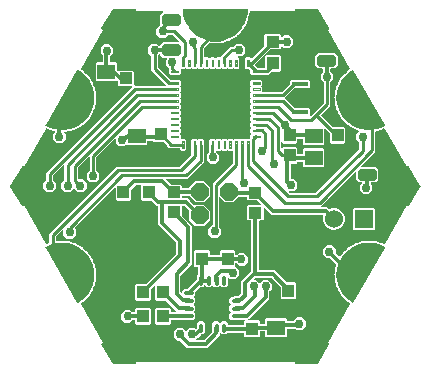
<source format=gbr>
G04 EAGLE Gerber RS-274X export*
G75*
%MOMM*%
%FSLAX34Y34*%
%LPD*%
%INBottom Copper*%
%IPPOS*%
%AMOC8*
5,1,8,0,0,1.08239X$1,22.5*%
G01*
%ADD10R,1.000000X1.100000*%
%ADD11R,1.500000X1.300000*%
%ADD12C,0.124994*%
%ADD13R,5.699988X5.699988*%
%ADD14R,1.399997X0.400000*%
%ADD15R,1.100000X1.000000*%
%ADD16C,0.499997*%
%ADD17C,1.000000*%
%ADD18R,1.530000X1.530000*%
%ADD19C,1.530000*%
%ADD20C,0.262500*%
%ADD21R,2.150000X2.150000*%
%ADD22P,1.578125X8X22.500000*%
%ADD23C,3.316000*%
%ADD24C,0.756400*%
%ADD25C,0.254000*%
%ADD26C,0.355600*%
%ADD27C,0.304800*%

G36*
X278630Y195708D02*
X278630Y195708D01*
X278658Y195706D01*
X278726Y195728D01*
X278797Y195742D01*
X278820Y195758D01*
X278847Y195767D01*
X278902Y195814D01*
X278961Y195855D01*
X278976Y195879D01*
X278998Y195897D01*
X279029Y195962D01*
X279068Y196022D01*
X279073Y196050D01*
X279085Y196076D01*
X279094Y196177D01*
X279101Y196219D01*
X279099Y196229D01*
X279100Y196242D01*
X278982Y197719D01*
X413422Y197719D01*
X413304Y196242D01*
X413308Y196213D01*
X413303Y196185D01*
X413320Y196116D01*
X413328Y196044D01*
X413343Y196020D01*
X413349Y195992D01*
X413392Y195934D01*
X413428Y195872D01*
X413450Y195855D01*
X413467Y195832D01*
X413529Y195795D01*
X413586Y195752D01*
X413614Y195745D01*
X413638Y195730D01*
X413738Y195714D01*
X413779Y195703D01*
X413789Y195705D01*
X413802Y195703D01*
X432802Y195703D01*
X432878Y195718D01*
X432956Y195727D01*
X432975Y195738D01*
X432997Y195742D01*
X433061Y195786D01*
X433129Y195825D01*
X433145Y195844D01*
X433161Y195855D01*
X433185Y195893D01*
X433235Y195953D01*
X442735Y212453D01*
X442744Y212480D01*
X442760Y212504D01*
X442775Y212574D01*
X442798Y212642D01*
X442795Y212670D01*
X442801Y212698D01*
X442788Y212769D01*
X442782Y212840D01*
X442769Y212865D01*
X442763Y212893D01*
X442723Y212953D01*
X442690Y213016D01*
X442668Y213034D01*
X442652Y213058D01*
X442569Y213116D01*
X442537Y213143D01*
X442526Y213146D01*
X442516Y213153D01*
X441197Y213777D01*
X460088Y246497D01*
X460115Y246579D01*
X460147Y246660D01*
X460147Y246674D01*
X460152Y246687D01*
X460145Y246774D01*
X460144Y246860D01*
X460138Y246873D01*
X460137Y246887D01*
X460098Y246964D01*
X460062Y247044D01*
X460052Y247054D01*
X460046Y247066D01*
X460003Y247101D01*
X459934Y247170D01*
X458814Y247933D01*
X458749Y247960D01*
X458687Y247995D01*
X458655Y248000D01*
X458629Y248011D01*
X458577Y248011D01*
X458509Y248021D01*
X458503Y248020D01*
X458028Y248462D01*
X457998Y248480D01*
X457968Y248509D01*
X457432Y248874D01*
X457431Y248880D01*
X457404Y248945D01*
X457386Y249013D01*
X457366Y249039D01*
X457356Y249065D01*
X457319Y249102D01*
X457278Y249157D01*
X455539Y250770D01*
X455479Y250806D01*
X455423Y250850D01*
X455392Y250860D01*
X455368Y250874D01*
X455317Y250882D01*
X455250Y250902D01*
X455245Y250902D01*
X454840Y251410D01*
X454814Y251432D01*
X454789Y251465D01*
X454313Y251906D01*
X454313Y251912D01*
X454296Y251980D01*
X454288Y252051D01*
X454272Y252079D01*
X454266Y252107D01*
X454235Y252148D01*
X454202Y252209D01*
X452723Y254063D01*
X452669Y254108D01*
X452621Y254159D01*
X452591Y254173D01*
X452570Y254191D01*
X452520Y254207D01*
X452458Y254236D01*
X452452Y254238D01*
X452128Y254800D01*
X452105Y254826D01*
X452085Y254862D01*
X451680Y255369D01*
X451681Y255375D01*
X451675Y255445D01*
X451677Y255516D01*
X451666Y255547D01*
X451664Y255575D01*
X451640Y255620D01*
X451616Y255685D01*
X450430Y257739D01*
X450383Y257792D01*
X450343Y257850D01*
X450316Y257868D01*
X450297Y257889D01*
X450251Y257911D01*
X450193Y257950D01*
X450188Y257952D01*
X449951Y258556D01*
X449932Y258585D01*
X449918Y258624D01*
X449593Y259186D01*
X449595Y259191D01*
X449599Y259262D01*
X449612Y259331D01*
X449606Y259363D01*
X449607Y259391D01*
X449590Y259440D01*
X449577Y259508D01*
X448710Y261715D01*
X448672Y261774D01*
X448641Y261838D01*
X448616Y261860D01*
X448601Y261884D01*
X448559Y261913D01*
X448507Y261959D01*
X448503Y261962D01*
X448358Y262595D01*
X448344Y262626D01*
X448336Y262667D01*
X448099Y263271D01*
X448101Y263276D01*
X448116Y263345D01*
X448139Y263412D01*
X448137Y263445D01*
X448143Y263472D01*
X448133Y263523D01*
X448130Y263592D01*
X447602Y265904D01*
X447573Y265968D01*
X447552Y266035D01*
X447531Y266061D01*
X447519Y266086D01*
X447482Y266121D01*
X447438Y266175D01*
X447434Y266179D01*
X447385Y266826D01*
X447376Y266859D01*
X447374Y266901D01*
X447229Y267533D01*
X447232Y267538D01*
X447257Y267604D01*
X447290Y267667D01*
X447293Y267699D01*
X447303Y267726D01*
X447301Y267777D01*
X447308Y267846D01*
X447131Y270211D01*
X447111Y270278D01*
X447101Y270348D01*
X447084Y270377D01*
X447076Y270404D01*
X447044Y270444D01*
X447009Y270504D01*
X447005Y270508D01*
X447054Y271155D01*
X447049Y271189D01*
X447054Y271231D01*
X447005Y271878D01*
X447009Y271882D01*
X447043Y271943D01*
X447085Y272000D01*
X447093Y272032D01*
X447107Y272057D01*
X447113Y272108D01*
X447130Y272175D01*
X447306Y274540D01*
X447298Y274610D01*
X447297Y274680D01*
X447285Y274711D01*
X447281Y274739D01*
X447256Y274783D01*
X447230Y274847D01*
X447227Y274852D01*
X447371Y275485D01*
X447372Y275519D01*
X447382Y275560D01*
X447431Y276207D01*
X447435Y276210D01*
X447478Y276266D01*
X447528Y276316D01*
X447541Y276346D01*
X447558Y276369D01*
X447571Y276419D01*
X447598Y276482D01*
X448125Y278794D01*
X448127Y278864D01*
X448132Y278889D01*
X448131Y278891D01*
X448137Y278935D01*
X448130Y278966D01*
X448130Y278994D01*
X448112Y279043D01*
X448096Y279110D01*
X448093Y279115D01*
X448330Y279719D01*
X448336Y279753D01*
X448353Y279791D01*
X448404Y280015D01*
X448405Y280080D01*
X448416Y280143D01*
X448408Y280179D01*
X448409Y280215D01*
X448385Y280276D01*
X448371Y280338D01*
X448348Y280371D01*
X448336Y280402D01*
X448303Y280436D01*
X448268Y280486D01*
X443380Y285375D01*
X443373Y285379D01*
X443368Y285385D01*
X443290Y285434D01*
X443213Y285486D01*
X443205Y285487D01*
X443198Y285491D01*
X443021Y285523D01*
X440397Y285523D01*
X437288Y288632D01*
X437288Y293028D01*
X440397Y296137D01*
X444793Y296137D01*
X447902Y293028D01*
X447902Y290404D01*
X447903Y290396D01*
X447902Y290389D01*
X447923Y290299D01*
X447941Y290208D01*
X447946Y290201D01*
X447948Y290193D01*
X448050Y290045D01*
X451006Y287090D01*
X451034Y287071D01*
X451056Y287046D01*
X451117Y287016D01*
X451172Y286979D01*
X451206Y286973D01*
X451236Y286958D01*
X451303Y286954D01*
X451369Y286942D01*
X451403Y286949D01*
X451437Y286947D01*
X451500Y286969D01*
X451565Y286983D01*
X451593Y287003D01*
X451625Y287014D01*
X451685Y287066D01*
X451730Y287098D01*
X451742Y287116D01*
X451761Y287133D01*
X452075Y287526D01*
X452091Y287557D01*
X452117Y287589D01*
X452442Y288151D01*
X452447Y288153D01*
X452510Y288184D01*
X452577Y288208D01*
X452601Y288229D01*
X452626Y288242D01*
X452660Y288281D01*
X452712Y288326D01*
X454190Y290181D01*
X454222Y290244D01*
X454262Y290302D01*
X454269Y290334D01*
X454282Y290359D01*
X454286Y290411D01*
X454300Y290478D01*
X454300Y290484D01*
X454776Y290925D01*
X454796Y290953D01*
X454828Y290981D01*
X455232Y291488D01*
X455237Y291489D01*
X455305Y291510D01*
X455374Y291524D01*
X455402Y291542D01*
X455428Y291550D01*
X455467Y291584D01*
X455526Y291621D01*
X457263Y293235D01*
X457305Y293292D01*
X457352Y293344D01*
X457364Y293375D01*
X457380Y293397D01*
X457392Y293448D01*
X457417Y293512D01*
X457418Y293518D01*
X457954Y293883D01*
X457978Y293908D01*
X458013Y293931D01*
X458489Y294372D01*
X458494Y294372D01*
X458564Y294383D01*
X458634Y294386D01*
X458664Y294400D01*
X458692Y294404D01*
X458736Y294432D01*
X458799Y294460D01*
X460758Y295796D01*
X460807Y295847D01*
X460862Y295891D01*
X460878Y295920D01*
X460898Y295940D01*
X460917Y295988D01*
X460951Y296048D01*
X460952Y296053D01*
X461537Y296335D01*
X461565Y296356D01*
X461603Y296373D01*
X462139Y296739D01*
X462144Y296738D01*
X462215Y296738D01*
X462285Y296731D01*
X462316Y296740D01*
X462344Y296740D01*
X462392Y296761D01*
X462458Y296779D01*
X464595Y297809D01*
X464651Y297851D01*
X464712Y297887D01*
X464732Y297913D01*
X464754Y297930D01*
X464780Y297974D01*
X464823Y298029D01*
X464825Y298034D01*
X465446Y298225D01*
X465476Y298242D01*
X465516Y298253D01*
X466101Y298534D01*
X466106Y298533D01*
X466176Y298523D01*
X466244Y298505D01*
X466277Y298509D01*
X466304Y298505D01*
X466354Y298518D01*
X466423Y298527D01*
X468689Y299226D01*
X468751Y299260D01*
X468816Y299286D01*
X468840Y299309D01*
X468865Y299322D01*
X468897Y299363D01*
X468947Y299410D01*
X468950Y299415D01*
X469592Y299511D01*
X469625Y299523D01*
X469666Y299528D01*
X470286Y299720D01*
X470291Y299717D01*
X470313Y299711D01*
X470317Y299708D01*
X470330Y299706D01*
X470359Y299697D01*
X470423Y299669D01*
X470456Y299668D01*
X470483Y299660D01*
X470534Y299666D01*
X470604Y299664D01*
X472948Y300018D01*
X473015Y300043D01*
X473083Y300059D01*
X473110Y300077D01*
X473137Y300087D01*
X473175Y300122D01*
X473231Y300161D01*
X473235Y300165D01*
X473884Y300165D01*
X473918Y300172D01*
X473960Y300171D01*
X474601Y300268D01*
X474606Y300265D01*
X474670Y300235D01*
X474730Y300198D01*
X474762Y300192D01*
X474787Y300180D01*
X474839Y300178D01*
X474907Y300166D01*
X477278Y300167D01*
X477348Y300181D01*
X477418Y300186D01*
X477447Y300201D01*
X477475Y300206D01*
X477518Y300235D01*
X477580Y300266D01*
X477584Y300269D01*
X478226Y300173D01*
X478260Y300174D01*
X478301Y300167D01*
X478950Y300167D01*
X478954Y300163D01*
X479013Y300124D01*
X479067Y300078D01*
X479098Y300068D01*
X479121Y300052D01*
X479172Y300043D01*
X479237Y300020D01*
X481582Y299668D01*
X481653Y299671D01*
X481723Y299666D01*
X481754Y299676D01*
X481782Y299678D01*
X481829Y299700D01*
X481874Y299714D01*
X481880Y299716D01*
X481883Y299717D01*
X481895Y299721D01*
X481900Y299724D01*
X482520Y299532D01*
X482554Y299529D01*
X482594Y299516D01*
X483235Y299419D01*
X483239Y299415D01*
X483291Y299367D01*
X483337Y299314D01*
X483366Y299299D01*
X483387Y299280D01*
X483436Y299263D01*
X483497Y299231D01*
X485764Y298533D01*
X485834Y298526D01*
X485903Y298511D01*
X485935Y298516D01*
X485963Y298513D01*
X486012Y298528D01*
X486081Y298539D01*
X486086Y298541D01*
X486671Y298259D01*
X486704Y298251D01*
X486741Y298232D01*
X487361Y298041D01*
X487364Y298036D01*
X487408Y297981D01*
X487446Y297922D01*
X487473Y297902D01*
X487491Y297881D01*
X487536Y297857D01*
X487592Y297816D01*
X488830Y297220D01*
X488914Y297199D01*
X488997Y297173D01*
X489011Y297174D01*
X489024Y297171D01*
X489110Y297184D01*
X489196Y297192D01*
X489209Y297198D01*
X489223Y297200D01*
X489296Y297245D01*
X489373Y297286D01*
X489383Y297298D01*
X489394Y297305D01*
X489427Y297349D01*
X489489Y297424D01*
X508381Y330145D01*
X509618Y329291D01*
X509645Y329280D01*
X509667Y329261D01*
X509736Y329241D01*
X509801Y329213D01*
X509830Y329213D01*
X509858Y329205D01*
X509929Y329213D01*
X510000Y329213D01*
X510027Y329224D01*
X510056Y329227D01*
X510118Y329262D01*
X510183Y329290D01*
X510204Y329310D01*
X510229Y329325D01*
X510292Y329402D01*
X510322Y329432D01*
X510326Y329442D01*
X510335Y329453D01*
X519835Y345953D01*
X519845Y345985D01*
X519854Y345998D01*
X519858Y346022D01*
X519859Y346026D01*
X519890Y346096D01*
X519890Y346120D01*
X519898Y346142D01*
X519892Y346218D01*
X519893Y346295D01*
X519883Y346319D01*
X519882Y346340D01*
X519861Y346379D01*
X519835Y346451D01*
X510335Y362951D01*
X510316Y362973D01*
X510303Y362999D01*
X510250Y363047D01*
X510203Y363100D01*
X510177Y363113D01*
X510156Y363132D01*
X510088Y363155D01*
X510024Y363186D01*
X509995Y363188D01*
X509968Y363197D01*
X509896Y363192D01*
X509825Y363195D01*
X509798Y363185D01*
X509769Y363183D01*
X509679Y363141D01*
X509639Y363126D01*
X509631Y363119D01*
X509618Y363113D01*
X508381Y362259D01*
X489489Y394980D01*
X489432Y395045D01*
X489378Y395113D01*
X489366Y395120D01*
X489357Y395131D01*
X489279Y395168D01*
X489203Y395210D01*
X489189Y395212D01*
X489176Y395218D01*
X489090Y395222D01*
X489004Y395232D01*
X488989Y395228D01*
X488976Y395228D01*
X488924Y395210D01*
X488830Y395184D01*
X487592Y394588D01*
X487536Y394545D01*
X487475Y394510D01*
X487455Y394484D01*
X487432Y394467D01*
X487406Y394422D01*
X487364Y394368D01*
X487361Y394363D01*
X486741Y394172D01*
X486711Y394156D01*
X486671Y394145D01*
X486086Y393863D01*
X486081Y393865D01*
X486011Y393875D01*
X485942Y393893D01*
X485910Y393889D01*
X485882Y393893D01*
X485832Y393879D01*
X485764Y393871D01*
X483497Y393173D01*
X483435Y393139D01*
X483370Y393113D01*
X483346Y393090D01*
X483321Y393077D01*
X483289Y393037D01*
X483239Y392989D01*
X483235Y392985D01*
X482594Y392888D01*
X482561Y392877D01*
X482520Y392872D01*
X481967Y392701D01*
X481940Y392687D01*
X481910Y392680D01*
X481853Y392639D01*
X481791Y392606D01*
X481772Y392582D01*
X481747Y392564D01*
X481710Y392504D01*
X481666Y392449D01*
X481657Y392420D01*
X481641Y392394D01*
X481626Y392310D01*
X481611Y392256D01*
X481613Y392238D01*
X481609Y392216D01*
X481609Y375628D01*
X479824Y373843D01*
X479823Y373843D01*
X469448Y363467D01*
X469446Y363465D01*
X469444Y363463D01*
X469392Y363382D01*
X469337Y363300D01*
X469336Y363297D01*
X469335Y363295D01*
X469318Y363199D01*
X469299Y363103D01*
X469300Y363101D01*
X469299Y363098D01*
X469321Y363001D01*
X469341Y362907D01*
X469342Y362905D01*
X469343Y362902D01*
X469399Y362823D01*
X469455Y362742D01*
X469457Y362741D01*
X469459Y362739D01*
X469542Y362687D01*
X469624Y362635D01*
X469627Y362634D01*
X469629Y362633D01*
X469806Y362601D01*
X481766Y362601D01*
X484124Y360243D01*
X484124Y351909D01*
X481766Y349552D01*
X478409Y349552D01*
X478404Y349551D01*
X478399Y349551D01*
X478306Y349531D01*
X478212Y349512D01*
X478208Y349509D01*
X478203Y349508D01*
X478125Y349453D01*
X478047Y349399D01*
X478044Y349395D01*
X478040Y349392D01*
X477989Y349310D01*
X477937Y349231D01*
X477937Y349226D01*
X477934Y349222D01*
X477902Y349044D01*
X477902Y348646D01*
X477903Y348638D01*
X477902Y348630D01*
X477923Y348540D01*
X477941Y348449D01*
X477946Y348443D01*
X477948Y348435D01*
X478050Y348287D01*
X479175Y347162D01*
X479175Y342766D01*
X476067Y339657D01*
X471671Y339657D01*
X468562Y342766D01*
X468562Y347162D01*
X470086Y348686D01*
X470087Y348688D01*
X470089Y348689D01*
X470142Y348770D01*
X470197Y348853D01*
X470197Y348855D01*
X470199Y348857D01*
X470216Y348953D01*
X470234Y349049D01*
X470234Y349052D01*
X470234Y349055D01*
X470213Y349151D01*
X470193Y349246D01*
X470191Y349248D01*
X470191Y349250D01*
X470135Y349329D01*
X470078Y349410D01*
X470076Y349412D01*
X470075Y349414D01*
X469991Y349466D01*
X469909Y349518D01*
X469907Y349518D01*
X469904Y349520D01*
X469727Y349552D01*
X467432Y349552D01*
X465074Y351909D01*
X465074Y357869D01*
X465074Y357871D01*
X465074Y357874D01*
X465054Y357969D01*
X465035Y358065D01*
X465033Y358067D01*
X465033Y358070D01*
X464977Y358151D01*
X464922Y358231D01*
X464920Y358233D01*
X464918Y358235D01*
X464835Y358288D01*
X464754Y358340D01*
X464751Y358341D01*
X464749Y358342D01*
X464653Y358359D01*
X464557Y358376D01*
X464554Y358375D01*
X464552Y358376D01*
X464458Y358354D01*
X464361Y358332D01*
X464359Y358331D01*
X464356Y358330D01*
X464208Y358227D01*
X437307Y331326D01*
X435760Y329779D01*
X435758Y329776D01*
X435756Y329775D01*
X435703Y329694D01*
X435649Y329612D01*
X435648Y329609D01*
X435647Y329607D01*
X435629Y329511D01*
X435611Y329415D01*
X435612Y329412D01*
X435611Y329410D01*
X435633Y329313D01*
X435653Y329219D01*
X435654Y329217D01*
X435655Y329214D01*
X435711Y329134D01*
X435767Y329054D01*
X435769Y329053D01*
X435771Y329051D01*
X435855Y328998D01*
X435936Y328947D01*
X435939Y328946D01*
X435941Y328945D01*
X436118Y328913D01*
X440933Y328913D01*
X442446Y327400D01*
X442452Y327396D01*
X442455Y327391D01*
X442535Y327341D01*
X442613Y327289D01*
X442619Y327288D01*
X442625Y327284D01*
X442718Y327269D01*
X442810Y327251D01*
X442816Y327253D01*
X442823Y327251D01*
X442999Y327290D01*
X443782Y327614D01*
X444580Y327945D01*
X448230Y327945D01*
X451602Y326548D01*
X454183Y323967D01*
X455580Y320595D01*
X455580Y316945D01*
X454183Y313573D01*
X451602Y310992D01*
X451129Y310796D01*
X451128Y310796D01*
X449904Y310289D01*
X448679Y309781D01*
X448230Y309595D01*
X444580Y309595D01*
X441208Y310992D01*
X438627Y313573D01*
X437230Y316945D01*
X437230Y320595D01*
X437649Y321606D01*
X437650Y321610D01*
X437652Y321613D01*
X437669Y321708D01*
X437688Y321803D01*
X437687Y321806D01*
X437688Y321810D01*
X437667Y321904D01*
X437647Y321999D01*
X437645Y322002D01*
X437644Y322006D01*
X437588Y322084D01*
X437534Y322164D01*
X437530Y322166D01*
X437528Y322169D01*
X437446Y322220D01*
X437365Y322273D01*
X437361Y322273D01*
X437358Y322275D01*
X437180Y322307D01*
X393602Y322307D01*
X391519Y324391D01*
X387938Y327971D01*
X387936Y327973D01*
X387934Y327975D01*
X387854Y328027D01*
X387771Y328082D01*
X387769Y328083D01*
X387766Y328084D01*
X387670Y328101D01*
X387574Y328120D01*
X387572Y328119D01*
X387569Y328120D01*
X387473Y328098D01*
X387378Y328078D01*
X387376Y328077D01*
X387374Y328076D01*
X387294Y328019D01*
X387214Y327964D01*
X387212Y327961D01*
X387210Y327960D01*
X387158Y327876D01*
X387106Y327795D01*
X387106Y327792D01*
X387104Y327790D01*
X387072Y327612D01*
X387072Y318218D01*
X386179Y317325D01*
X383857Y317325D01*
X383852Y317324D01*
X383847Y317325D01*
X383754Y317304D01*
X383661Y317286D01*
X383657Y317283D01*
X383652Y317282D01*
X383574Y317226D01*
X383495Y317173D01*
X383492Y317169D01*
X383488Y317166D01*
X383437Y317084D01*
X383386Y317005D01*
X383385Y317000D01*
X383382Y316995D01*
X383350Y316818D01*
X383350Y275590D01*
X383351Y275585D01*
X383350Y275580D01*
X383371Y275487D01*
X383390Y275393D01*
X383393Y275389D01*
X383394Y275384D01*
X383449Y275306D01*
X383502Y275228D01*
X383507Y275225D01*
X383510Y275221D01*
X383591Y275170D01*
X383671Y275118D01*
X383676Y275118D01*
X383680Y275115D01*
X383857Y275083D01*
X396338Y275083D01*
X406437Y264983D01*
X406444Y264979D01*
X406449Y264973D01*
X406527Y264924D01*
X406604Y264872D01*
X406612Y264871D01*
X406619Y264867D01*
X406796Y264835D01*
X413692Y264835D01*
X414585Y263942D01*
X414585Y251678D01*
X413692Y250785D01*
X402428Y250785D01*
X401535Y251678D01*
X401535Y260334D01*
X401534Y260342D01*
X401535Y260349D01*
X401514Y260439D01*
X401496Y260530D01*
X401491Y260537D01*
X401489Y260545D01*
X401387Y260693D01*
X393751Y268329D01*
X393744Y268333D01*
X393739Y268339D01*
X393661Y268388D01*
X393584Y268440D01*
X393576Y268441D01*
X393569Y268445D01*
X393392Y268477D01*
X380180Y268477D01*
X380172Y268476D01*
X380164Y268477D01*
X380075Y268456D01*
X379983Y268438D01*
X379977Y268433D01*
X379969Y268431D01*
X379821Y268329D01*
X379285Y267793D01*
X379284Y267790D01*
X379281Y267789D01*
X379229Y267708D01*
X379174Y267626D01*
X379174Y267623D01*
X379172Y267621D01*
X379155Y267525D01*
X379137Y267429D01*
X379137Y267426D01*
X379137Y267424D01*
X379158Y267327D01*
X379178Y267233D01*
X379180Y267231D01*
X379180Y267228D01*
X379237Y267148D01*
X379292Y267068D01*
X379295Y267067D01*
X379296Y267065D01*
X379379Y267013D01*
X379462Y266961D01*
X379464Y266960D01*
X379466Y266959D01*
X379644Y266927D01*
X380658Y266927D01*
X383181Y264404D01*
X383186Y264401D01*
X383189Y264396D01*
X383269Y264345D01*
X383348Y264293D01*
X383353Y264292D01*
X383358Y264289D01*
X383452Y264273D01*
X383545Y264255D01*
X383550Y264256D01*
X383555Y264255D01*
X383648Y264277D01*
X383741Y264297D01*
X383746Y264300D01*
X383751Y264301D01*
X383899Y264404D01*
X386422Y266927D01*
X390818Y266927D01*
X393927Y263818D01*
X393927Y259422D01*
X392071Y257566D01*
X392067Y257560D01*
X392061Y257555D01*
X392012Y257477D01*
X391960Y257399D01*
X391959Y257392D01*
X391955Y257385D01*
X391923Y257208D01*
X391923Y251246D01*
X389840Y249163D01*
X389839Y249163D01*
X376087Y235411D01*
X376087Y235410D01*
X374237Y233561D01*
X374236Y233558D01*
X374234Y233557D01*
X374181Y233476D01*
X374126Y233394D01*
X374126Y233391D01*
X374124Y233389D01*
X374107Y233292D01*
X374089Y233197D01*
X374089Y233194D01*
X374089Y233192D01*
X374110Y233095D01*
X374130Y233001D01*
X374132Y232999D01*
X374132Y232996D01*
X374189Y232916D01*
X374245Y232836D01*
X374247Y232835D01*
X374248Y232833D01*
X374331Y232781D01*
X374414Y232729D01*
X374416Y232728D01*
X374419Y232727D01*
X374596Y232695D01*
X382822Y232695D01*
X383715Y231802D01*
X383715Y230480D01*
X383716Y230475D01*
X383715Y230470D01*
X383736Y230377D01*
X383754Y230283D01*
X383757Y230279D01*
X383758Y230274D01*
X383814Y230196D01*
X383867Y230118D01*
X383871Y230115D01*
X383874Y230111D01*
X383956Y230060D01*
X384035Y230008D01*
X384040Y230008D01*
X384045Y230005D01*
X384222Y229973D01*
X387978Y229973D01*
X387983Y229974D01*
X387988Y229973D01*
X388081Y229994D01*
X388175Y230012D01*
X388179Y230015D01*
X388184Y230016D01*
X388262Y230072D01*
X388340Y230125D01*
X388343Y230129D01*
X388347Y230132D01*
X388398Y230214D01*
X388450Y230293D01*
X388450Y230298D01*
X388453Y230303D01*
X388485Y230480D01*
X388485Y233802D01*
X389378Y234695D01*
X405642Y234695D01*
X406535Y233802D01*
X406535Y232482D01*
X406536Y232477D01*
X406535Y232472D01*
X406556Y232379D01*
X406574Y232286D01*
X406577Y232282D01*
X406578Y232277D01*
X406634Y232199D01*
X406687Y232120D01*
X406691Y232117D01*
X406694Y232113D01*
X406776Y232062D01*
X406855Y232011D01*
X406860Y232010D01*
X406865Y232007D01*
X407042Y231975D01*
X411585Y231975D01*
X411593Y231977D01*
X411601Y231975D01*
X411691Y231996D01*
X411782Y232015D01*
X411788Y232019D01*
X411796Y232021D01*
X411944Y232124D01*
X414997Y235177D01*
X419393Y235177D01*
X422502Y232068D01*
X422502Y227672D01*
X419393Y224563D01*
X414997Y224563D01*
X414339Y225221D01*
X414332Y225226D01*
X414328Y225232D01*
X414249Y225281D01*
X414172Y225332D01*
X414164Y225334D01*
X414158Y225338D01*
X413980Y225370D01*
X407042Y225370D01*
X407037Y225369D01*
X407032Y225370D01*
X406939Y225349D01*
X406845Y225330D01*
X406841Y225327D01*
X406836Y225326D01*
X406758Y225271D01*
X406680Y225218D01*
X406677Y225213D01*
X406673Y225210D01*
X406622Y225129D01*
X406570Y225049D01*
X406570Y225044D01*
X406567Y225040D01*
X406535Y224863D01*
X406535Y219538D01*
X405642Y218645D01*
X389378Y218645D01*
X388485Y219538D01*
X388485Y222860D01*
X388484Y222865D01*
X388485Y222870D01*
X388464Y222963D01*
X388446Y223057D01*
X388443Y223061D01*
X388442Y223066D01*
X388387Y223143D01*
X388333Y223222D01*
X388329Y223225D01*
X388326Y223229D01*
X388244Y223280D01*
X388165Y223332D01*
X388160Y223332D01*
X388155Y223335D01*
X387978Y223367D01*
X384222Y223367D01*
X384217Y223366D01*
X384212Y223367D01*
X384119Y223346D01*
X384025Y223328D01*
X384021Y223325D01*
X384016Y223324D01*
X383938Y223268D01*
X383860Y223215D01*
X383857Y223211D01*
X383853Y223208D01*
X383802Y223126D01*
X383750Y223047D01*
X383750Y223042D01*
X383747Y223037D01*
X383715Y222860D01*
X383715Y219538D01*
X382822Y218645D01*
X371558Y218645D01*
X370665Y219538D01*
X370665Y221860D01*
X370664Y221865D01*
X370665Y221870D01*
X370644Y221963D01*
X370626Y222057D01*
X370623Y222061D01*
X370622Y222066D01*
X370566Y222144D01*
X370513Y222222D01*
X370509Y222225D01*
X370506Y222229D01*
X370424Y222280D01*
X370345Y222332D01*
X370340Y222332D01*
X370335Y222335D01*
X370158Y222367D01*
X356620Y222367D01*
X356612Y222366D01*
X356604Y222367D01*
X356514Y222346D01*
X356423Y222328D01*
X356417Y222323D01*
X356409Y222321D01*
X356261Y222219D01*
X354898Y220855D01*
X351672Y220855D01*
X350954Y221574D01*
X350951Y221575D01*
X350950Y221578D01*
X350870Y221630D01*
X350787Y221685D01*
X350784Y221685D01*
X350782Y221687D01*
X350686Y221704D01*
X350590Y221722D01*
X350587Y221722D01*
X350585Y221722D01*
X350488Y221701D01*
X350394Y221681D01*
X350392Y221679D01*
X350389Y221679D01*
X350309Y221622D01*
X350229Y221567D01*
X350228Y221564D01*
X350226Y221563D01*
X350174Y221480D01*
X350122Y221397D01*
X350121Y221395D01*
X350120Y221393D01*
X350088Y221215D01*
X350088Y220322D01*
X348005Y218239D01*
X348004Y218239D01*
X341271Y211506D01*
X339188Y209422D01*
X322482Y209422D01*
X316380Y215525D01*
X316373Y215529D01*
X316368Y215535D01*
X316290Y215584D01*
X316213Y215636D01*
X316205Y215637D01*
X316198Y215641D01*
X316021Y215673D01*
X314032Y215673D01*
X310923Y218782D01*
X310923Y223178D01*
X314032Y226287D01*
X318428Y226287D01*
X320951Y223764D01*
X320956Y223761D01*
X320959Y223756D01*
X321039Y223705D01*
X321118Y223653D01*
X321123Y223652D01*
X321128Y223649D01*
X321222Y223633D01*
X321315Y223615D01*
X321320Y223616D01*
X321325Y223615D01*
X321418Y223637D01*
X321511Y223657D01*
X321516Y223660D01*
X321521Y223661D01*
X321669Y223764D01*
X324192Y226287D01*
X328588Y226287D01*
X329096Y225779D01*
X329100Y225776D01*
X329103Y225772D01*
X329184Y225721D01*
X329263Y225668D01*
X329268Y225667D01*
X329272Y225664D01*
X329366Y225648D01*
X329460Y225630D01*
X329465Y225632D01*
X329470Y225631D01*
X329562Y225652D01*
X329656Y225672D01*
X329660Y225675D01*
X329665Y225676D01*
X329813Y225779D01*
X330362Y226327D01*
X330366Y226334D01*
X330372Y226339D01*
X330421Y226417D01*
X330473Y226494D01*
X330474Y226502D01*
X330478Y226509D01*
X330510Y226686D01*
X330510Y230243D01*
X332172Y231905D01*
X335398Y231905D01*
X337060Y230243D01*
X337060Y226686D01*
X337061Y226678D01*
X337060Y226671D01*
X337081Y226581D01*
X337088Y226547D01*
X337088Y223629D01*
X337060Y223474D01*
X337060Y222517D01*
X335398Y220855D01*
X334441Y220855D01*
X334433Y220854D01*
X334426Y220855D01*
X334336Y220834D01*
X334245Y220816D01*
X334238Y220811D01*
X334230Y220809D01*
X334082Y220707D01*
X331053Y217677D01*
X330802Y217677D01*
X330794Y217676D01*
X330787Y217677D01*
X330697Y217656D01*
X330606Y217638D01*
X330599Y217633D01*
X330592Y217631D01*
X330444Y217529D01*
X329809Y216894D01*
X329807Y216891D01*
X329805Y216890D01*
X329751Y216807D01*
X329698Y216727D01*
X329697Y216724D01*
X329696Y216722D01*
X329678Y216625D01*
X329660Y216530D01*
X329660Y216527D01*
X329660Y216525D01*
X329682Y216428D01*
X329702Y216334D01*
X329703Y216332D01*
X329704Y216329D01*
X329761Y216249D01*
X329816Y216169D01*
X329818Y216168D01*
X329820Y216166D01*
X329903Y216114D01*
X329985Y216062D01*
X329988Y216061D01*
X329990Y216060D01*
X330167Y216028D01*
X336242Y216028D01*
X336250Y216029D01*
X336257Y216028D01*
X336347Y216049D01*
X336438Y216067D01*
X336445Y216072D01*
X336453Y216074D01*
X336601Y216176D01*
X343334Y222909D01*
X343338Y222916D01*
X343344Y222921D01*
X343393Y222999D01*
X343445Y223076D01*
X343446Y223084D01*
X343450Y223091D01*
X343482Y223268D01*
X343482Y227831D01*
X343510Y227986D01*
X343510Y230243D01*
X345172Y231905D01*
X348398Y231905D01*
X349676Y230626D01*
X349681Y230623D01*
X349684Y230619D01*
X349764Y230568D01*
X349843Y230515D01*
X349848Y230514D01*
X349853Y230511D01*
X349947Y230495D01*
X350040Y230478D01*
X350045Y230479D01*
X350051Y230478D01*
X350143Y230499D01*
X350236Y230519D01*
X350241Y230522D01*
X350246Y230523D01*
X350394Y230626D01*
X351672Y231905D01*
X354898Y231905D01*
X356560Y230243D01*
X356560Y229480D01*
X356561Y229475D01*
X356560Y229470D01*
X356581Y229377D01*
X356599Y229283D01*
X356602Y229279D01*
X356603Y229274D01*
X356659Y229196D01*
X356712Y229118D01*
X356716Y229115D01*
X356719Y229111D01*
X356801Y229060D01*
X356880Y229008D01*
X356885Y229008D01*
X356890Y229005D01*
X357067Y228973D01*
X370158Y228973D01*
X370163Y228974D01*
X370168Y228973D01*
X370261Y228994D01*
X370355Y229012D01*
X370359Y229015D01*
X370364Y229016D01*
X370442Y229072D01*
X370520Y229125D01*
X370523Y229129D01*
X370527Y229132D01*
X370578Y229214D01*
X370630Y229293D01*
X370630Y229298D01*
X370633Y229303D01*
X370665Y229480D01*
X370665Y231802D01*
X371325Y232461D01*
X371327Y232464D01*
X371329Y232465D01*
X371381Y232545D01*
X371436Y232628D01*
X371437Y232631D01*
X371438Y232633D01*
X371455Y232727D01*
X371474Y232825D01*
X371473Y232828D01*
X371474Y232830D01*
X371452Y232925D01*
X371432Y233021D01*
X371431Y233023D01*
X371430Y233026D01*
X371373Y233106D01*
X371318Y233186D01*
X371315Y233187D01*
X371314Y233189D01*
X371231Y233241D01*
X371149Y233293D01*
X371146Y233294D01*
X371144Y233295D01*
X370966Y233327D01*
X362084Y233327D01*
X361929Y233355D01*
X359672Y233355D01*
X358010Y235017D01*
X358010Y238243D01*
X359289Y239521D01*
X359292Y239526D01*
X359296Y239529D01*
X359347Y239609D01*
X359400Y239688D01*
X359401Y239693D01*
X359404Y239698D01*
X359420Y239792D01*
X359437Y239885D01*
X359436Y239890D01*
X359437Y239896D01*
X359416Y239988D01*
X359396Y240081D01*
X359393Y240086D01*
X359392Y240091D01*
X359289Y240239D01*
X358010Y241517D01*
X358010Y244743D01*
X359289Y246021D01*
X359292Y246026D01*
X359296Y246029D01*
X359347Y246109D01*
X359400Y246188D01*
X359401Y246193D01*
X359404Y246198D01*
X359420Y246292D01*
X359437Y246385D01*
X359436Y246390D01*
X359437Y246396D01*
X359416Y246488D01*
X359396Y246581D01*
X359393Y246586D01*
X359392Y246591D01*
X359289Y246739D01*
X358010Y248017D01*
X358010Y251243D01*
X359672Y252905D01*
X361929Y252905D01*
X361937Y252906D01*
X361944Y252905D01*
X362034Y252926D01*
X362125Y252944D01*
X362132Y252949D01*
X362140Y252951D01*
X362288Y253053D01*
X362345Y253111D01*
X365286Y253111D01*
X365293Y253112D01*
X365301Y253111D01*
X365391Y253132D01*
X365482Y253150D01*
X365489Y253155D01*
X365496Y253157D01*
X365644Y253259D01*
X367386Y255001D01*
X367390Y255007D01*
X367396Y255012D01*
X367445Y255090D01*
X367497Y255168D01*
X367498Y255175D01*
X367502Y255182D01*
X367534Y255359D01*
X367534Y265383D01*
X376596Y274445D01*
X376601Y274452D01*
X376607Y274456D01*
X376656Y274535D01*
X376707Y274612D01*
X376709Y274620D01*
X376713Y274627D01*
X376745Y274804D01*
X376745Y316818D01*
X376744Y316823D01*
X376745Y316828D01*
X376724Y316921D01*
X376705Y317015D01*
X376702Y317019D01*
X376701Y317024D01*
X376646Y317102D01*
X376593Y317180D01*
X376588Y317183D01*
X376585Y317187D01*
X376504Y317238D01*
X376424Y317290D01*
X376419Y317290D01*
X376415Y317293D01*
X376238Y317325D01*
X373916Y317325D01*
X373023Y318218D01*
X373023Y329482D01*
X373916Y330375D01*
X384310Y330375D01*
X384312Y330375D01*
X384315Y330375D01*
X384410Y330395D01*
X384506Y330414D01*
X384509Y330416D01*
X384511Y330416D01*
X384592Y330472D01*
X384672Y330527D01*
X384674Y330529D01*
X384676Y330531D01*
X384729Y330614D01*
X384781Y330695D01*
X384782Y330698D01*
X384783Y330700D01*
X384800Y330796D01*
X384817Y330892D01*
X384816Y330895D01*
X384817Y330897D01*
X384795Y330991D01*
X384773Y331088D01*
X384772Y331090D01*
X384771Y331093D01*
X384669Y331241D01*
X381733Y334177D01*
X381726Y334181D01*
X381721Y334187D01*
X381643Y334236D01*
X381566Y334288D01*
X381558Y334289D01*
X381551Y334293D01*
X381374Y334325D01*
X373916Y334325D01*
X373023Y335218D01*
X373023Y336660D01*
X373022Y336665D01*
X373023Y336670D01*
X373002Y336763D01*
X372983Y336857D01*
X372980Y336861D01*
X372979Y336866D01*
X372924Y336944D01*
X372871Y337022D01*
X372866Y337025D01*
X372863Y337029D01*
X372782Y337080D01*
X372702Y337132D01*
X372697Y337132D01*
X372693Y337135D01*
X372516Y337167D01*
X366043Y337167D01*
X366036Y337166D01*
X366028Y337167D01*
X365938Y337146D01*
X365847Y337128D01*
X365840Y337123D01*
X365833Y337121D01*
X365685Y337019D01*
X361591Y332925D01*
X354289Y332925D01*
X350371Y336843D01*
X350368Y336845D01*
X350367Y336847D01*
X350286Y336900D01*
X350204Y336954D01*
X350201Y336955D01*
X350199Y336956D01*
X350103Y336974D01*
X350007Y336992D01*
X350004Y336991D01*
X350002Y336992D01*
X349905Y336970D01*
X349811Y336950D01*
X349809Y336949D01*
X349806Y336948D01*
X349726Y336892D01*
X349646Y336836D01*
X349645Y336834D01*
X349643Y336832D01*
X349591Y336750D01*
X349539Y336667D01*
X349538Y336664D01*
X349537Y336662D01*
X349505Y336485D01*
X349505Y311780D01*
X349506Y311772D01*
X349505Y311765D01*
X349526Y311675D01*
X349544Y311584D01*
X349549Y311577D01*
X349551Y311570D01*
X349653Y311422D01*
X350747Y310328D01*
X350747Y305932D01*
X347638Y302823D01*
X343242Y302823D01*
X340133Y305932D01*
X340133Y310328D01*
X343242Y313437D01*
X343408Y313437D01*
X343413Y313438D01*
X343418Y313437D01*
X343511Y313458D01*
X343605Y313476D01*
X343609Y313479D01*
X343614Y313480D01*
X343692Y313536D01*
X343770Y313589D01*
X343773Y313593D01*
X343777Y313596D01*
X343828Y313678D01*
X343880Y313757D01*
X343880Y313762D01*
X343883Y313767D01*
X343915Y313944D01*
X343915Y348658D01*
X360759Y365501D01*
X360763Y365508D01*
X360769Y365512D01*
X360818Y365591D01*
X360870Y365668D01*
X360871Y365676D01*
X360875Y365682D01*
X360907Y365860D01*
X360907Y376020D01*
X360906Y376025D01*
X360907Y376030D01*
X360886Y376123D01*
X360868Y376216D01*
X360865Y376221D01*
X360864Y376226D01*
X360808Y376304D01*
X360755Y376382D01*
X360751Y376385D01*
X360748Y376389D01*
X360666Y376440D01*
X360587Y376491D01*
X360582Y376492D01*
X360577Y376495D01*
X360400Y376527D01*
X357187Y376527D01*
X356561Y377153D01*
X356556Y377156D01*
X356553Y377160D01*
X356473Y377211D01*
X356394Y377264D01*
X356389Y377265D01*
X356384Y377268D01*
X356290Y377284D01*
X356197Y377302D01*
X356192Y377301D01*
X356187Y377301D01*
X356094Y377280D01*
X356001Y377260D01*
X355996Y377257D01*
X355991Y377256D01*
X355843Y377153D01*
X355217Y376527D01*
X352187Y376527D01*
X351561Y377153D01*
X351556Y377156D01*
X351553Y377160D01*
X351473Y377211D01*
X351394Y377264D01*
X351389Y377265D01*
X351384Y377268D01*
X351290Y377284D01*
X351197Y377302D01*
X351192Y377301D01*
X351187Y377301D01*
X351094Y377280D01*
X351001Y377260D01*
X350996Y377257D01*
X350991Y377256D01*
X350843Y377153D01*
X350217Y376527D01*
X347212Y376527D01*
X347210Y376527D01*
X347207Y376527D01*
X347112Y376507D01*
X347016Y376488D01*
X347014Y376486D01*
X347011Y376486D01*
X346930Y376430D01*
X346850Y376375D01*
X346849Y376373D01*
X346846Y376371D01*
X346793Y376288D01*
X346741Y376207D01*
X346740Y376204D01*
X346739Y376202D01*
X346722Y376106D01*
X346705Y376010D01*
X346706Y376007D01*
X346705Y376004D01*
X346727Y375911D01*
X346749Y375814D01*
X346750Y375812D01*
X346751Y375809D01*
X346854Y375661D01*
X349477Y373038D01*
X349477Y368642D01*
X346368Y365533D01*
X341972Y365533D01*
X338863Y368642D01*
X338863Y373038D01*
X340759Y374934D01*
X340763Y374940D01*
X340769Y374945D01*
X340818Y375023D01*
X340870Y375101D01*
X340871Y375108D01*
X340875Y375115D01*
X340907Y375292D01*
X340907Y382829D01*
X340927Y382940D01*
X340927Y385317D01*
X342187Y386577D01*
X345217Y386577D01*
X345843Y385951D01*
X345848Y385948D01*
X345851Y385944D01*
X345931Y385892D01*
X346010Y385840D01*
X346015Y385839D01*
X346020Y385836D01*
X346114Y385820D01*
X346207Y385802D01*
X346212Y385803D01*
X346218Y385802D01*
X346310Y385824D01*
X346403Y385844D01*
X346408Y385847D01*
X346413Y385848D01*
X346561Y385951D01*
X347187Y386577D01*
X350217Y386577D01*
X350843Y385951D01*
X350848Y385948D01*
X350851Y385944D01*
X350931Y385892D01*
X351010Y385840D01*
X351015Y385839D01*
X351020Y385836D01*
X351114Y385820D01*
X351207Y385802D01*
X351212Y385803D01*
X351218Y385802D01*
X351310Y385824D01*
X351403Y385844D01*
X351408Y385847D01*
X351413Y385848D01*
X351561Y385951D01*
X352187Y386577D01*
X355217Y386577D01*
X355843Y385951D01*
X355848Y385948D01*
X355851Y385944D01*
X355931Y385892D01*
X356010Y385840D01*
X356015Y385839D01*
X356020Y385836D01*
X356114Y385820D01*
X356207Y385802D01*
X356212Y385803D01*
X356218Y385802D01*
X356310Y385824D01*
X356403Y385844D01*
X356408Y385847D01*
X356413Y385848D01*
X356561Y385951D01*
X357187Y386577D01*
X360217Y386577D01*
X360843Y385951D01*
X360848Y385948D01*
X360851Y385944D01*
X360931Y385892D01*
X361010Y385840D01*
X361015Y385839D01*
X361020Y385836D01*
X361114Y385820D01*
X361207Y385802D01*
X361212Y385803D01*
X361218Y385802D01*
X361310Y385824D01*
X361403Y385844D01*
X361408Y385847D01*
X361413Y385848D01*
X361561Y385951D01*
X362187Y386577D01*
X365217Y386577D01*
X365843Y385951D01*
X365848Y385948D01*
X365851Y385944D01*
X365931Y385892D01*
X366010Y385840D01*
X366015Y385839D01*
X366020Y385836D01*
X366114Y385820D01*
X366207Y385802D01*
X366212Y385803D01*
X366218Y385802D01*
X366310Y385824D01*
X366403Y385844D01*
X366408Y385847D01*
X366413Y385848D01*
X366561Y385951D01*
X367187Y386577D01*
X370217Y386577D01*
X370843Y385951D01*
X370848Y385948D01*
X370851Y385944D01*
X370931Y385892D01*
X371010Y385840D01*
X371015Y385839D01*
X371020Y385836D01*
X371114Y385820D01*
X371207Y385802D01*
X371212Y385803D01*
X371218Y385802D01*
X371310Y385824D01*
X371403Y385844D01*
X371408Y385847D01*
X371413Y385848D01*
X371561Y385951D01*
X372187Y386577D01*
X374860Y386577D01*
X374865Y386578D01*
X374870Y386577D01*
X374963Y386598D01*
X375057Y386616D01*
X375061Y386619D01*
X375066Y386620D01*
X375144Y386676D01*
X375222Y386729D01*
X375225Y386733D01*
X375230Y386736D01*
X375280Y386818D01*
X375332Y386897D01*
X375333Y386902D01*
X375335Y386907D01*
X375367Y387084D01*
X375367Y387170D01*
X375529Y387331D01*
X375533Y387338D01*
X375540Y387342D01*
X375588Y387421D01*
X375640Y387498D01*
X375641Y387506D01*
X375645Y387512D01*
X375677Y387690D01*
X375677Y390067D01*
X376303Y390693D01*
X376306Y390698D01*
X376310Y390701D01*
X376362Y390781D01*
X376414Y390860D01*
X376415Y390865D01*
X376418Y390870D01*
X376434Y390964D01*
X376452Y391057D01*
X376451Y391062D01*
X376452Y391068D01*
X376430Y391160D01*
X376410Y391253D01*
X376407Y391258D01*
X376406Y391263D01*
X376303Y391411D01*
X375677Y392037D01*
X375677Y395067D01*
X376303Y395693D01*
X376306Y395698D01*
X376310Y395701D01*
X376362Y395781D01*
X376414Y395860D01*
X376415Y395865D01*
X376418Y395870D01*
X376434Y395963D01*
X376452Y396057D01*
X376451Y396062D01*
X376452Y396068D01*
X376430Y396160D01*
X376410Y396253D01*
X376407Y396258D01*
X376406Y396263D01*
X376303Y396411D01*
X375677Y397037D01*
X375677Y400067D01*
X376303Y400693D01*
X376306Y400698D01*
X376310Y400701D01*
X376362Y400781D01*
X376414Y400860D01*
X376415Y400865D01*
X376418Y400870D01*
X376434Y400964D01*
X376452Y401057D01*
X376451Y401062D01*
X376452Y401068D01*
X376430Y401160D01*
X376410Y401253D01*
X376407Y401258D01*
X376406Y401263D01*
X376303Y401411D01*
X375677Y402037D01*
X375677Y405067D01*
X376303Y405693D01*
X376306Y405698D01*
X376310Y405701D01*
X376362Y405781D01*
X376414Y405860D01*
X376415Y405865D01*
X376418Y405870D01*
X376434Y405964D01*
X376452Y406057D01*
X376451Y406062D01*
X376452Y406068D01*
X376430Y406159D01*
X376410Y406253D01*
X376407Y406258D01*
X376406Y406263D01*
X376303Y406411D01*
X375677Y407037D01*
X375677Y410067D01*
X376303Y410693D01*
X376306Y410698D01*
X376310Y410701D01*
X376362Y410781D01*
X376414Y410860D01*
X376415Y410865D01*
X376418Y410870D01*
X376434Y410964D01*
X376452Y411057D01*
X376451Y411062D01*
X376452Y411068D01*
X376430Y411160D01*
X376410Y411253D01*
X376407Y411258D01*
X376406Y411263D01*
X376303Y411411D01*
X375677Y412037D01*
X375677Y415067D01*
X376303Y415693D01*
X376306Y415698D01*
X376310Y415701D01*
X376362Y415781D01*
X376414Y415860D01*
X376415Y415865D01*
X376418Y415870D01*
X376434Y415964D01*
X376452Y416057D01*
X376451Y416062D01*
X376452Y416068D01*
X376430Y416160D01*
X376410Y416253D01*
X376407Y416258D01*
X376406Y416263D01*
X376303Y416411D01*
X375677Y417037D01*
X375677Y420067D01*
X376303Y420693D01*
X376306Y420698D01*
X376310Y420701D01*
X376362Y420781D01*
X376414Y420860D01*
X376415Y420865D01*
X376418Y420870D01*
X376434Y420964D01*
X376452Y421057D01*
X376451Y421062D01*
X376452Y421068D01*
X376430Y421160D01*
X376410Y421253D01*
X376407Y421258D01*
X376406Y421263D01*
X376303Y421411D01*
X375677Y422037D01*
X375677Y425067D01*
X376303Y425693D01*
X376306Y425698D01*
X376310Y425701D01*
X376362Y425781D01*
X376414Y425860D01*
X376415Y425865D01*
X376418Y425870D01*
X376434Y425964D01*
X376452Y426057D01*
X376451Y426062D01*
X376452Y426068D01*
X376430Y426160D01*
X376410Y426253D01*
X376407Y426258D01*
X376406Y426263D01*
X376303Y426411D01*
X375677Y427037D01*
X375677Y430067D01*
X376303Y430693D01*
X376306Y430698D01*
X376310Y430701D01*
X376362Y430781D01*
X376414Y430860D01*
X376415Y430865D01*
X376418Y430870D01*
X376434Y430964D01*
X376452Y431057D01*
X376451Y431062D01*
X376452Y431068D01*
X376430Y431160D01*
X376410Y431253D01*
X376407Y431258D01*
X376406Y431263D01*
X376303Y431411D01*
X375677Y432037D01*
X375677Y435067D01*
X376937Y436327D01*
X384468Y436327D01*
X385727Y435067D01*
X385727Y432037D01*
X385101Y431411D01*
X385100Y431409D01*
X385099Y431409D01*
X385097Y431406D01*
X385094Y431403D01*
X385043Y431323D01*
X384990Y431244D01*
X384989Y431239D01*
X384986Y431234D01*
X384970Y431140D01*
X384952Y431047D01*
X384953Y431042D01*
X384953Y431037D01*
X384974Y430944D01*
X384994Y430851D01*
X384997Y430846D01*
X384998Y430841D01*
X385101Y430693D01*
X385727Y430067D01*
X385727Y426854D01*
X385728Y426849D01*
X385727Y426844D01*
X385748Y426751D01*
X385766Y426657D01*
X385769Y426653D01*
X385770Y426648D01*
X385826Y426570D01*
X385879Y426492D01*
X385883Y426489D01*
X385886Y426485D01*
X385968Y426434D01*
X386047Y426382D01*
X386052Y426382D01*
X386057Y426379D01*
X386234Y426347D01*
X388044Y426347D01*
X388083Y426340D01*
X401907Y426340D01*
X401915Y426341D01*
X401923Y426340D01*
X402013Y426361D01*
X402104Y426379D01*
X402110Y426384D01*
X402118Y426386D01*
X402266Y426488D01*
X408997Y433219D01*
X409001Y433226D01*
X409008Y433230D01*
X409057Y433309D01*
X409108Y433386D01*
X409109Y433394D01*
X409114Y433401D01*
X409146Y433578D01*
X409146Y435492D01*
X410039Y436385D01*
X425302Y436385D01*
X426195Y435492D01*
X426195Y430229D01*
X425302Y429335D01*
X413228Y429335D01*
X413220Y429334D01*
X413213Y429335D01*
X413123Y429314D01*
X413031Y429296D01*
X413025Y429291D01*
X413017Y429290D01*
X412869Y429187D01*
X405061Y421378D01*
X405058Y421374D01*
X405053Y421371D01*
X405002Y421291D01*
X404950Y421211D01*
X404949Y421206D01*
X404946Y421202D01*
X404930Y421108D01*
X404912Y421014D01*
X404913Y421009D01*
X404912Y421004D01*
X404934Y420912D01*
X404954Y420818D01*
X404957Y420814D01*
X404958Y420809D01*
X405061Y420661D01*
X413188Y412534D01*
X413195Y412529D01*
X413199Y412523D01*
X413278Y412474D01*
X413355Y412423D01*
X413363Y412421D01*
X413369Y412417D01*
X413547Y412385D01*
X425302Y412385D01*
X426195Y411492D01*
X426195Y406352D01*
X426195Y406350D01*
X426195Y406347D01*
X426215Y406252D01*
X426235Y406156D01*
X426236Y406153D01*
X426237Y406151D01*
X426293Y406070D01*
X426347Y405990D01*
X426349Y405988D01*
X426351Y405986D01*
X426435Y405933D01*
X426515Y405881D01*
X426518Y405880D01*
X426520Y405879D01*
X426617Y405862D01*
X426713Y405845D01*
X426715Y405846D01*
X426718Y405845D01*
X426811Y405867D01*
X426908Y405889D01*
X426910Y405890D01*
X426913Y405891D01*
X427061Y405993D01*
X428698Y407631D01*
X428701Y407635D01*
X428705Y407638D01*
X428744Y407699D01*
X429659Y408591D01*
X429660Y408594D01*
X429663Y408596D01*
X430616Y409548D01*
X437729Y416662D01*
X437733Y416668D01*
X437740Y416673D01*
X437789Y416751D01*
X437840Y416828D01*
X437841Y416836D01*
X437846Y416843D01*
X437878Y417020D01*
X437878Y433883D01*
X437876Y433890D01*
X437877Y433898D01*
X437856Y433988D01*
X437838Y434079D01*
X437833Y434086D01*
X437832Y434093D01*
X437729Y434241D01*
X435383Y436587D01*
X435383Y440983D01*
X436827Y442427D01*
X436832Y442434D01*
X436838Y442438D01*
X436887Y442517D01*
X436938Y442594D01*
X436940Y442602D01*
X436944Y442608D01*
X436976Y442786D01*
X436976Y445520D01*
X436975Y445525D01*
X436976Y445530D01*
X436955Y445623D01*
X436936Y445716D01*
X436933Y445721D01*
X436932Y445726D01*
X436877Y445804D01*
X436824Y445882D01*
X436819Y445885D01*
X436816Y445889D01*
X436735Y445940D01*
X436655Y445991D01*
X436650Y445992D01*
X436646Y445995D01*
X436469Y446027D01*
X433111Y446027D01*
X430754Y448385D01*
X430754Y456719D01*
X433111Y459077D01*
X447446Y459077D01*
X449803Y456719D01*
X449803Y448385D01*
X447446Y446027D01*
X444088Y446027D01*
X444083Y446026D01*
X444078Y446027D01*
X443985Y446006D01*
X443892Y445988D01*
X443888Y445985D01*
X443883Y445983D01*
X443805Y445928D01*
X443726Y445875D01*
X443723Y445870D01*
X443719Y445867D01*
X443668Y445786D01*
X443617Y445707D01*
X443616Y445702D01*
X443613Y445697D01*
X443581Y445520D01*
X443581Y443609D01*
X443583Y443601D01*
X443581Y443593D01*
X443602Y443503D01*
X443621Y443412D01*
X443625Y443406D01*
X443627Y443398D01*
X443730Y443250D01*
X445997Y440983D01*
X445997Y436587D01*
X443616Y434206D01*
X443611Y434199D01*
X443605Y434195D01*
X443556Y434116D01*
X443505Y434039D01*
X443503Y434031D01*
X443499Y434024D01*
X443467Y433847D01*
X443467Y414495D01*
X441681Y412709D01*
X435907Y406935D01*
X435906Y406933D01*
X435904Y406932D01*
X435851Y406851D01*
X435796Y406768D01*
X435796Y406766D01*
X435794Y406764D01*
X435777Y406666D01*
X435758Y406571D01*
X435759Y406569D01*
X435758Y406567D01*
X435779Y406472D01*
X435800Y406375D01*
X435801Y406373D01*
X435802Y406371D01*
X435902Y406222D01*
X445212Y396678D01*
X445222Y396672D01*
X445228Y396663D01*
X445304Y396615D01*
X445378Y396565D01*
X445389Y396563D01*
X445398Y396557D01*
X445566Y396526D01*
X445574Y396525D01*
X445575Y396525D01*
X445576Y396525D01*
X455212Y396525D01*
X456105Y395632D01*
X456105Y383368D01*
X455212Y382475D01*
X443948Y382475D01*
X443055Y383368D01*
X443055Y390678D01*
X443054Y390683D01*
X443055Y390687D01*
X443035Y390780D01*
X443016Y390875D01*
X443013Y390878D01*
X443012Y390883D01*
X442911Y391032D01*
X439155Y394883D01*
X439150Y394886D01*
X439147Y394891D01*
X439067Y394943D01*
X438990Y394996D01*
X438984Y394997D01*
X438979Y395000D01*
X438886Y395017D01*
X438793Y395036D01*
X438787Y395035D01*
X438782Y395036D01*
X438689Y395015D01*
X438597Y394997D01*
X438592Y394993D01*
X438586Y394992D01*
X438508Y394937D01*
X438430Y394884D01*
X438427Y394880D01*
X438423Y394876D01*
X438372Y394795D01*
X438321Y394717D01*
X438320Y394711D01*
X438317Y394706D01*
X438285Y394529D01*
X438285Y382098D01*
X437392Y381205D01*
X421128Y381205D01*
X420235Y382098D01*
X420235Y385690D01*
X420234Y385695D01*
X420235Y385700D01*
X420214Y385793D01*
X420196Y385887D01*
X420193Y385891D01*
X420192Y385896D01*
X420136Y385974D01*
X420083Y386052D01*
X420079Y386055D01*
X420076Y386059D01*
X419994Y386110D01*
X419915Y386162D01*
X419910Y386162D01*
X419905Y386165D01*
X419728Y386197D01*
X415972Y386197D01*
X415967Y386196D01*
X415962Y386197D01*
X415869Y386176D01*
X415775Y386158D01*
X415771Y386155D01*
X415766Y386154D01*
X415688Y386098D01*
X415610Y386045D01*
X415607Y386041D01*
X415603Y386038D01*
X415552Y385956D01*
X415500Y385877D01*
X415500Y385872D01*
X415497Y385867D01*
X415465Y385690D01*
X415465Y383368D01*
X414572Y382475D01*
X403308Y382475D01*
X402441Y383343D01*
X402438Y383345D01*
X402437Y383347D01*
X402357Y383399D01*
X402274Y383454D01*
X402271Y383455D01*
X402269Y383456D01*
X402173Y383473D01*
X402077Y383492D01*
X402074Y383491D01*
X402072Y383492D01*
X401975Y383470D01*
X401881Y383450D01*
X401879Y383449D01*
X401876Y383448D01*
X401796Y383391D01*
X401716Y383336D01*
X401715Y383333D01*
X401713Y383332D01*
X401661Y383248D01*
X401609Y383167D01*
X401608Y383164D01*
X401607Y383162D01*
X401575Y382984D01*
X401575Y379016D01*
X401575Y379013D01*
X401575Y379010D01*
X401595Y378916D01*
X401614Y378819D01*
X401616Y378817D01*
X401616Y378814D01*
X401672Y378734D01*
X401727Y378653D01*
X401729Y378652D01*
X401731Y378650D01*
X401814Y378596D01*
X401895Y378544D01*
X401898Y378544D01*
X401900Y378542D01*
X401996Y378526D01*
X402092Y378508D01*
X402095Y378509D01*
X402097Y378509D01*
X402192Y378531D01*
X402288Y378552D01*
X402290Y378554D01*
X402293Y378554D01*
X402441Y378657D01*
X403308Y379525D01*
X414572Y379525D01*
X415465Y378632D01*
X415465Y374040D01*
X415466Y374035D01*
X415465Y374030D01*
X415486Y373937D01*
X415504Y373843D01*
X415507Y373839D01*
X415508Y373834D01*
X415564Y373756D01*
X415617Y373678D01*
X415621Y373675D01*
X415624Y373671D01*
X415706Y373620D01*
X415785Y373568D01*
X415790Y373568D01*
X415795Y373565D01*
X415972Y373533D01*
X419728Y373533D01*
X419733Y373534D01*
X419738Y373533D01*
X419831Y373554D01*
X419925Y373572D01*
X419929Y373575D01*
X419934Y373576D01*
X420012Y373632D01*
X420090Y373685D01*
X420093Y373689D01*
X420097Y373692D01*
X420148Y373774D01*
X420200Y373853D01*
X420200Y373858D01*
X420203Y373863D01*
X420235Y374040D01*
X420235Y377362D01*
X421128Y378255D01*
X437392Y378255D01*
X438285Y377362D01*
X438285Y363098D01*
X437392Y362205D01*
X421128Y362205D01*
X420235Y363098D01*
X420235Y366420D01*
X420234Y366425D01*
X420235Y366430D01*
X420214Y366523D01*
X420196Y366617D01*
X420193Y366621D01*
X420192Y366626D01*
X420136Y366704D01*
X420083Y366782D01*
X420079Y366785D01*
X420076Y366789D01*
X419994Y366840D01*
X419915Y366892D01*
X419910Y366892D01*
X419905Y366895D01*
X419728Y366927D01*
X415972Y366927D01*
X415967Y366926D01*
X415962Y366927D01*
X415869Y366906D01*
X415775Y366888D01*
X415771Y366885D01*
X415766Y366884D01*
X415688Y366828D01*
X415610Y366775D01*
X415607Y366771D01*
X415603Y366768D01*
X415552Y366686D01*
X415500Y366607D01*
X415500Y366602D01*
X415497Y366597D01*
X415465Y366420D01*
X415465Y366368D01*
X414572Y365475D01*
X411024Y365475D01*
X411019Y365474D01*
X411013Y365475D01*
X410920Y365454D01*
X410827Y365436D01*
X410823Y365433D01*
X410818Y365432D01*
X410740Y365376D01*
X410661Y365323D01*
X410659Y365319D01*
X410654Y365316D01*
X410604Y365234D01*
X410552Y365155D01*
X410551Y365150D01*
X410548Y365145D01*
X410516Y364968D01*
X410516Y353004D01*
X410517Y352999D01*
X410517Y352994D01*
X410537Y352901D01*
X410556Y352807D01*
X410559Y352803D01*
X410560Y352798D01*
X410615Y352720D01*
X410669Y352642D01*
X410673Y352639D01*
X410676Y352635D01*
X410757Y352584D01*
X410837Y352532D01*
X410842Y352532D01*
X410846Y352529D01*
X411024Y352497D01*
X412408Y352497D01*
X415517Y349388D01*
X415517Y344992D01*
X412408Y341883D01*
X408784Y341883D01*
X408781Y341883D01*
X408778Y341883D01*
X408684Y341863D01*
X408587Y341844D01*
X408585Y341842D01*
X408582Y341842D01*
X408502Y341786D01*
X408421Y341731D01*
X408420Y341729D01*
X408418Y341727D01*
X408365Y341644D01*
X408312Y341563D01*
X408312Y341560D01*
X408310Y341558D01*
X408294Y341462D01*
X408277Y341366D01*
X408277Y341363D01*
X408277Y341361D01*
X408299Y341265D01*
X408320Y341170D01*
X408322Y341168D01*
X408322Y341165D01*
X408425Y341017D01*
X408679Y340763D01*
X408686Y340759D01*
X408690Y340753D01*
X408769Y340703D01*
X408846Y340652D01*
X408854Y340651D01*
X408860Y340647D01*
X409038Y340615D01*
X430861Y340615D01*
X430869Y340616D01*
X430876Y340615D01*
X430966Y340636D01*
X431057Y340654D01*
X431064Y340659D01*
X431072Y340661D01*
X431220Y340763D01*
X467909Y377453D01*
X467914Y377460D01*
X467920Y377464D01*
X467969Y377543D01*
X468020Y377620D01*
X468022Y377628D01*
X468026Y377634D01*
X468058Y377812D01*
X468058Y383065D01*
X468056Y383073D01*
X468058Y383080D01*
X468037Y383170D01*
X468018Y383261D01*
X468014Y383268D01*
X468012Y383275D01*
X467909Y383423D01*
X465546Y385787D01*
X465546Y390183D01*
X467980Y392617D01*
X467996Y392641D01*
X468017Y392658D01*
X468051Y392723D01*
X468091Y392784D01*
X468096Y392812D01*
X468109Y392836D01*
X468115Y392909D01*
X468129Y392981D01*
X468123Y393008D01*
X468125Y393036D01*
X468102Y393106D01*
X468087Y393177D01*
X468071Y393200D01*
X468063Y393227D01*
X468015Y393282D01*
X467973Y393342D01*
X467949Y393357D01*
X467931Y393378D01*
X467851Y393419D01*
X467804Y393450D01*
X467788Y393452D01*
X467771Y393461D01*
X466423Y393877D01*
X466353Y393884D01*
X466284Y393900D01*
X466251Y393895D01*
X466223Y393897D01*
X466174Y393882D01*
X466106Y393871D01*
X466101Y393870D01*
X465516Y394151D01*
X465482Y394160D01*
X465446Y394179D01*
X464825Y394370D01*
X464823Y394375D01*
X464778Y394430D01*
X464740Y394490D01*
X464714Y394509D01*
X464696Y394531D01*
X464651Y394555D01*
X464595Y394595D01*
X462458Y395625D01*
X462390Y395642D01*
X462324Y395668D01*
X462291Y395668D01*
X462264Y395675D01*
X462213Y395667D01*
X462144Y395666D01*
X462139Y395665D01*
X461603Y396031D01*
X461571Y396045D01*
X461537Y396069D01*
X460952Y396351D01*
X460951Y396356D01*
X460915Y396417D01*
X460886Y396481D01*
X460863Y396504D01*
X460848Y396528D01*
X460807Y396559D01*
X460758Y396608D01*
X458799Y397944D01*
X458734Y397972D01*
X458672Y398007D01*
X458640Y398011D01*
X458614Y398022D01*
X458563Y398022D01*
X458494Y398032D01*
X458489Y398032D01*
X458013Y398473D01*
X457984Y398491D01*
X457954Y398521D01*
X457418Y398886D01*
X457417Y398892D01*
X457390Y398957D01*
X457372Y399025D01*
X457352Y399052D01*
X457341Y399077D01*
X457305Y399114D01*
X457263Y399169D01*
X455526Y400783D01*
X455465Y400820D01*
X455410Y400863D01*
X455379Y400873D01*
X455355Y400887D01*
X455304Y400895D01*
X455237Y400915D01*
X455232Y400916D01*
X454828Y401423D01*
X454801Y401446D01*
X454776Y401479D01*
X454300Y401920D01*
X454300Y401926D01*
X454284Y401995D01*
X454276Y402065D01*
X454260Y402093D01*
X454253Y402121D01*
X454223Y402162D01*
X454190Y402223D01*
X452712Y404078D01*
X452658Y404123D01*
X452610Y404175D01*
X452580Y404189D01*
X452559Y404207D01*
X452509Y404222D01*
X452447Y404251D01*
X452442Y404253D01*
X452117Y404815D01*
X452094Y404841D01*
X452075Y404878D01*
X451670Y405385D01*
X451671Y405390D01*
X451665Y405461D01*
X451667Y405531D01*
X451656Y405562D01*
X451654Y405590D01*
X451630Y405636D01*
X451606Y405701D01*
X450421Y407755D01*
X450374Y407808D01*
X450334Y407866D01*
X450307Y407884D01*
X450289Y407905D01*
X450242Y407928D01*
X450185Y407966D01*
X450180Y407969D01*
X449943Y408573D01*
X449924Y408602D01*
X449910Y408641D01*
X449586Y409203D01*
X449587Y409208D01*
X449592Y409279D01*
X449604Y409348D01*
X449598Y409380D01*
X449600Y409408D01*
X449583Y409457D01*
X449569Y409525D01*
X448704Y411733D01*
X448666Y411792D01*
X448635Y411855D01*
X448610Y411878D01*
X448595Y411901D01*
X448553Y411930D01*
X448502Y411977D01*
X448497Y411980D01*
X448353Y412613D01*
X448338Y412644D01*
X448330Y412685D01*
X448093Y413289D01*
X448096Y413294D01*
X448111Y413363D01*
X448134Y413430D01*
X448132Y413463D01*
X448138Y413490D01*
X448129Y413541D01*
X448125Y413610D01*
X447598Y415922D01*
X447569Y415986D01*
X447548Y416054D01*
X447528Y416079D01*
X447516Y416105D01*
X447478Y416140D01*
X447435Y416194D01*
X447431Y416197D01*
X447382Y416844D01*
X447373Y416878D01*
X447371Y416919D01*
X447227Y417552D01*
X447230Y417557D01*
X447255Y417623D01*
X447288Y417685D01*
X447291Y417718D01*
X447301Y417744D01*
X447299Y417796D01*
X447306Y417864D01*
X447130Y420229D01*
X447111Y420297D01*
X447100Y420367D01*
X447083Y420395D01*
X447076Y420422D01*
X447044Y420463D01*
X447009Y420522D01*
X447005Y420526D01*
X447054Y421173D01*
X447049Y421208D01*
X447054Y421249D01*
X447005Y421896D01*
X447009Y421900D01*
X447044Y421962D01*
X447085Y422019D01*
X447094Y422051D01*
X447107Y422075D01*
X447113Y422127D01*
X447131Y422193D01*
X447308Y424558D01*
X447300Y424628D01*
X447299Y424699D01*
X447287Y424729D01*
X447284Y424757D01*
X447258Y424802D01*
X447232Y424866D01*
X447229Y424871D01*
X447374Y425503D01*
X447375Y425538D01*
X447385Y425578D01*
X447434Y426225D01*
X447438Y426229D01*
X447482Y426285D01*
X447531Y426335D01*
X447544Y426365D01*
X447561Y426387D01*
X447575Y426437D01*
X447602Y426500D01*
X448130Y428812D01*
X448132Y428883D01*
X448142Y428953D01*
X448135Y428984D01*
X448135Y429012D01*
X448117Y429061D01*
X448101Y429128D01*
X448099Y429133D01*
X448336Y429737D01*
X448342Y429771D01*
X448358Y429809D01*
X448503Y430442D01*
X448507Y430445D01*
X448559Y430493D01*
X448615Y430536D01*
X448632Y430563D01*
X448653Y430583D01*
X448674Y430630D01*
X448710Y430689D01*
X449577Y432896D01*
X449589Y432966D01*
X449610Y433033D01*
X449607Y433066D01*
X449612Y433093D01*
X449601Y433144D01*
X449595Y433213D01*
X449593Y433218D01*
X449918Y433780D01*
X449929Y433813D01*
X449951Y433848D01*
X450188Y434452D01*
X450193Y434454D01*
X450251Y434495D01*
X450313Y434528D01*
X450335Y434553D01*
X450358Y434569D01*
X450385Y434613D01*
X450430Y434665D01*
X451616Y436719D01*
X451639Y436786D01*
X451669Y436849D01*
X451671Y436882D01*
X451680Y436909D01*
X451676Y436960D01*
X451681Y437029D01*
X451680Y437035D01*
X452085Y437542D01*
X452101Y437573D01*
X452128Y437604D01*
X452452Y438166D01*
X452458Y438168D01*
X452502Y438190D01*
X452527Y438195D01*
X452547Y438208D01*
X452588Y438223D01*
X452612Y438244D01*
X452637Y438257D01*
X452665Y438288D01*
X452693Y438307D01*
X452704Y438324D01*
X452723Y438341D01*
X454202Y440195D01*
X454234Y440258D01*
X454274Y440316D01*
X454281Y440348D01*
X454294Y440373D01*
X454298Y440425D01*
X454313Y440492D01*
X454313Y440498D01*
X454789Y440939D01*
X454809Y440967D01*
X454840Y440994D01*
X455245Y441502D01*
X455250Y441502D01*
X455318Y441524D01*
X455387Y441537D01*
X455415Y441555D01*
X455441Y441564D01*
X455480Y441597D01*
X455539Y441634D01*
X457278Y443247D01*
X457319Y443304D01*
X457367Y443356D01*
X457378Y443387D01*
X457395Y443409D01*
X457406Y443460D01*
X457431Y443524D01*
X457432Y443530D01*
X457968Y443895D01*
X457993Y443920D01*
X458028Y443942D01*
X458503Y444383D01*
X458509Y444383D01*
X458579Y444395D01*
X458649Y444398D01*
X458679Y444411D01*
X458707Y444415D01*
X458751Y444443D01*
X458814Y444471D01*
X459934Y445234D01*
X459994Y445296D01*
X460058Y445355D01*
X460064Y445368D01*
X460074Y445378D01*
X460106Y445458D01*
X460142Y445537D01*
X460143Y445551D01*
X460148Y445564D01*
X460146Y445650D01*
X460149Y445737D01*
X460144Y445751D01*
X460143Y445764D01*
X460121Y445815D01*
X460088Y445907D01*
X441197Y478627D01*
X442516Y479251D01*
X442538Y479268D01*
X442565Y479278D01*
X442617Y479327D01*
X442675Y479370D01*
X442689Y479395D01*
X442710Y479414D01*
X442739Y479480D01*
X442775Y479542D01*
X442778Y479570D01*
X442790Y479596D01*
X442791Y479668D01*
X442800Y479739D01*
X442792Y479766D01*
X442793Y479795D01*
X442757Y479890D01*
X442746Y479930D01*
X442739Y479939D01*
X442735Y479951D01*
X433235Y496451D01*
X433183Y496510D01*
X433137Y496572D01*
X433118Y496583D01*
X433103Y496600D01*
X433033Y496634D01*
X432966Y496674D01*
X432942Y496678D01*
X432924Y496686D01*
X432879Y496688D01*
X432802Y496701D01*
X413802Y496701D01*
X413774Y496696D01*
X413746Y496698D01*
X413678Y496676D01*
X413607Y496662D01*
X413584Y496646D01*
X413557Y496637D01*
X413502Y496590D01*
X413443Y496549D01*
X413428Y496525D01*
X413407Y496507D01*
X413375Y496442D01*
X413336Y496382D01*
X413331Y496354D01*
X413319Y496328D01*
X413310Y496227D01*
X413303Y496185D01*
X413305Y496175D01*
X413304Y496162D01*
X413422Y494685D01*
X375589Y494685D01*
X375504Y494668D01*
X375419Y494656D01*
X375407Y494648D01*
X375393Y494646D01*
X375321Y494597D01*
X375247Y494552D01*
X375239Y494541D01*
X375227Y494533D01*
X375180Y494461D01*
X375129Y494390D01*
X375125Y494376D01*
X375118Y494365D01*
X375108Y494310D01*
X375084Y494216D01*
X374982Y492857D01*
X374991Y492787D01*
X374991Y492717D01*
X375003Y492686D01*
X375007Y492658D01*
X375032Y492614D01*
X375058Y492550D01*
X375061Y492545D01*
X374917Y491912D01*
X374916Y491878D01*
X374905Y491837D01*
X374857Y491190D01*
X374853Y491187D01*
X374809Y491131D01*
X374760Y491081D01*
X374747Y491051D01*
X374730Y491029D01*
X374716Y490979D01*
X374689Y490915D01*
X374162Y488605D01*
X374160Y488535D01*
X374150Y488465D01*
X374157Y488433D01*
X374157Y488405D01*
X374175Y488357D01*
X374191Y488290D01*
X374194Y488285D01*
X373957Y487681D01*
X373950Y487646D01*
X373934Y487608D01*
X373790Y486975D01*
X373785Y486973D01*
X373734Y486924D01*
X373677Y486882D01*
X373660Y486854D01*
X373640Y486834D01*
X373619Y486787D01*
X373583Y486728D01*
X372717Y484523D01*
X372705Y484453D01*
X372685Y484386D01*
X372687Y484353D01*
X372682Y484326D01*
X372694Y484275D01*
X372700Y484206D01*
X372701Y484201D01*
X372377Y483639D01*
X372365Y483606D01*
X372344Y483571D01*
X372107Y482967D01*
X372101Y482965D01*
X372044Y482924D01*
X371981Y482891D01*
X371960Y482866D01*
X371937Y482850D01*
X371910Y482806D01*
X371865Y482753D01*
X370680Y480702D01*
X370658Y480635D01*
X370628Y480571D01*
X370625Y480538D01*
X370617Y480512D01*
X370620Y480460D01*
X370616Y480391D01*
X370616Y480386D01*
X370212Y479878D01*
X370196Y479847D01*
X370169Y479816D01*
X369845Y479254D01*
X369839Y479252D01*
X369776Y479221D01*
X369710Y479197D01*
X369685Y479176D01*
X369660Y479163D01*
X369626Y479124D01*
X369590Y479092D01*
X369587Y479090D01*
X369586Y479089D01*
X369574Y479079D01*
X368097Y477226D01*
X368065Y477164D01*
X368025Y477105D01*
X368018Y477073D01*
X368005Y477048D01*
X368001Y476997D01*
X367987Y476929D01*
X367986Y476924D01*
X367511Y476482D01*
X367490Y476454D01*
X367459Y476427D01*
X367055Y475919D01*
X367049Y475919D01*
X366982Y475897D01*
X366913Y475884D01*
X366885Y475866D01*
X366858Y475857D01*
X366819Y475824D01*
X366761Y475786D01*
X365024Y474175D01*
X364983Y474118D01*
X364935Y474066D01*
X364923Y474035D01*
X364907Y474012D01*
X364895Y473962D01*
X364871Y473897D01*
X364870Y473892D01*
X364334Y473527D01*
X364309Y473502D01*
X364274Y473479D01*
X363799Y473038D01*
X363793Y473038D01*
X363724Y473027D01*
X363653Y473024D01*
X363623Y473010D01*
X363595Y473006D01*
X363552Y472979D01*
X363488Y472950D01*
X361531Y471616D01*
X361482Y471565D01*
X361427Y471521D01*
X361411Y471492D01*
X361391Y471472D01*
X361372Y471424D01*
X361338Y471364D01*
X361336Y471359D01*
X360751Y471077D01*
X360724Y471056D01*
X360686Y471039D01*
X360150Y470674D01*
X360144Y470675D01*
X360074Y470674D01*
X360003Y470682D01*
X359972Y470673D01*
X359944Y470673D01*
X359897Y470652D01*
X359830Y470634D01*
X357695Y469606D01*
X357639Y469563D01*
X357578Y469527D01*
X357558Y469502D01*
X357536Y469485D01*
X357510Y469440D01*
X357467Y469386D01*
X357464Y469381D01*
X356844Y469190D01*
X356814Y469173D01*
X356774Y469162D01*
X356189Y468880D01*
X356184Y468882D01*
X356114Y468892D01*
X356046Y468910D01*
X356013Y468906D01*
X355985Y468910D01*
X355935Y468896D01*
X355867Y468888D01*
X353603Y468190D01*
X353541Y468156D01*
X353475Y468130D01*
X353452Y468107D01*
X353427Y468094D01*
X353395Y468054D01*
X353344Y468006D01*
X353341Y468002D01*
X352700Y467905D01*
X352667Y467893D01*
X352626Y467888D01*
X352005Y467697D01*
X352001Y467700D01*
X351933Y467720D01*
X351868Y467747D01*
X351835Y467748D01*
X351808Y467756D01*
X351757Y467751D01*
X351688Y467753D01*
X349345Y467400D01*
X349279Y467375D01*
X349210Y467359D01*
X349183Y467341D01*
X349157Y467331D01*
X349119Y467296D01*
X349062Y467257D01*
X349058Y467253D01*
X348409Y467253D01*
X348375Y467246D01*
X348334Y467247D01*
X347692Y467150D01*
X347688Y467154D01*
X347624Y467183D01*
X347564Y467221D01*
X347532Y467227D01*
X347506Y467238D01*
X347455Y467240D01*
X347387Y467253D01*
X345017Y467253D01*
X344948Y467239D01*
X344878Y467233D01*
X344848Y467219D01*
X344821Y467213D01*
X344778Y467184D01*
X344716Y467154D01*
X344712Y467150D01*
X344070Y467247D01*
X344035Y467245D01*
X343995Y467253D01*
X343346Y467253D01*
X343342Y467257D01*
X343283Y467296D01*
X343229Y467342D01*
X343198Y467352D01*
X343175Y467368D01*
X343124Y467377D01*
X343059Y467400D01*
X341125Y467691D01*
X341079Y467689D01*
X341034Y467696D01*
X340980Y467684D01*
X340925Y467681D01*
X340883Y467661D01*
X340838Y467651D01*
X340787Y467615D01*
X340744Y467594D01*
X340722Y467570D01*
X340690Y467548D01*
X336645Y463503D01*
X336641Y463496D01*
X336635Y463492D01*
X336586Y463413D01*
X336534Y463336D01*
X336533Y463328D01*
X336529Y463322D01*
X336497Y463144D01*
X336497Y456084D01*
X336498Y456079D01*
X336497Y456074D01*
X336518Y455981D01*
X336536Y455888D01*
X336539Y455883D01*
X336540Y455878D01*
X336596Y455800D01*
X336649Y455722D01*
X336653Y455719D01*
X336656Y455715D01*
X336738Y455664D01*
X336817Y455613D01*
X336822Y455612D01*
X336827Y455609D01*
X337004Y455577D01*
X340217Y455577D01*
X340843Y454951D01*
X340848Y454948D01*
X340851Y454944D01*
X340931Y454893D01*
X341010Y454840D01*
X341015Y454839D01*
X341020Y454836D01*
X341114Y454820D01*
X341207Y454802D01*
X341212Y454803D01*
X341217Y454803D01*
X341310Y454824D01*
X341403Y454844D01*
X341408Y454847D01*
X341413Y454848D01*
X341561Y454951D01*
X342187Y455577D01*
X345217Y455577D01*
X345843Y454951D01*
X345848Y454948D01*
X345851Y454944D01*
X345931Y454893D01*
X346010Y454840D01*
X346015Y454839D01*
X346020Y454836D01*
X346114Y454820D01*
X346207Y454802D01*
X346212Y454803D01*
X346217Y454803D01*
X346310Y454824D01*
X346403Y454844D01*
X346408Y454847D01*
X346413Y454848D01*
X346561Y454951D01*
X347187Y455577D01*
X350400Y455577D01*
X350405Y455578D01*
X350410Y455577D01*
X350503Y455598D01*
X350597Y455616D01*
X350601Y455619D01*
X350606Y455620D01*
X350684Y455676D01*
X350762Y455729D01*
X350765Y455733D01*
X350769Y455736D01*
X350820Y455818D01*
X350872Y455897D01*
X350872Y455902D01*
X350875Y455907D01*
X350907Y456084D01*
X350907Y456674D01*
X352693Y458460D01*
X356887Y462654D01*
X358673Y464440D01*
X361222Y464440D01*
X361229Y464441D01*
X361237Y464440D01*
X361327Y464461D01*
X361418Y464479D01*
X361425Y464484D01*
X361432Y464486D01*
X361580Y464588D01*
X363944Y466952D01*
X368340Y466952D01*
X371449Y463843D01*
X371449Y459447D01*
X368340Y456338D01*
X365681Y456338D01*
X365678Y456338D01*
X365675Y456338D01*
X365580Y456318D01*
X365484Y456299D01*
X365482Y456297D01*
X365479Y456297D01*
X365399Y456241D01*
X365318Y456186D01*
X365317Y456184D01*
X365315Y456182D01*
X365261Y456099D01*
X365209Y456018D01*
X365209Y456015D01*
X365207Y456013D01*
X365191Y455917D01*
X365173Y455821D01*
X365174Y455818D01*
X365174Y455816D01*
X365195Y455721D01*
X365217Y455625D01*
X365218Y455623D01*
X365219Y455620D01*
X365322Y455472D01*
X366477Y454318D01*
X366477Y446787D01*
X365217Y445527D01*
X362187Y445527D01*
X361561Y446153D01*
X361556Y446156D01*
X361553Y446160D01*
X361473Y446212D01*
X361394Y446264D01*
X361389Y446265D01*
X361384Y446268D01*
X361290Y446284D01*
X361197Y446302D01*
X361192Y446301D01*
X361186Y446302D01*
X361094Y446280D01*
X361001Y446260D01*
X360996Y446257D01*
X360991Y446256D01*
X360843Y446153D01*
X360217Y445527D01*
X357187Y445527D01*
X356561Y446153D01*
X356556Y446156D01*
X356553Y446160D01*
X356473Y446212D01*
X356394Y446264D01*
X356389Y446265D01*
X356384Y446268D01*
X356290Y446284D01*
X356197Y446302D01*
X356192Y446301D01*
X356186Y446302D01*
X356094Y446280D01*
X356001Y446260D01*
X355996Y446257D01*
X355991Y446256D01*
X355843Y446153D01*
X355217Y445527D01*
X352187Y445527D01*
X351561Y446153D01*
X351556Y446156D01*
X351553Y446160D01*
X351473Y446212D01*
X351394Y446264D01*
X351389Y446265D01*
X351384Y446268D01*
X351290Y446284D01*
X351197Y446302D01*
X351192Y446301D01*
X351186Y446302D01*
X351094Y446280D01*
X351001Y446260D01*
X350996Y446257D01*
X350991Y446256D01*
X350843Y446153D01*
X350217Y445527D01*
X347187Y445527D01*
X346561Y446153D01*
X346556Y446156D01*
X346553Y446160D01*
X346473Y446212D01*
X346394Y446264D01*
X346389Y446265D01*
X346384Y446268D01*
X346290Y446284D01*
X346197Y446302D01*
X346192Y446301D01*
X346186Y446302D01*
X346094Y446280D01*
X346001Y446260D01*
X345996Y446257D01*
X345991Y446256D01*
X345843Y446153D01*
X345217Y445527D01*
X342187Y445527D01*
X341561Y446153D01*
X341556Y446156D01*
X341553Y446160D01*
X341473Y446212D01*
X341394Y446264D01*
X341389Y446265D01*
X341384Y446268D01*
X341290Y446284D01*
X341197Y446302D01*
X341192Y446301D01*
X341186Y446302D01*
X341094Y446280D01*
X341001Y446260D01*
X340996Y446257D01*
X340991Y446256D01*
X340843Y446153D01*
X340217Y445527D01*
X337187Y445527D01*
X336561Y446153D01*
X336556Y446156D01*
X336553Y446160D01*
X336473Y446212D01*
X336394Y446264D01*
X336389Y446265D01*
X336384Y446268D01*
X336290Y446284D01*
X336197Y446302D01*
X336192Y446301D01*
X336186Y446302D01*
X336094Y446280D01*
X336001Y446260D01*
X335996Y446257D01*
X335991Y446256D01*
X335843Y446153D01*
X335217Y445527D01*
X332187Y445527D01*
X331561Y446153D01*
X331556Y446156D01*
X331553Y446160D01*
X331473Y446212D01*
X331394Y446264D01*
X331389Y446265D01*
X331384Y446268D01*
X331290Y446284D01*
X331197Y446302D01*
X331192Y446301D01*
X331186Y446302D01*
X331094Y446280D01*
X331001Y446260D01*
X330996Y446257D01*
X330991Y446256D01*
X330843Y446153D01*
X330217Y445527D01*
X327187Y445527D01*
X326561Y446153D01*
X326556Y446156D01*
X326553Y446160D01*
X326473Y446211D01*
X326394Y446264D01*
X326389Y446265D01*
X326384Y446268D01*
X326290Y446284D01*
X326197Y446302D01*
X326192Y446301D01*
X326187Y446302D01*
X326094Y446280D01*
X326001Y446260D01*
X325996Y446257D01*
X325991Y446256D01*
X325843Y446153D01*
X325217Y445527D01*
X322187Y445527D01*
X321561Y446153D01*
X321556Y446156D01*
X321553Y446160D01*
X321473Y446212D01*
X321394Y446264D01*
X321389Y446265D01*
X321384Y446268D01*
X321290Y446284D01*
X321197Y446302D01*
X321192Y446301D01*
X321186Y446302D01*
X321094Y446280D01*
X321001Y446260D01*
X320996Y446257D01*
X320991Y446256D01*
X320843Y446153D01*
X320217Y445527D01*
X317234Y445527D01*
X317229Y445526D01*
X317224Y445527D01*
X317131Y445506D01*
X317037Y445488D01*
X317033Y445485D01*
X317028Y445484D01*
X316950Y445428D01*
X316872Y445375D01*
X316869Y445371D01*
X316864Y445368D01*
X316814Y445286D01*
X316762Y445207D01*
X316761Y445202D01*
X316759Y445197D01*
X316727Y445020D01*
X316727Y442037D01*
X315467Y440777D01*
X313090Y440777D01*
X313082Y440776D01*
X313074Y440777D01*
X312989Y440757D01*
X310425Y440757D01*
X310314Y440777D01*
X307936Y440777D01*
X306677Y442037D01*
X306677Y445067D01*
X306726Y445116D01*
X306731Y445123D01*
X306737Y445128D01*
X306786Y445206D01*
X306837Y445283D01*
X306839Y445291D01*
X306843Y445298D01*
X306875Y445475D01*
X306875Y446438D01*
X306873Y446446D01*
X306875Y446453D01*
X306854Y446543D01*
X306835Y446634D01*
X306831Y446641D01*
X306829Y446648D01*
X306726Y446796D01*
X304363Y449160D01*
X304363Y453556D01*
X305188Y454381D01*
X305190Y454384D01*
X305192Y454385D01*
X305244Y454465D01*
X305299Y454548D01*
X305300Y454551D01*
X305301Y454553D01*
X305318Y454649D01*
X305337Y454745D01*
X305336Y454748D01*
X305337Y454750D01*
X305315Y454847D01*
X305295Y454941D01*
X305294Y454943D01*
X305293Y454946D01*
X305236Y455026D01*
X305181Y455106D01*
X305179Y455107D01*
X305177Y455110D01*
X305094Y455161D01*
X305012Y455213D01*
X305009Y455214D01*
X305007Y455215D01*
X304829Y455247D01*
X301570Y455247D01*
X299183Y457634D01*
X299173Y457684D01*
X299171Y457687D01*
X299171Y457689D01*
X299115Y457770D01*
X299060Y457850D01*
X299058Y457852D01*
X299056Y457854D01*
X298973Y457907D01*
X298892Y457959D01*
X298889Y457960D01*
X298887Y457961D01*
X298791Y457978D01*
X298695Y457995D01*
X298692Y457994D01*
X298690Y457995D01*
X298595Y457973D01*
X298499Y457951D01*
X298497Y457950D01*
X298494Y457949D01*
X298346Y457847D01*
X297710Y457210D01*
X297706Y457204D01*
X297700Y457199D01*
X297651Y457120D01*
X297599Y457043D01*
X297598Y457036D01*
X297594Y457029D01*
X297562Y456852D01*
X297562Y447250D01*
X297563Y447242D01*
X297562Y447234D01*
X297583Y447144D01*
X297601Y447053D01*
X297606Y447047D01*
X297608Y447039D01*
X297710Y446891D01*
X308106Y436495D01*
X308112Y436491D01*
X308117Y436485D01*
X308196Y436436D01*
X308273Y436384D01*
X308281Y436383D01*
X308287Y436379D01*
X308465Y436347D01*
X312979Y436347D01*
X313090Y436327D01*
X315467Y436327D01*
X316727Y435067D01*
X316727Y432037D01*
X316101Y431411D01*
X316100Y431409D01*
X316099Y431409D01*
X316097Y431406D01*
X316094Y431403D01*
X316042Y431323D01*
X315990Y431244D01*
X315989Y431239D01*
X315986Y431234D01*
X315970Y431140D01*
X315952Y431047D01*
X315953Y431042D01*
X315952Y431036D01*
X315974Y430944D01*
X315994Y430851D01*
X315997Y430846D01*
X315998Y430841D01*
X316101Y430693D01*
X316727Y430067D01*
X316727Y427037D01*
X316101Y426411D01*
X316098Y426406D01*
X316094Y426403D01*
X316042Y426323D01*
X315990Y426244D01*
X315989Y426239D01*
X315986Y426234D01*
X315970Y426140D01*
X315952Y426047D01*
X315953Y426042D01*
X315952Y426036D01*
X315974Y425944D01*
X315994Y425851D01*
X315997Y425846D01*
X315998Y425841D01*
X316101Y425693D01*
X316727Y425067D01*
X316727Y422037D01*
X316101Y421411D01*
X316098Y421406D01*
X316094Y421403D01*
X316042Y421323D01*
X315990Y421244D01*
X315989Y421239D01*
X315986Y421234D01*
X315970Y421140D01*
X315952Y421047D01*
X315953Y421042D01*
X315952Y421036D01*
X315974Y420944D01*
X315994Y420851D01*
X315997Y420846D01*
X315998Y420841D01*
X316101Y420693D01*
X316727Y420067D01*
X316727Y417037D01*
X316101Y416411D01*
X316098Y416406D01*
X316094Y416403D01*
X316042Y416323D01*
X315990Y416244D01*
X315989Y416239D01*
X315986Y416234D01*
X315970Y416140D01*
X315952Y416047D01*
X315953Y416042D01*
X315952Y416036D01*
X315974Y415944D01*
X315994Y415851D01*
X315997Y415846D01*
X315998Y415841D01*
X316101Y415693D01*
X316727Y415067D01*
X316727Y412037D01*
X316101Y411411D01*
X316098Y411406D01*
X316094Y411403D01*
X316042Y411323D01*
X315990Y411244D01*
X315989Y411239D01*
X315986Y411234D01*
X315970Y411140D01*
X315952Y411047D01*
X315953Y411042D01*
X315952Y411036D01*
X315974Y410944D01*
X315994Y410851D01*
X315997Y410846D01*
X315998Y410841D01*
X316101Y410693D01*
X316727Y410067D01*
X316727Y407037D01*
X316101Y406411D01*
X316098Y406406D01*
X316094Y406403D01*
X316042Y406323D01*
X315990Y406244D01*
X315989Y406239D01*
X315986Y406234D01*
X315970Y406140D01*
X315952Y406047D01*
X315953Y406042D01*
X315952Y406036D01*
X315974Y405944D01*
X315994Y405851D01*
X315997Y405846D01*
X315998Y405841D01*
X316101Y405693D01*
X316727Y405067D01*
X316727Y402037D01*
X316101Y401411D01*
X316098Y401406D01*
X316094Y401403D01*
X316042Y401323D01*
X315990Y401244D01*
X315989Y401239D01*
X315986Y401234D01*
X315970Y401140D01*
X315952Y401047D01*
X315953Y401042D01*
X315952Y401036D01*
X315974Y400944D01*
X315994Y400851D01*
X315997Y400846D01*
X315998Y400841D01*
X316101Y400693D01*
X316727Y400067D01*
X316727Y397037D01*
X316101Y396411D01*
X316100Y396409D01*
X316099Y396408D01*
X316097Y396405D01*
X316094Y396403D01*
X316042Y396323D01*
X315990Y396244D01*
X315989Y396239D01*
X315986Y396234D01*
X315970Y396140D01*
X315952Y396047D01*
X315953Y396042D01*
X315952Y396036D01*
X315974Y395944D01*
X315994Y395851D01*
X315997Y395846D01*
X315998Y395841D01*
X316101Y395693D01*
X316727Y395067D01*
X316727Y392037D01*
X316101Y391411D01*
X316098Y391406D01*
X316094Y391403D01*
X316042Y391323D01*
X315990Y391244D01*
X315989Y391239D01*
X315986Y391234D01*
X315970Y391140D01*
X315952Y391047D01*
X315953Y391042D01*
X315952Y391036D01*
X315974Y390944D01*
X315994Y390851D01*
X315997Y390846D01*
X315998Y390841D01*
X316101Y390693D01*
X316727Y390067D01*
X316727Y387084D01*
X316728Y387079D01*
X316727Y387074D01*
X316748Y386981D01*
X316766Y386887D01*
X316769Y386883D01*
X316770Y386878D01*
X316826Y386800D01*
X316879Y386722D01*
X316883Y386719D01*
X316886Y386714D01*
X316968Y386664D01*
X317047Y386612D01*
X317052Y386611D01*
X317057Y386609D01*
X317234Y386577D01*
X320217Y386577D01*
X321477Y385317D01*
X321477Y382940D01*
X321478Y382932D01*
X321477Y382924D01*
X321497Y382839D01*
X321497Y380275D01*
X321477Y380164D01*
X321477Y377786D01*
X320217Y376527D01*
X317187Y376527D01*
X315927Y377786D01*
X315927Y378250D01*
X315926Y378255D01*
X315927Y378260D01*
X315906Y378353D01*
X315888Y378446D01*
X315885Y378451D01*
X315884Y378456D01*
X315828Y378534D01*
X315775Y378612D01*
X315771Y378615D01*
X315768Y378619D01*
X315686Y378670D01*
X315607Y378721D01*
X315602Y378722D01*
X315597Y378725D01*
X315420Y378757D01*
X307145Y378757D01*
X305360Y380543D01*
X302306Y383597D01*
X302299Y383601D01*
X302295Y383607D01*
X302216Y383656D01*
X302139Y383708D01*
X302131Y383709D01*
X302125Y383713D01*
X301947Y383745D01*
X294088Y383745D01*
X293325Y384509D01*
X293318Y384513D01*
X293314Y384519D01*
X293235Y384568D01*
X293158Y384620D01*
X293150Y384621D01*
X293144Y384625D01*
X292966Y384657D01*
X288932Y384657D01*
X288927Y384656D01*
X288922Y384657D01*
X288829Y384636D01*
X288735Y384618D01*
X288731Y384615D01*
X288726Y384614D01*
X288648Y384558D01*
X288570Y384505D01*
X288567Y384501D01*
X288563Y384498D01*
X288512Y384416D01*
X288460Y384337D01*
X288460Y384332D01*
X288457Y384327D01*
X288425Y384150D01*
X288425Y382098D01*
X287532Y381205D01*
X271268Y381205D01*
X271134Y381340D01*
X271130Y381342D01*
X271127Y381347D01*
X271046Y381398D01*
X270967Y381450D01*
X270962Y381451D01*
X270958Y381454D01*
X270864Y381470D01*
X270770Y381488D01*
X270765Y381487D01*
X270760Y381488D01*
X270667Y381466D01*
X270574Y381446D01*
X270570Y381443D01*
X270565Y381442D01*
X270417Y381340D01*
X269216Y380138D01*
X264819Y380138D01*
X261711Y383247D01*
X261711Y385889D01*
X261710Y385892D01*
X261711Y385894D01*
X261691Y385989D01*
X261671Y386086D01*
X261670Y386088D01*
X261669Y386091D01*
X261613Y386171D01*
X261559Y386252D01*
X261556Y386253D01*
X261555Y386255D01*
X261471Y386308D01*
X261390Y386361D01*
X261388Y386361D01*
X261386Y386363D01*
X261289Y386379D01*
X261193Y386396D01*
X261191Y386396D01*
X261188Y386396D01*
X261094Y386374D01*
X260998Y386353D01*
X260995Y386351D01*
X260993Y386351D01*
X260845Y386248D01*
X245513Y370916D01*
X245509Y370910D01*
X245503Y370905D01*
X245454Y370827D01*
X245402Y370749D01*
X245401Y370742D01*
X245397Y370735D01*
X245365Y370558D01*
X245365Y359885D01*
X245366Y359877D01*
X245365Y359870D01*
X245386Y359780D01*
X245404Y359689D01*
X245409Y359682D01*
X245411Y359675D01*
X245513Y359527D01*
X247877Y357163D01*
X247877Y352767D01*
X244768Y349658D01*
X240372Y349658D01*
X237263Y352767D01*
X237263Y357163D01*
X239627Y359527D01*
X239631Y359533D01*
X239637Y359538D01*
X239686Y359616D01*
X239738Y359694D01*
X239739Y359701D01*
X239743Y359708D01*
X239775Y359885D01*
X239775Y371055D01*
X239775Y371057D01*
X239775Y371060D01*
X239755Y371155D01*
X239736Y371251D01*
X239734Y371253D01*
X239734Y371256D01*
X239678Y371336D01*
X239623Y371417D01*
X239621Y371418D01*
X239619Y371421D01*
X239536Y371474D01*
X239455Y371526D01*
X239452Y371527D01*
X239450Y371528D01*
X239354Y371544D01*
X239258Y371562D01*
X239255Y371561D01*
X239253Y371562D01*
X239159Y371540D01*
X239062Y371518D01*
X239060Y371517D01*
X239057Y371516D01*
X238909Y371413D01*
X230273Y362777D01*
X230269Y362771D01*
X230263Y362766D01*
X230214Y362688D01*
X230162Y362610D01*
X230161Y362603D01*
X230157Y362596D01*
X230125Y362419D01*
X230125Y352524D01*
X230126Y352519D01*
X230125Y352514D01*
X230146Y352420D01*
X230164Y352327D01*
X230167Y352323D01*
X230168Y352318D01*
X230224Y352240D01*
X230277Y352162D01*
X230281Y352159D01*
X230284Y352155D01*
X230366Y352104D01*
X230445Y352052D01*
X230450Y352052D01*
X230455Y352049D01*
X230632Y352017D01*
X233973Y352017D01*
X237082Y348908D01*
X237082Y344512D01*
X233973Y341403D01*
X229577Y341403D01*
X226736Y344244D01*
X226732Y344247D01*
X226729Y344251D01*
X226648Y344302D01*
X226569Y344355D01*
X226564Y344356D01*
X226560Y344359D01*
X226466Y344375D01*
X226372Y344393D01*
X226367Y344391D01*
X226362Y344392D01*
X226270Y344371D01*
X226176Y344351D01*
X226172Y344348D01*
X226167Y344347D01*
X226019Y344244D01*
X223178Y341403D01*
X218782Y341403D01*
X215673Y344512D01*
X215673Y348908D01*
X218037Y351272D01*
X218041Y351278D01*
X218047Y351283D01*
X218096Y351361D01*
X218148Y351439D01*
X218149Y351446D01*
X218153Y351453D01*
X218185Y351630D01*
X218185Y363619D01*
X218185Y363622D01*
X218185Y363624D01*
X218166Y363716D01*
X218146Y363816D01*
X218144Y363818D01*
X218144Y363820D01*
X218088Y363901D01*
X218033Y363981D01*
X218031Y363983D01*
X218029Y363985D01*
X217946Y364038D01*
X217865Y364091D01*
X217862Y364091D01*
X217860Y364093D01*
X217764Y364109D01*
X217668Y364126D01*
X217665Y364126D01*
X217663Y364126D01*
X217569Y364104D01*
X217472Y364083D01*
X217470Y364081D01*
X217467Y364081D01*
X217319Y363978D01*
X208683Y355342D01*
X208679Y355335D01*
X208673Y355331D01*
X208624Y355252D01*
X208572Y355175D01*
X208571Y355167D01*
X208567Y355160D01*
X208535Y354983D01*
X208535Y351630D01*
X208536Y351622D01*
X208535Y351615D01*
X208556Y351525D01*
X208574Y351434D01*
X208579Y351427D01*
X208581Y351420D01*
X208683Y351272D01*
X211047Y348908D01*
X211047Y344512D01*
X207938Y341403D01*
X203542Y341403D01*
X200433Y344512D01*
X200433Y348908D01*
X202797Y351272D01*
X202801Y351278D01*
X202807Y351283D01*
X202856Y351361D01*
X202908Y351438D01*
X202909Y351446D01*
X202913Y351453D01*
X202945Y351630D01*
X202945Y357508D01*
X204731Y359294D01*
X274998Y429561D01*
X275693Y430256D01*
X275695Y430259D01*
X275697Y430260D01*
X275749Y430341D01*
X275804Y430423D01*
X275805Y430426D01*
X275806Y430428D01*
X275823Y430524D01*
X275842Y430620D01*
X275841Y430623D01*
X275842Y430625D01*
X275820Y430722D01*
X275800Y430816D01*
X275799Y430819D01*
X275798Y430821D01*
X275742Y430901D01*
X275686Y430981D01*
X275684Y430982D01*
X275682Y430985D01*
X275599Y431036D01*
X275517Y431089D01*
X275514Y431089D01*
X275512Y431090D01*
X275335Y431122D01*
X264532Y431122D01*
X263639Y432016D01*
X263639Y434711D01*
X263637Y434719D01*
X263639Y434726D01*
X263618Y434816D01*
X263599Y434907D01*
X263595Y434914D01*
X263593Y434922D01*
X263490Y435070D01*
X263089Y435471D01*
X263085Y435474D01*
X263082Y435478D01*
X263080Y435480D01*
X263079Y435481D01*
X263013Y435522D01*
X263001Y435529D01*
X262922Y435582D01*
X262917Y435583D01*
X262912Y435586D01*
X262909Y435586D01*
X262908Y435587D01*
X262731Y435619D01*
X262730Y435619D01*
X262729Y435619D01*
X262725Y435620D01*
X262720Y435619D01*
X262715Y435619D01*
X262622Y435598D01*
X262579Y435589D01*
X262533Y435579D01*
X262532Y435579D01*
X262529Y435578D01*
X262525Y435575D01*
X262520Y435574D01*
X262372Y435471D01*
X261944Y435043D01*
X245681Y435043D01*
X244787Y435936D01*
X244787Y450199D01*
X245681Y451093D01*
X250256Y451093D01*
X250261Y451094D01*
X250266Y451093D01*
X250360Y451113D01*
X250453Y451132D01*
X250457Y451135D01*
X250462Y451136D01*
X250540Y451191D01*
X250618Y451245D01*
X250621Y451249D01*
X250626Y451252D01*
X250676Y451334D01*
X250728Y451413D01*
X250729Y451418D01*
X250731Y451423D01*
X250763Y451600D01*
X250763Y456849D01*
X250762Y456857D01*
X250763Y456865D01*
X250742Y456955D01*
X250724Y457046D01*
X250719Y457052D01*
X250718Y457060D01*
X250615Y457208D01*
X249011Y458812D01*
X249011Y463208D01*
X252119Y466317D01*
X256516Y466317D01*
X259624Y463208D01*
X259624Y458812D01*
X257009Y456197D01*
X257005Y456190D01*
X256999Y456186D01*
X256950Y456107D01*
X256898Y456030D01*
X256897Y456022D01*
X256893Y456016D01*
X256861Y455838D01*
X256861Y451600D01*
X256862Y451595D01*
X256861Y451590D01*
X256882Y451496D01*
X256900Y451403D01*
X256903Y451399D01*
X256905Y451394D01*
X256960Y451316D01*
X257013Y451238D01*
X257017Y451235D01*
X257021Y451230D01*
X257102Y451180D01*
X257181Y451128D01*
X257186Y451127D01*
X257191Y451125D01*
X257368Y451093D01*
X261944Y451093D01*
X262837Y450199D01*
X262837Y445275D01*
X262838Y445267D01*
X262837Y445259D01*
X262858Y445170D01*
X262876Y445078D01*
X262881Y445072D01*
X262883Y445064D01*
X262985Y444916D01*
X263772Y444129D01*
X263777Y444126D01*
X263780Y444122D01*
X263860Y444071D01*
X263939Y444018D01*
X263944Y444017D01*
X263949Y444015D01*
X264043Y443999D01*
X264136Y443981D01*
X264141Y443982D01*
X264146Y443981D01*
X264239Y444003D01*
X264332Y444022D01*
X264337Y444025D01*
X264342Y444027D01*
X264490Y444129D01*
X264532Y444172D01*
X276795Y444172D01*
X277689Y443279D01*
X277689Y431854D01*
X277690Y431849D01*
X277689Y431844D01*
X277709Y431751D01*
X277728Y431657D01*
X277731Y431653D01*
X277732Y431648D01*
X277787Y431570D01*
X277841Y431492D01*
X277845Y431489D01*
X277848Y431485D01*
X277930Y431434D01*
X278009Y431382D01*
X278014Y431382D01*
X278018Y431379D01*
X278196Y431347D01*
X304125Y431347D01*
X304128Y431347D01*
X304130Y431347D01*
X304225Y431367D01*
X304322Y431386D01*
X304324Y431388D01*
X304326Y431388D01*
X304407Y431444D01*
X304487Y431499D01*
X304489Y431501D01*
X304491Y431503D01*
X304544Y431586D01*
X304597Y431667D01*
X304597Y431670D01*
X304599Y431672D01*
X304615Y431768D01*
X304632Y431864D01*
X304632Y431867D01*
X304632Y431869D01*
X304610Y431963D01*
X304589Y432060D01*
X304587Y432062D01*
X304587Y432065D01*
X304484Y432213D01*
X293758Y442939D01*
X291972Y444724D01*
X291972Y456598D01*
X291971Y456606D01*
X291972Y456613D01*
X291951Y456703D01*
X291933Y456794D01*
X291928Y456801D01*
X291926Y456808D01*
X291824Y456956D01*
X289333Y459447D01*
X289333Y463843D01*
X292442Y466952D01*
X296838Y466952D01*
X298346Y465443D01*
X298349Y465442D01*
X298350Y465440D01*
X298431Y465387D01*
X298513Y465333D01*
X298516Y465332D01*
X298518Y465331D01*
X298614Y465313D01*
X298710Y465295D01*
X298713Y465295D01*
X298715Y465295D01*
X298812Y465316D01*
X298906Y465337D01*
X298908Y465338D01*
X298911Y465339D01*
X298991Y465395D01*
X299071Y465451D01*
X299072Y465453D01*
X299075Y465455D01*
X299127Y465538D01*
X299178Y465620D01*
X299179Y465623D01*
X299180Y465625D01*
X299212Y465802D01*
X299212Y465939D01*
X301570Y468297D01*
X315196Y468297D01*
X315199Y468297D01*
X315202Y468297D01*
X315296Y468317D01*
X315393Y468336D01*
X315395Y468338D01*
X315398Y468338D01*
X315478Y468394D01*
X315559Y468449D01*
X315560Y468451D01*
X315562Y468453D01*
X315616Y468536D01*
X315668Y468617D01*
X315668Y468620D01*
X315670Y468622D01*
X315686Y468718D01*
X315704Y468814D01*
X315703Y468817D01*
X315703Y468819D01*
X315681Y468913D01*
X315660Y469010D01*
X315658Y469012D01*
X315658Y469015D01*
X315555Y469163D01*
X310141Y474577D01*
X310134Y474581D01*
X310130Y474587D01*
X310051Y474636D01*
X309974Y474688D01*
X309966Y474689D01*
X309960Y474693D01*
X309782Y474725D01*
X306545Y474725D01*
X306537Y474724D01*
X306530Y474725D01*
X306440Y474704D01*
X306349Y474686D01*
X306342Y474681D01*
X306335Y474679D01*
X306187Y474577D01*
X303823Y472213D01*
X299427Y472213D01*
X296318Y475322D01*
X296318Y479718D01*
X299127Y482527D01*
X299132Y482534D01*
X299138Y482538D01*
X299187Y482617D01*
X299238Y482694D01*
X299240Y482702D01*
X299244Y482708D01*
X299276Y482886D01*
X299276Y491339D01*
X301756Y493819D01*
X301758Y493822D01*
X301760Y493823D01*
X301812Y493904D01*
X301867Y493986D01*
X301868Y493989D01*
X301869Y493991D01*
X301886Y494087D01*
X301905Y494183D01*
X301904Y494186D01*
X301905Y494188D01*
X301883Y494285D01*
X301863Y494379D01*
X301862Y494381D01*
X301861Y494384D01*
X301804Y494464D01*
X301749Y494544D01*
X301746Y494545D01*
X301745Y494547D01*
X301662Y494599D01*
X301580Y494651D01*
X301577Y494652D01*
X301575Y494653D01*
X301397Y494685D01*
X278982Y494685D01*
X279100Y496162D01*
X279096Y496191D01*
X279101Y496219D01*
X279084Y496288D01*
X279076Y496360D01*
X279062Y496384D01*
X279055Y496412D01*
X279012Y496470D01*
X278977Y496532D01*
X278954Y496549D01*
X278937Y496572D01*
X278875Y496609D01*
X278818Y496652D01*
X278790Y496659D01*
X278766Y496674D01*
X278666Y496690D01*
X278625Y496701D01*
X278615Y496699D01*
X278602Y496701D01*
X259602Y496701D01*
X259526Y496686D01*
X259448Y496677D01*
X259429Y496666D01*
X259407Y496662D01*
X259343Y496618D01*
X259275Y496579D01*
X259259Y496560D01*
X259243Y496549D01*
X259219Y496511D01*
X259169Y496451D01*
X249669Y479951D01*
X249660Y479924D01*
X249644Y479900D01*
X249629Y479830D01*
X249606Y479762D01*
X249609Y479734D01*
X249603Y479706D01*
X249617Y479636D01*
X249622Y479564D01*
X249635Y479539D01*
X249641Y479511D01*
X249681Y479451D01*
X249714Y479388D01*
X249736Y479370D01*
X249752Y479346D01*
X249835Y479288D01*
X249867Y479261D01*
X249878Y479258D01*
X249889Y479251D01*
X251207Y478627D01*
X232316Y445907D01*
X232289Y445825D01*
X232257Y445744D01*
X232257Y445730D01*
X232252Y445717D01*
X232259Y445630D01*
X232260Y445544D01*
X232266Y445531D01*
X232267Y445517D01*
X232306Y445440D01*
X232342Y445360D01*
X232352Y445350D01*
X232358Y445338D01*
X232401Y445303D01*
X232470Y445234D01*
X233590Y444471D01*
X233655Y444444D01*
X233717Y444409D01*
X233749Y444404D01*
X233775Y444393D01*
X233827Y444393D01*
X233895Y444383D01*
X233901Y444384D01*
X234376Y443942D01*
X234406Y443924D01*
X234436Y443895D01*
X234972Y443530D01*
X234973Y443524D01*
X235000Y443459D01*
X235018Y443391D01*
X235038Y443365D01*
X235048Y443339D01*
X235085Y443302D01*
X235126Y443247D01*
X236865Y441634D01*
X236925Y441598D01*
X236981Y441554D01*
X237012Y441544D01*
X237036Y441530D01*
X237087Y441522D01*
X237154Y441502D01*
X237159Y441502D01*
X237564Y440994D01*
X237590Y440972D01*
X237615Y440939D01*
X238091Y440498D01*
X238091Y440492D01*
X238108Y440424D01*
X238116Y440353D01*
X238132Y440325D01*
X238138Y440297D01*
X238169Y440256D01*
X238202Y440195D01*
X239681Y438341D01*
X239708Y438319D01*
X239726Y438293D01*
X239754Y438276D01*
X239783Y438245D01*
X239813Y438231D01*
X239834Y438213D01*
X239877Y438199D01*
X239896Y438187D01*
X239910Y438185D01*
X239946Y438168D01*
X239952Y438166D01*
X240276Y437604D01*
X240299Y437578D01*
X240319Y437542D01*
X240724Y437035D01*
X240723Y437029D01*
X240729Y436959D01*
X240727Y436888D01*
X240738Y436857D01*
X240740Y436829D01*
X240764Y436784D01*
X240788Y436719D01*
X241974Y434665D01*
X242021Y434612D01*
X242061Y434554D01*
X242088Y434536D01*
X242107Y434515D01*
X242153Y434493D01*
X242211Y434454D01*
X242216Y434452D01*
X242453Y433848D01*
X242472Y433819D01*
X242486Y433780D01*
X242811Y433218D01*
X242809Y433213D01*
X242805Y433142D01*
X242792Y433073D01*
X242798Y433041D01*
X242797Y433013D01*
X242814Y432964D01*
X242827Y432896D01*
X243694Y430689D01*
X243732Y430630D01*
X243763Y430566D01*
X243788Y430544D01*
X243803Y430520D01*
X243845Y430491D01*
X243897Y430445D01*
X243901Y430442D01*
X244046Y429809D01*
X244060Y429778D01*
X244068Y429737D01*
X244305Y429133D01*
X244303Y429128D01*
X244288Y429059D01*
X244265Y428992D01*
X244267Y428959D01*
X244261Y428932D01*
X244271Y428881D01*
X244274Y428812D01*
X244802Y426500D01*
X244831Y426436D01*
X244852Y426369D01*
X244873Y426343D01*
X244885Y426318D01*
X244922Y426283D01*
X244966Y426229D01*
X244970Y426225D01*
X245019Y425578D01*
X245028Y425545D01*
X245030Y425503D01*
X245175Y424871D01*
X245172Y424866D01*
X245147Y424800D01*
X245114Y424737D01*
X245111Y424705D01*
X245101Y424678D01*
X245103Y424627D01*
X245096Y424558D01*
X245273Y422193D01*
X245293Y422126D01*
X245303Y422056D01*
X245320Y422027D01*
X245328Y422000D01*
X245360Y421960D01*
X245395Y421900D01*
X245399Y421896D01*
X245350Y421249D01*
X245355Y421215D01*
X245350Y421173D01*
X245399Y420526D01*
X245395Y420522D01*
X245361Y420461D01*
X245319Y420404D01*
X245311Y420372D01*
X245297Y420347D01*
X245291Y420296D01*
X245274Y420229D01*
X245098Y417864D01*
X245106Y417794D01*
X245107Y417724D01*
X245119Y417693D01*
X245123Y417665D01*
X245148Y417621D01*
X245174Y417557D01*
X245177Y417552D01*
X245033Y416919D01*
X245032Y416885D01*
X245022Y416844D01*
X244973Y416197D01*
X244969Y416194D01*
X244926Y416138D01*
X244876Y416088D01*
X244863Y416058D01*
X244846Y416035D01*
X244833Y415985D01*
X244806Y415922D01*
X244279Y413610D01*
X244277Y413539D01*
X244267Y413469D01*
X244274Y413438D01*
X244274Y413410D01*
X244292Y413361D01*
X244308Y413294D01*
X244311Y413289D01*
X244074Y412685D01*
X244068Y412651D01*
X244051Y412613D01*
X243907Y411980D01*
X243902Y411977D01*
X243851Y411928D01*
X243795Y411886D01*
X243778Y411858D01*
X243757Y411839D01*
X243737Y411792D01*
X243700Y411733D01*
X242835Y409525D01*
X242822Y409455D01*
X242802Y409388D01*
X242805Y409355D01*
X242800Y409328D01*
X242811Y409277D01*
X242817Y409208D01*
X242818Y409203D01*
X242494Y408641D01*
X242483Y408608D01*
X242461Y408573D01*
X242224Y407969D01*
X242219Y407966D01*
X242161Y407926D01*
X242099Y407893D01*
X242078Y407868D01*
X242055Y407851D01*
X242028Y407808D01*
X241983Y407755D01*
X240798Y405701D01*
X240775Y405634D01*
X240745Y405570D01*
X240743Y405538D01*
X240734Y405511D01*
X240738Y405460D01*
X240733Y405390D01*
X240734Y405385D01*
X240329Y404878D01*
X240313Y404847D01*
X240287Y404815D01*
X239962Y404253D01*
X239957Y404251D01*
X239894Y404220D01*
X239827Y404196D01*
X239803Y404175D01*
X239778Y404162D01*
X239744Y404123D01*
X239692Y404078D01*
X238214Y402223D01*
X238182Y402160D01*
X238142Y402102D01*
X238135Y402070D01*
X238122Y402045D01*
X238119Y401993D01*
X238104Y401926D01*
X238104Y401920D01*
X237628Y401479D01*
X237608Y401451D01*
X237576Y401423D01*
X237172Y400916D01*
X237167Y400915D01*
X237099Y400893D01*
X237030Y400880D01*
X237002Y400862D01*
X236976Y400854D01*
X236937Y400820D01*
X236878Y400783D01*
X235141Y399169D01*
X235099Y399112D01*
X235052Y399060D01*
X235040Y399029D01*
X235024Y399007D01*
X235012Y398956D01*
X234987Y398892D01*
X234986Y398886D01*
X234450Y398521D01*
X234426Y398496D01*
X234391Y398473D01*
X233915Y398032D01*
X233910Y398032D01*
X233840Y398021D01*
X233770Y398018D01*
X233740Y398004D01*
X233712Y398000D01*
X233668Y397972D01*
X233605Y397944D01*
X231646Y396608D01*
X231597Y396557D01*
X231542Y396513D01*
X231526Y396484D01*
X231506Y396464D01*
X231487Y396416D01*
X231453Y396356D01*
X231452Y396351D01*
X230867Y396069D01*
X230839Y396048D01*
X230801Y396031D01*
X230265Y395665D01*
X230260Y395666D01*
X230189Y395666D01*
X230119Y395673D01*
X230088Y395664D01*
X230059Y395664D01*
X230012Y395643D01*
X229946Y395625D01*
X227809Y394595D01*
X227753Y394553D01*
X227692Y394517D01*
X227672Y394491D01*
X227650Y394474D01*
X227624Y394430D01*
X227581Y394375D01*
X227578Y394370D01*
X226958Y394179D01*
X226928Y394162D01*
X226888Y394151D01*
X226303Y393870D01*
X226298Y393871D01*
X226228Y393881D01*
X226160Y393899D01*
X226127Y393895D01*
X226100Y393899D01*
X226050Y393886D01*
X225981Y393877D01*
X223715Y393178D01*
X223653Y393144D01*
X223588Y393118D01*
X223564Y393095D01*
X223539Y393082D01*
X223507Y393041D01*
X223457Y392994D01*
X223454Y392989D01*
X222812Y392893D01*
X222779Y392881D01*
X222738Y392876D01*
X222118Y392684D01*
X222113Y392687D01*
X222045Y392707D01*
X221981Y392735D01*
X221948Y392736D01*
X221921Y392744D01*
X221870Y392738D01*
X221800Y392740D01*
X219456Y392386D01*
X219389Y392361D01*
X219321Y392345D01*
X219294Y392327D01*
X219267Y392317D01*
X219229Y392282D01*
X219173Y392243D01*
X219169Y392239D01*
X218520Y392239D01*
X218486Y392232D01*
X218472Y392232D01*
X218444Y392233D01*
X218401Y392226D01*
X218340Y392204D01*
X218276Y392190D01*
X218247Y392170D01*
X218213Y392158D01*
X218165Y392113D01*
X218111Y392076D01*
X218092Y392046D01*
X218066Y392022D01*
X218039Y391962D01*
X218004Y391907D01*
X217998Y391872D01*
X217983Y391839D01*
X217981Y391774D01*
X217970Y391709D01*
X217978Y391675D01*
X217977Y391639D01*
X218001Y391578D01*
X218016Y391514D01*
X218038Y391482D01*
X218050Y391452D01*
X218083Y391417D01*
X218119Y391366D01*
X219302Y390183D01*
X219302Y385787D01*
X216193Y382678D01*
X211797Y382678D01*
X208688Y385787D01*
X208688Y390183D01*
X210430Y391925D01*
X210445Y391948D01*
X210467Y391966D01*
X210500Y392031D01*
X210541Y392092D01*
X210546Y392119D01*
X210559Y392144D01*
X210565Y392216D01*
X210578Y392288D01*
X210572Y392316D01*
X210575Y392344D01*
X210552Y392413D01*
X210537Y392484D01*
X210521Y392507D01*
X210512Y392534D01*
X210464Y392589D01*
X210422Y392649D01*
X210399Y392664D01*
X210380Y392685D01*
X210301Y392726D01*
X210253Y392757D01*
X210237Y392759D01*
X210220Y392768D01*
X209884Y392872D01*
X209850Y392875D01*
X209810Y392888D01*
X209169Y392985D01*
X209165Y392989D01*
X209113Y393037D01*
X209067Y393090D01*
X209038Y393105D01*
X209017Y393124D01*
X208968Y393141D01*
X208907Y393173D01*
X206640Y393871D01*
X206570Y393878D01*
X206501Y393893D01*
X206469Y393888D01*
X206441Y393891D01*
X206392Y393876D01*
X206323Y393865D01*
X206318Y393863D01*
X205733Y394145D01*
X205700Y394153D01*
X205663Y394172D01*
X205043Y394363D01*
X205040Y394368D01*
X204995Y394423D01*
X204958Y394482D01*
X204931Y394502D01*
X204913Y394523D01*
X204868Y394547D01*
X204812Y394588D01*
X203574Y395184D01*
X203490Y395205D01*
X203407Y395231D01*
X203393Y395230D01*
X203380Y395233D01*
X203294Y395220D01*
X203208Y395212D01*
X203195Y395206D01*
X203181Y395204D01*
X203107Y395159D01*
X203031Y395118D01*
X203021Y395106D01*
X203010Y395099D01*
X202977Y395055D01*
X202915Y394980D01*
X184023Y362259D01*
X182786Y363113D01*
X182759Y363124D01*
X182737Y363143D01*
X182668Y363163D01*
X182603Y363191D01*
X182574Y363191D01*
X182546Y363199D01*
X182475Y363191D01*
X182404Y363192D01*
X182377Y363180D01*
X182348Y363177D01*
X182286Y363142D01*
X182221Y363114D01*
X182200Y363094D01*
X182175Y363079D01*
X182112Y363002D01*
X182082Y362972D01*
X182078Y362962D01*
X182069Y362951D01*
X172569Y346451D01*
X172545Y346378D01*
X172514Y346308D01*
X172514Y346284D01*
X172506Y346262D01*
X172513Y346186D01*
X172512Y346109D01*
X172521Y346085D01*
X172522Y346064D01*
X172543Y346025D01*
X172562Y345973D01*
X172563Y345967D01*
X172565Y345965D01*
X172569Y345953D01*
X182069Y329453D01*
X182088Y329431D01*
X182101Y329405D01*
X182154Y329357D01*
X182201Y329304D01*
X182227Y329291D01*
X182249Y329272D01*
X182316Y329249D01*
X182380Y329218D01*
X182409Y329217D01*
X182436Y329207D01*
X182508Y329212D01*
X182579Y329209D01*
X182606Y329219D01*
X182635Y329221D01*
X182725Y329263D01*
X182765Y329278D01*
X182773Y329285D01*
X182786Y329291D01*
X184023Y330145D01*
X202915Y297424D01*
X202972Y297359D01*
X203026Y297291D01*
X203038Y297284D01*
X203047Y297273D01*
X203125Y297236D01*
X203201Y297194D01*
X203215Y297192D01*
X203228Y297186D01*
X203314Y297182D01*
X203400Y297172D01*
X203415Y297176D01*
X203428Y297176D01*
X203480Y297194D01*
X203574Y297220D01*
X204812Y297816D01*
X204868Y297859D01*
X204929Y297894D01*
X204949Y297920D01*
X204972Y297937D01*
X204998Y297982D01*
X205040Y298036D01*
X205043Y298041D01*
X205179Y298083D01*
X205206Y298097D01*
X205236Y298104D01*
X205294Y298145D01*
X205355Y298179D01*
X205375Y298202D01*
X205399Y298220D01*
X205437Y298280D01*
X205481Y298335D01*
X205489Y298364D01*
X205505Y298390D01*
X205520Y298474D01*
X205536Y298528D01*
X205533Y298546D01*
X205537Y298568D01*
X205537Y306010D01*
X262367Y362840D01*
X315512Y362840D01*
X315520Y362841D01*
X315528Y362840D01*
X315618Y362861D01*
X315709Y362879D01*
X315715Y362884D01*
X315723Y362886D01*
X315871Y362988D01*
X325759Y372876D01*
X325763Y372882D01*
X325769Y372887D01*
X325818Y372966D01*
X325870Y373043D01*
X325871Y373051D01*
X325875Y373057D01*
X325907Y373235D01*
X325907Y382829D01*
X325927Y382940D01*
X325927Y385317D01*
X327187Y386577D01*
X330217Y386577D01*
X330843Y385951D01*
X330848Y385948D01*
X330851Y385944D01*
X330931Y385892D01*
X331010Y385840D01*
X331015Y385839D01*
X331020Y385836D01*
X331114Y385820D01*
X331207Y385802D01*
X331212Y385803D01*
X331218Y385802D01*
X331310Y385824D01*
X331403Y385844D01*
X331408Y385847D01*
X331413Y385848D01*
X331561Y385951D01*
X332187Y386577D01*
X335217Y386577D01*
X336477Y385317D01*
X336477Y382940D01*
X336478Y382932D01*
X336477Y382924D01*
X336497Y382839D01*
X336497Y366834D01*
X322468Y352805D01*
X304845Y352805D01*
X304843Y352805D01*
X304840Y352805D01*
X304746Y352785D01*
X304649Y352766D01*
X304646Y352764D01*
X304644Y352764D01*
X304564Y352708D01*
X304483Y352653D01*
X304481Y352651D01*
X304479Y352649D01*
X304426Y352566D01*
X304374Y352485D01*
X304373Y352482D01*
X304372Y352480D01*
X304355Y352384D01*
X304338Y352288D01*
X304339Y352285D01*
X304338Y352282D01*
X304360Y352189D01*
X304382Y352092D01*
X304383Y352090D01*
X304384Y352087D01*
X304486Y351939D01*
X304686Y351739D01*
X308512Y347913D01*
X308519Y347909D01*
X308524Y347903D01*
X308602Y347854D01*
X308679Y347802D01*
X308687Y347801D01*
X308694Y347797D01*
X308871Y347765D01*
X317282Y347765D01*
X318175Y346872D01*
X318175Y345050D01*
X318176Y345045D01*
X318175Y345040D01*
X318196Y344947D01*
X318214Y344853D01*
X318217Y344849D01*
X318218Y344844D01*
X318274Y344766D01*
X318327Y344688D01*
X318331Y344685D01*
X318334Y344681D01*
X318416Y344630D01*
X318495Y344578D01*
X318500Y344578D01*
X318505Y344575D01*
X318682Y344543D01*
X323618Y344543D01*
X323623Y344544D01*
X323628Y344543D01*
X323721Y344564D01*
X323815Y344582D01*
X323819Y344585D01*
X323824Y344586D01*
X323902Y344642D01*
X323980Y344695D01*
X323983Y344699D01*
X323987Y344702D01*
X324038Y344784D01*
X324090Y344863D01*
X324090Y344868D01*
X324093Y344873D01*
X324125Y345050D01*
X324125Y345391D01*
X329289Y350555D01*
X336591Y350555D01*
X341755Y345391D01*
X341755Y338089D01*
X336591Y332925D01*
X329289Y332925D01*
X324425Y337789D01*
X324419Y337793D01*
X324414Y337799D01*
X324336Y337848D01*
X324258Y337900D01*
X324251Y337901D01*
X324244Y337905D01*
X324067Y337937D01*
X318682Y337937D01*
X318677Y337936D01*
X318672Y337937D01*
X318579Y337916D01*
X318485Y337898D01*
X318481Y337895D01*
X318476Y337894D01*
X318398Y337838D01*
X318320Y337785D01*
X318317Y337781D01*
X318313Y337778D01*
X318262Y337696D01*
X318210Y337617D01*
X318210Y337612D01*
X318207Y337607D01*
X318175Y337430D01*
X318175Y336479D01*
X318176Y336474D01*
X318175Y336469D01*
X318196Y336376D01*
X318214Y336282D01*
X318217Y336278D01*
X318218Y336273D01*
X318274Y336195D01*
X318327Y336117D01*
X318331Y336114D01*
X318334Y336110D01*
X318416Y336059D01*
X318495Y336007D01*
X318500Y336007D01*
X318505Y336004D01*
X318682Y335972D01*
X322749Y335972D01*
X324832Y333889D01*
X324832Y333888D01*
X328369Y330352D01*
X328373Y330349D01*
X328376Y330345D01*
X328456Y330294D01*
X328536Y330241D01*
X328541Y330240D01*
X328545Y330237D01*
X328639Y330221D01*
X328733Y330203D01*
X328738Y330205D01*
X328743Y330204D01*
X328835Y330225D01*
X328929Y330245D01*
X328933Y330248D01*
X328938Y330249D01*
X329086Y330352D01*
X329289Y330555D01*
X336591Y330555D01*
X341755Y325391D01*
X341755Y318089D01*
X336591Y312925D01*
X329289Y312925D01*
X324125Y318089D01*
X324125Y325044D01*
X324125Y325046D01*
X324125Y325049D01*
X324124Y325054D01*
X324125Y325059D01*
X324104Y325149D01*
X324086Y325240D01*
X324081Y325247D01*
X324079Y325255D01*
X323977Y325403D01*
X320162Y329218D01*
X320155Y329222D01*
X320150Y329228D01*
X320072Y329277D01*
X319995Y329329D01*
X319987Y329330D01*
X319980Y329334D01*
X319803Y329366D01*
X318682Y329366D01*
X318677Y329365D01*
X318672Y329366D01*
X318579Y329345D01*
X318485Y329327D01*
X318481Y329324D01*
X318476Y329323D01*
X318398Y329267D01*
X318320Y329214D01*
X318317Y329210D01*
X318313Y329207D01*
X318262Y329125D01*
X318210Y329046D01*
X318210Y329041D01*
X318207Y329036D01*
X318175Y328859D01*
X318175Y321814D01*
X318175Y321813D01*
X318194Y321720D01*
X318214Y321617D01*
X318215Y321617D01*
X318215Y321616D01*
X318313Y321466D01*
X325579Y313773D01*
X325584Y313769D01*
X325589Y313762D01*
X326555Y312796D01*
X326557Y312786D01*
X326518Y311425D01*
X326519Y311418D01*
X326518Y311411D01*
X326518Y280572D01*
X316760Y270815D01*
X316756Y270808D01*
X316750Y270803D01*
X316701Y270725D01*
X316649Y270648D01*
X316648Y270640D01*
X316644Y270633D01*
X316612Y270456D01*
X316612Y256923D01*
X316613Y256915D01*
X316612Y256907D01*
X316633Y256818D01*
X316651Y256726D01*
X316656Y256720D01*
X316658Y256712D01*
X316760Y256564D01*
X317144Y256180D01*
X317147Y256179D01*
X317148Y256176D01*
X317229Y256124D01*
X317311Y256069D01*
X317314Y256069D01*
X317316Y256067D01*
X317412Y256050D01*
X317508Y256032D01*
X317511Y256032D01*
X317513Y256032D01*
X317610Y256053D01*
X317704Y256073D01*
X317706Y256075D01*
X317709Y256075D01*
X317790Y256133D01*
X317869Y256187D01*
X317870Y256190D01*
X317872Y256191D01*
X317925Y256275D01*
X317976Y256357D01*
X317977Y256359D01*
X317978Y256361D01*
X318010Y256539D01*
X318010Y257743D01*
X319672Y259405D01*
X321929Y259405D01*
X321937Y259406D01*
X321944Y259405D01*
X322034Y259426D01*
X322125Y259444D01*
X322132Y259449D01*
X322140Y259451D01*
X322288Y259553D01*
X330334Y267599D01*
X330334Y267600D01*
X330361Y267627D01*
X330366Y267634D01*
X330372Y267639D01*
X330421Y267717D01*
X330473Y267794D01*
X330474Y267802D01*
X330478Y267809D01*
X330510Y267986D01*
X330510Y270243D01*
X330969Y270701D01*
X330973Y270708D01*
X330979Y270712D01*
X331028Y270791D01*
X331080Y270868D01*
X331081Y270876D01*
X331085Y270883D01*
X331117Y271060D01*
X331117Y277338D01*
X331116Y277343D01*
X331117Y277348D01*
X331096Y277441D01*
X331078Y277535D01*
X331075Y277539D01*
X331074Y277544D01*
X331018Y277622D01*
X330965Y277700D01*
X330961Y277703D01*
X330958Y277707D01*
X330876Y277758D01*
X330797Y277810D01*
X330792Y277810D01*
X330787Y277813D01*
X330610Y277845D01*
X329331Y277845D01*
X328438Y278738D01*
X328438Y291002D01*
X329331Y291895D01*
X340594Y291895D01*
X341487Y291002D01*
X341487Y288680D01*
X341488Y288675D01*
X341487Y288670D01*
X341508Y288577D01*
X341527Y288483D01*
X341530Y288479D01*
X341531Y288474D01*
X341586Y288396D01*
X341639Y288318D01*
X341644Y288315D01*
X341647Y288311D01*
X341728Y288260D01*
X341808Y288208D01*
X341813Y288208D01*
X341817Y288205D01*
X341994Y288173D01*
X349521Y288173D01*
X349526Y288174D01*
X349531Y288173D01*
X349624Y288194D01*
X349717Y288212D01*
X349721Y288215D01*
X349726Y288216D01*
X349804Y288272D01*
X349883Y288325D01*
X349886Y288329D01*
X349890Y288332D01*
X349941Y288414D01*
X349992Y288493D01*
X349993Y288498D01*
X349996Y288503D01*
X350028Y288680D01*
X350028Y291002D01*
X350921Y291895D01*
X362184Y291895D01*
X363077Y291002D01*
X363077Y288290D01*
X363078Y288285D01*
X363077Y288280D01*
X363098Y288187D01*
X363117Y288093D01*
X363120Y288089D01*
X363121Y288084D01*
X363176Y288006D01*
X363229Y287928D01*
X363234Y287925D01*
X363237Y287921D01*
X363318Y287870D01*
X363398Y287818D01*
X363403Y287818D01*
X363407Y287815D01*
X363584Y287783D01*
X363716Y287783D01*
X363724Y287784D01*
X363732Y287783D01*
X363822Y287804D01*
X363913Y287822D01*
X363919Y287827D01*
X363927Y287829D01*
X364075Y287931D01*
X365930Y289787D01*
X370327Y289787D01*
X373435Y286678D01*
X373435Y282282D01*
X370327Y279173D01*
X365930Y279173D01*
X364075Y281029D01*
X364068Y281033D01*
X364064Y281039D01*
X363985Y281088D01*
X363908Y281140D01*
X363900Y281141D01*
X363894Y281145D01*
X363716Y281177D01*
X363584Y281177D01*
X363579Y281176D01*
X363574Y281177D01*
X363481Y281156D01*
X363388Y281138D01*
X363384Y281135D01*
X363379Y281134D01*
X363301Y281078D01*
X363222Y281025D01*
X363219Y281021D01*
X363215Y281018D01*
X363164Y280936D01*
X363113Y280857D01*
X363112Y280852D01*
X363109Y280847D01*
X363077Y280670D01*
X363077Y278704D01*
X363035Y278640D01*
X363034Y278635D01*
X363031Y278630D01*
X363015Y278536D01*
X362997Y278443D01*
X362998Y278438D01*
X362997Y278433D01*
X363019Y278339D01*
X363039Y278247D01*
X363042Y278243D01*
X363043Y278237D01*
X363145Y278089D01*
X365987Y275248D01*
X365987Y270852D01*
X362878Y267743D01*
X358482Y267743D01*
X357426Y268800D01*
X357423Y268801D01*
X357422Y268803D01*
X357342Y268855D01*
X357259Y268910D01*
X357256Y268911D01*
X357254Y268912D01*
X357158Y268930D01*
X357062Y268948D01*
X357059Y268948D01*
X357057Y268948D01*
X356960Y268927D01*
X356866Y268906D01*
X356864Y268905D01*
X356861Y268904D01*
X356781Y268848D01*
X356701Y268792D01*
X356700Y268790D01*
X356698Y268788D01*
X356645Y268704D01*
X356594Y268623D01*
X356593Y268620D01*
X356592Y268618D01*
X356560Y268441D01*
X356560Y262517D01*
X354898Y260855D01*
X351672Y260855D01*
X350394Y262134D01*
X350389Y262137D01*
X350386Y262141D01*
X350306Y262192D01*
X350227Y262245D01*
X350222Y262246D01*
X350217Y262249D01*
X350123Y262265D01*
X350030Y262282D01*
X350025Y262281D01*
X350019Y262282D01*
X349927Y262261D01*
X349834Y262241D01*
X349829Y262238D01*
X349824Y262237D01*
X349676Y262134D01*
X348398Y260855D01*
X345172Y260855D01*
X343894Y262134D01*
X343889Y262137D01*
X343886Y262141D01*
X343806Y262192D01*
X343727Y262245D01*
X343722Y262246D01*
X343717Y262249D01*
X343623Y262265D01*
X343530Y262282D01*
X343525Y262281D01*
X343519Y262282D01*
X343427Y262261D01*
X343334Y262241D01*
X343329Y262238D01*
X343324Y262237D01*
X343176Y262134D01*
X341898Y260855D01*
X338672Y260855D01*
X337394Y262134D01*
X337389Y262137D01*
X337386Y262141D01*
X337306Y262192D01*
X337227Y262245D01*
X337222Y262246D01*
X337217Y262249D01*
X337123Y262265D01*
X337030Y262282D01*
X337025Y262281D01*
X337019Y262282D01*
X336927Y262261D01*
X336834Y262241D01*
X336829Y262238D01*
X336824Y262237D01*
X336676Y262134D01*
X335398Y260855D01*
X333141Y260855D01*
X333133Y260854D01*
X333126Y260855D01*
X333036Y260834D01*
X332945Y260816D01*
X332938Y260811D01*
X332930Y260809D01*
X332782Y260707D01*
X329208Y257133D01*
X329204Y257126D01*
X329198Y257121D01*
X329149Y257043D01*
X329097Y256966D01*
X329096Y256958D01*
X329092Y256951D01*
X329060Y256774D01*
X329060Y254517D01*
X327781Y253239D01*
X327778Y253234D01*
X327774Y253231D01*
X327722Y253150D01*
X327670Y253072D01*
X327669Y253067D01*
X327666Y253062D01*
X327650Y252968D01*
X327633Y252875D01*
X327634Y252870D01*
X327633Y252864D01*
X327654Y252772D01*
X327674Y252679D01*
X327677Y252674D01*
X327678Y252669D01*
X327781Y252521D01*
X329060Y251243D01*
X329060Y248017D01*
X327781Y246739D01*
X327778Y246734D01*
X327774Y246731D01*
X327723Y246651D01*
X327670Y246572D01*
X327669Y246567D01*
X327666Y246562D01*
X327650Y246468D01*
X327633Y246375D01*
X327634Y246370D01*
X327633Y246364D01*
X327654Y246272D01*
X327674Y246179D01*
X327677Y246174D01*
X327678Y246169D01*
X327781Y246021D01*
X329060Y244743D01*
X329060Y241517D01*
X327781Y240239D01*
X327778Y240234D01*
X327774Y240231D01*
X327723Y240151D01*
X327670Y240072D01*
X327669Y240067D01*
X327666Y240062D01*
X327650Y239968D01*
X327633Y239875D01*
X327634Y239870D01*
X327633Y239864D01*
X327654Y239772D01*
X327674Y239679D01*
X327677Y239674D01*
X327678Y239669D01*
X327781Y239521D01*
X329060Y238243D01*
X329060Y235017D01*
X327398Y233355D01*
X325141Y233355D01*
X325133Y233354D01*
X325125Y233355D01*
X325036Y233334D01*
X325002Y233327D01*
X308902Y233327D01*
X308897Y233326D01*
X308892Y233327D01*
X308799Y233306D01*
X308705Y233288D01*
X308701Y233285D01*
X308696Y233284D01*
X308618Y233228D01*
X308540Y233175D01*
X308537Y233171D01*
X308533Y233168D01*
X308482Y233086D01*
X308430Y233007D01*
X308430Y233002D01*
X308427Y232997D01*
X308395Y232820D01*
X308395Y230088D01*
X307502Y229195D01*
X296238Y229195D01*
X295345Y230088D01*
X295345Y242352D01*
X296238Y243245D01*
X307502Y243245D01*
X308395Y242352D01*
X308395Y240440D01*
X308396Y240435D01*
X308395Y240430D01*
X308416Y240337D01*
X308434Y240243D01*
X308437Y240239D01*
X308438Y240234D01*
X308494Y240156D01*
X308547Y240078D01*
X308551Y240075D01*
X308554Y240071D01*
X308636Y240020D01*
X308715Y239968D01*
X308720Y239968D01*
X308725Y239965D01*
X308902Y239933D01*
X312337Y239933D01*
X312339Y239933D01*
X312342Y239933D01*
X312437Y239953D01*
X312533Y239972D01*
X312536Y239974D01*
X312538Y239974D01*
X312618Y240030D01*
X312699Y240085D01*
X312701Y240087D01*
X312703Y240089D01*
X312756Y240172D01*
X312808Y240253D01*
X312809Y240256D01*
X312810Y240258D01*
X312827Y240354D01*
X312844Y240450D01*
X312843Y240453D01*
X312844Y240455D01*
X312822Y240549D01*
X312800Y240646D01*
X312799Y240648D01*
X312798Y240651D01*
X312696Y240799D01*
X304128Y249367D01*
X304121Y249371D01*
X304116Y249377D01*
X304038Y249426D01*
X303961Y249478D01*
X303953Y249479D01*
X303946Y249483D01*
X303769Y249515D01*
X296238Y249515D01*
X295345Y250408D01*
X295345Y261137D01*
X295345Y261140D01*
X295345Y261142D01*
X295325Y261237D01*
X295306Y261333D01*
X295304Y261336D01*
X295303Y261338D01*
X295249Y261417D01*
X295193Y261499D01*
X295191Y261501D01*
X295189Y261503D01*
X295106Y261555D01*
X295025Y261608D01*
X295022Y261609D01*
X295020Y261610D01*
X294924Y261627D01*
X294828Y261644D01*
X294825Y261643D01*
X294822Y261644D01*
X294728Y261622D01*
X294632Y261600D01*
X294630Y261599D01*
X294627Y261598D01*
X294479Y261495D01*
X291543Y258552D01*
X291539Y258546D01*
X291533Y258541D01*
X291484Y258463D01*
X291432Y258385D01*
X291431Y258378D01*
X291427Y258371D01*
X291395Y258194D01*
X291395Y250408D01*
X290502Y249515D01*
X279238Y249515D01*
X278345Y250408D01*
X278345Y262672D01*
X279238Y263565D01*
X287003Y263565D01*
X287011Y263566D01*
X287019Y263565D01*
X287109Y263586D01*
X287199Y263604D01*
X287206Y263609D01*
X287214Y263611D01*
X287362Y263714D01*
X312779Y289190D01*
X312783Y289196D01*
X312789Y289201D01*
X312839Y289280D01*
X312890Y289357D01*
X312891Y289364D01*
X312895Y289371D01*
X312927Y289548D01*
X312927Y298602D01*
X312926Y298610D01*
X312927Y298618D01*
X312906Y298707D01*
X312888Y298799D01*
X312883Y298805D01*
X312881Y298813D01*
X312779Y298961D01*
X297775Y313964D01*
X297775Y328859D01*
X297774Y328864D01*
X297775Y328869D01*
X297754Y328962D01*
X297736Y329056D01*
X297733Y329060D01*
X297732Y329065D01*
X297676Y329143D01*
X297623Y329221D01*
X297619Y329224D01*
X297616Y329228D01*
X297534Y329279D01*
X297455Y329331D01*
X297450Y329331D01*
X297445Y329334D01*
X297268Y329366D01*
X296376Y329366D01*
X291676Y334067D01*
X291669Y334071D01*
X291664Y334077D01*
X291586Y334126D01*
X291509Y334178D01*
X291501Y334179D01*
X291494Y334183D01*
X291317Y334215D01*
X283928Y334215D01*
X283035Y335108D01*
X283035Y346710D01*
X283034Y346715D01*
X283035Y346720D01*
X283014Y346813D01*
X282996Y346907D01*
X282993Y346911D01*
X282992Y346916D01*
X282936Y346994D01*
X282883Y347072D01*
X282879Y347075D01*
X282876Y347079D01*
X282794Y347130D01*
X282715Y347182D01*
X282710Y347182D01*
X282705Y347185D01*
X282528Y347217D01*
X279146Y347217D01*
X279138Y347216D01*
X279130Y347217D01*
X279040Y347196D01*
X278949Y347178D01*
X278943Y347173D01*
X278935Y347171D01*
X278787Y347069D01*
X274961Y343243D01*
X274956Y343236D01*
X274950Y343231D01*
X274901Y343153D01*
X274850Y343076D01*
X274848Y343068D01*
X274844Y343061D01*
X274812Y342884D01*
X274812Y335108D01*
X273919Y334215D01*
X262656Y334215D01*
X261763Y335108D01*
X261763Y344851D01*
X261762Y344853D01*
X261763Y344856D01*
X261743Y344951D01*
X261723Y345047D01*
X261722Y345050D01*
X261721Y345052D01*
X261665Y345133D01*
X261611Y345213D01*
X261608Y345215D01*
X261607Y345217D01*
X261523Y345270D01*
X261442Y345322D01*
X261440Y345323D01*
X261438Y345324D01*
X261341Y345341D01*
X261245Y345358D01*
X261243Y345357D01*
X261240Y345358D01*
X261146Y345336D01*
X261050Y345314D01*
X261047Y345313D01*
X261045Y345312D01*
X260897Y345210D01*
X227067Y311380D01*
X227064Y311376D01*
X227060Y311373D01*
X227009Y311292D01*
X226956Y311213D01*
X226955Y311208D01*
X226953Y311203D01*
X226937Y311110D01*
X226919Y311016D01*
X226920Y311011D01*
X226919Y311006D01*
X226941Y310913D01*
X226960Y310820D01*
X226963Y310816D01*
X226965Y310811D01*
X227067Y310663D01*
X228192Y309538D01*
X228192Y305142D01*
X225083Y302033D01*
X220687Y302033D01*
X217578Y305142D01*
X217578Y308921D01*
X217578Y308924D01*
X217578Y308926D01*
X217558Y309021D01*
X217539Y309118D01*
X217537Y309120D01*
X217537Y309123D01*
X217481Y309203D01*
X217426Y309284D01*
X217424Y309285D01*
X217422Y309287D01*
X217339Y309340D01*
X217258Y309393D01*
X217255Y309393D01*
X217253Y309395D01*
X217157Y309411D01*
X217061Y309428D01*
X217058Y309428D01*
X217056Y309428D01*
X216962Y309406D01*
X216865Y309385D01*
X216863Y309383D01*
X216860Y309383D01*
X216712Y309280D01*
X211275Y303843D01*
X211271Y303836D01*
X211265Y303832D01*
X211216Y303753D01*
X211164Y303676D01*
X211163Y303668D01*
X211159Y303662D01*
X211127Y303484D01*
X211127Y300303D01*
X211135Y300260D01*
X211134Y300217D01*
X211155Y300163D01*
X211166Y300106D01*
X211191Y300070D01*
X211206Y300030D01*
X211246Y299988D01*
X211279Y299941D01*
X211315Y299917D01*
X211345Y299886D01*
X211398Y299863D01*
X211447Y299831D01*
X211490Y299824D01*
X211529Y299806D01*
X211595Y299805D01*
X211644Y299796D01*
X211674Y299802D01*
X211709Y299801D01*
X213167Y300020D01*
X213233Y300044D01*
X213302Y300061D01*
X213329Y300079D01*
X213355Y300089D01*
X213393Y300124D01*
X213450Y300163D01*
X213454Y300167D01*
X214103Y300167D01*
X214137Y300174D01*
X214178Y300173D01*
X214820Y300269D01*
X214824Y300266D01*
X214888Y300236D01*
X214948Y300199D01*
X214981Y300193D01*
X215006Y300181D01*
X215058Y300179D01*
X215126Y300167D01*
X217497Y300166D01*
X217566Y300180D01*
X217637Y300185D01*
X217666Y300200D01*
X217693Y300205D01*
X217736Y300234D01*
X217798Y300265D01*
X217803Y300268D01*
X218444Y300171D01*
X218479Y300173D01*
X218520Y300165D01*
X219169Y300165D01*
X219173Y300161D01*
X219231Y300122D01*
X219285Y300077D01*
X219316Y300066D01*
X219340Y300050D01*
X219390Y300041D01*
X219456Y300018D01*
X221800Y299664D01*
X221871Y299668D01*
X221941Y299663D01*
X221973Y299673D01*
X222001Y299674D01*
X222047Y299696D01*
X222113Y299717D01*
X222118Y299720D01*
X222738Y299528D01*
X222772Y299525D01*
X222812Y299511D01*
X223454Y299415D01*
X223457Y299410D01*
X223509Y299363D01*
X223555Y299309D01*
X223585Y299294D01*
X223605Y299275D01*
X223654Y299258D01*
X223715Y299226D01*
X225981Y298527D01*
X226051Y298520D01*
X226120Y298504D01*
X226153Y298509D01*
X226181Y298507D01*
X226230Y298522D01*
X226298Y298533D01*
X226303Y298534D01*
X226888Y298253D01*
X226922Y298244D01*
X226958Y298225D01*
X227579Y298034D01*
X227581Y298029D01*
X227626Y297974D01*
X227664Y297914D01*
X227690Y297895D01*
X227708Y297873D01*
X227753Y297849D01*
X227809Y297809D01*
X229946Y296779D01*
X230014Y296762D01*
X230080Y296736D01*
X230113Y296736D01*
X230140Y296729D01*
X230191Y296737D01*
X230260Y296738D01*
X230265Y296739D01*
X230801Y296373D01*
X230833Y296359D01*
X230867Y296335D01*
X231452Y296053D01*
X231453Y296048D01*
X231489Y295987D01*
X231518Y295923D01*
X231541Y295900D01*
X231556Y295876D01*
X231597Y295845D01*
X231646Y295796D01*
X233605Y294460D01*
X233670Y294432D01*
X233732Y294397D01*
X233764Y294393D01*
X233790Y294382D01*
X233841Y294382D01*
X233910Y294372D01*
X233915Y294372D01*
X234391Y293931D01*
X234420Y293913D01*
X234450Y293883D01*
X234986Y293518D01*
X234987Y293512D01*
X235014Y293447D01*
X235032Y293379D01*
X235052Y293353D01*
X235063Y293327D01*
X235099Y293290D01*
X235141Y293235D01*
X236878Y291621D01*
X236938Y291584D01*
X236994Y291541D01*
X237025Y291531D01*
X237049Y291517D01*
X237100Y291509D01*
X237167Y291489D01*
X237172Y291488D01*
X237576Y290981D01*
X237603Y290958D01*
X237628Y290925D01*
X238104Y290484D01*
X238104Y290478D01*
X238120Y290409D01*
X238128Y290339D01*
X238144Y290311D01*
X238151Y290283D01*
X238181Y290242D01*
X238214Y290181D01*
X239692Y288326D01*
X239746Y288281D01*
X239794Y288229D01*
X239824Y288215D01*
X239845Y288197D01*
X239894Y288182D01*
X239957Y288153D01*
X239962Y288151D01*
X240287Y287589D01*
X240310Y287563D01*
X240329Y287526D01*
X240734Y287019D01*
X240733Y287014D01*
X240735Y286989D01*
X240734Y286984D01*
X240737Y286975D01*
X240739Y286943D01*
X240737Y286873D01*
X240748Y286842D01*
X240750Y286814D01*
X240774Y286768D01*
X240798Y286703D01*
X241983Y284649D01*
X242030Y284596D01*
X242070Y284538D01*
X242097Y284520D01*
X242115Y284499D01*
X242162Y284476D01*
X242219Y284438D01*
X242224Y284435D01*
X242461Y283831D01*
X242480Y283802D01*
X242494Y283763D01*
X242818Y283201D01*
X242817Y283196D01*
X242812Y283125D01*
X242800Y283056D01*
X242806Y283024D01*
X242804Y282996D01*
X242821Y282947D01*
X242835Y282879D01*
X243700Y280671D01*
X243738Y280612D01*
X243769Y280549D01*
X243794Y280526D01*
X243809Y280503D01*
X243851Y280474D01*
X243902Y280427D01*
X243907Y280424D01*
X244051Y279791D01*
X244066Y279760D01*
X244074Y279719D01*
X244311Y279115D01*
X244308Y279110D01*
X244293Y279041D01*
X244270Y278974D01*
X244272Y278941D01*
X244266Y278914D01*
X244273Y278874D01*
X244272Y278868D01*
X244276Y278853D01*
X244279Y278794D01*
X244806Y276482D01*
X244835Y276418D01*
X244856Y276350D01*
X244876Y276325D01*
X244888Y276299D01*
X244926Y276264D01*
X244969Y276210D01*
X244973Y276207D01*
X245022Y275560D01*
X245031Y275526D01*
X245033Y275485D01*
X245177Y274852D01*
X245174Y274847D01*
X245149Y274781D01*
X245116Y274719D01*
X245113Y274686D01*
X245103Y274660D01*
X245105Y274608D01*
X245098Y274540D01*
X245274Y272175D01*
X245293Y272107D01*
X245304Y272037D01*
X245321Y272009D01*
X245328Y271982D01*
X245360Y271941D01*
X245395Y271882D01*
X245399Y271878D01*
X245350Y271231D01*
X245355Y271196D01*
X245350Y271155D01*
X245399Y270508D01*
X245395Y270504D01*
X245360Y270442D01*
X245319Y270385D01*
X245310Y270353D01*
X245297Y270329D01*
X245291Y270277D01*
X245273Y270211D01*
X245096Y267846D01*
X245104Y267776D01*
X245105Y267705D01*
X245117Y267675D01*
X245120Y267647D01*
X245146Y267602D01*
X245172Y267538D01*
X245175Y267533D01*
X245030Y266901D01*
X245029Y266866D01*
X245019Y266826D01*
X244970Y266179D01*
X244966Y266175D01*
X244922Y266119D01*
X244873Y266069D01*
X244860Y266039D01*
X244843Y266017D01*
X244829Y265967D01*
X244802Y265904D01*
X244274Y263592D01*
X244272Y263521D01*
X244262Y263451D01*
X244269Y263420D01*
X244269Y263392D01*
X244287Y263343D01*
X244303Y263276D01*
X244305Y263271D01*
X244068Y262667D01*
X244062Y262633D01*
X244046Y262595D01*
X243901Y261962D01*
X243897Y261959D01*
X243845Y261911D01*
X243789Y261868D01*
X243772Y261841D01*
X243751Y261821D01*
X243730Y261774D01*
X243694Y261715D01*
X242827Y259508D01*
X242815Y259438D01*
X242794Y259371D01*
X242797Y259338D01*
X242792Y259311D01*
X242803Y259260D01*
X242809Y259191D01*
X242811Y259186D01*
X242486Y258624D01*
X242475Y258591D01*
X242453Y258556D01*
X242216Y257952D01*
X242211Y257950D01*
X242153Y257909D01*
X242091Y257876D01*
X242069Y257851D01*
X242046Y257835D01*
X242019Y257791D01*
X241974Y257739D01*
X240788Y255685D01*
X240765Y255618D01*
X240735Y255555D01*
X240733Y255522D01*
X240724Y255495D01*
X240728Y255444D01*
X240723Y255375D01*
X240724Y255369D01*
X240319Y254862D01*
X240303Y254831D01*
X240276Y254800D01*
X239952Y254238D01*
X239946Y254236D01*
X239883Y254205D01*
X239816Y254181D01*
X239792Y254160D01*
X239767Y254147D01*
X239733Y254108D01*
X239681Y254063D01*
X238202Y252209D01*
X238169Y252146D01*
X238130Y252088D01*
X238123Y252056D01*
X238110Y252031D01*
X238106Y251979D01*
X238091Y251912D01*
X238091Y251906D01*
X237615Y251465D01*
X237595Y251437D01*
X237564Y251410D01*
X237159Y250902D01*
X237154Y250902D01*
X237086Y250880D01*
X237017Y250867D01*
X236989Y250849D01*
X236963Y250840D01*
X236923Y250807D01*
X236865Y250770D01*
X235126Y249157D01*
X235085Y249100D01*
X235037Y249048D01*
X235026Y249017D01*
X235009Y248995D01*
X234998Y248944D01*
X234973Y248880D01*
X234972Y248874D01*
X234436Y248509D01*
X234411Y248484D01*
X234376Y248462D01*
X233901Y248021D01*
X233895Y248021D01*
X233825Y248009D01*
X233755Y248006D01*
X233725Y247993D01*
X233697Y247989D01*
X233653Y247961D01*
X233590Y247933D01*
X232470Y247170D01*
X232409Y247108D01*
X232346Y247049D01*
X232340Y247036D01*
X232330Y247026D01*
X232298Y246946D01*
X232262Y246867D01*
X232261Y246853D01*
X232256Y246840D01*
X232258Y246754D01*
X232255Y246667D01*
X232260Y246653D01*
X232261Y246640D01*
X232283Y246589D01*
X232316Y246497D01*
X251207Y213777D01*
X249889Y213153D01*
X249866Y213136D01*
X249839Y213126D01*
X249787Y213077D01*
X249729Y213034D01*
X249715Y213009D01*
X249694Y212990D01*
X249665Y212924D01*
X249629Y212862D01*
X249626Y212834D01*
X249614Y212808D01*
X249613Y212736D01*
X249604Y212665D01*
X249612Y212638D01*
X249612Y212609D01*
X249647Y212514D01*
X249658Y212474D01*
X249665Y212465D01*
X249669Y212453D01*
X259169Y195953D01*
X259221Y195895D01*
X259267Y195832D01*
X259286Y195821D01*
X259301Y195804D01*
X259371Y195770D01*
X259438Y195730D01*
X259463Y195726D01*
X259480Y195718D01*
X259525Y195716D01*
X259602Y195703D01*
X278602Y195703D01*
X278630Y195708D01*
G37*
G36*
X478143Y393769D02*
X478143Y393769D01*
X478186Y393768D01*
X482179Y394369D01*
X482209Y394380D01*
X482252Y394385D01*
X486111Y395574D01*
X486139Y395589D01*
X486180Y395601D01*
X489818Y397352D01*
X489840Y397369D01*
X489866Y397378D01*
X489919Y397428D01*
X489977Y397472D01*
X489990Y397496D01*
X490010Y397515D01*
X490040Y397581D01*
X490076Y397645D01*
X490079Y397672D01*
X490090Y397697D01*
X490091Y397770D01*
X490100Y397842D01*
X490092Y397868D01*
X490092Y397896D01*
X490056Y397994D01*
X490044Y398033D01*
X490038Y398041D01*
X490034Y398052D01*
X463034Y444852D01*
X463016Y444872D01*
X463005Y444897D01*
X462951Y444946D01*
X462903Y445001D01*
X462878Y445012D01*
X462858Y445031D01*
X462789Y445055D01*
X462723Y445086D01*
X462696Y445088D01*
X462671Y445097D01*
X462598Y445092D01*
X462525Y445095D01*
X462499Y445086D01*
X462472Y445084D01*
X462376Y445040D01*
X462338Y445026D01*
X462331Y445019D01*
X462321Y445015D01*
X458984Y442741D01*
X458962Y442718D01*
X458926Y442695D01*
X455965Y439949D01*
X455946Y439923D01*
X455914Y439895D01*
X453396Y436739D01*
X453381Y436710D01*
X453354Y436677D01*
X451334Y433181D01*
X451324Y433151D01*
X451301Y433114D01*
X449825Y429356D01*
X449820Y429324D01*
X449803Y429284D01*
X448903Y425348D01*
X448903Y425316D01*
X448892Y425274D01*
X448589Y421248D01*
X448592Y421225D01*
X448589Y421205D01*
X448591Y421195D01*
X448589Y421174D01*
X448890Y417147D01*
X448898Y417116D01*
X448901Y417073D01*
X449798Y413137D01*
X449811Y413108D01*
X449820Y413065D01*
X451294Y409306D01*
X451311Y409279D01*
X451326Y409239D01*
X453344Y405742D01*
X453365Y405718D01*
X453386Y405680D01*
X455902Y402522D01*
X455927Y402502D01*
X455953Y402468D01*
X458912Y399720D01*
X458939Y399704D01*
X458970Y399674D01*
X462306Y397398D01*
X462335Y397386D01*
X462370Y397361D01*
X466008Y395608D01*
X466038Y395600D01*
X466077Y395581D01*
X469935Y394389D01*
X469967Y394386D01*
X470008Y394373D01*
X474000Y393770D01*
X474032Y393771D01*
X474074Y393764D01*
X478112Y393763D01*
X478143Y393769D01*
G37*
G36*
X218330Y393764D02*
X218330Y393764D01*
X218361Y393770D01*
X218404Y393770D01*
X222396Y394373D01*
X222426Y394384D01*
X222469Y394389D01*
X226327Y395581D01*
X226355Y395596D01*
X226397Y395608D01*
X230034Y397361D01*
X230059Y397380D01*
X230098Y397398D01*
X233434Y399674D01*
X233456Y399697D01*
X233492Y399720D01*
X236451Y402468D01*
X236470Y402493D01*
X236502Y402522D01*
X239018Y405680D01*
X239033Y405708D01*
X239060Y405742D01*
X241078Y409239D01*
X241088Y409269D01*
X241110Y409306D01*
X242584Y413065D01*
X242590Y413097D01*
X242606Y413137D01*
X243503Y417073D01*
X243504Y417105D01*
X243514Y417147D01*
X243815Y421174D01*
X243811Y421205D01*
X243812Y421221D01*
X243815Y421238D01*
X243814Y421242D01*
X243815Y421248D01*
X243512Y425274D01*
X243503Y425305D01*
X243501Y425348D01*
X242601Y429284D01*
X242588Y429313D01*
X242579Y429356D01*
X241103Y433114D01*
X241085Y433141D01*
X241070Y433181D01*
X239050Y436677D01*
X239029Y436701D01*
X239008Y436739D01*
X236490Y439895D01*
X236465Y439915D01*
X236439Y439949D01*
X233478Y442695D01*
X233451Y442711D01*
X233420Y442741D01*
X230083Y445015D01*
X230058Y445025D01*
X230037Y445042D01*
X229967Y445063D01*
X229900Y445092D01*
X229872Y445092D01*
X229846Y445099D01*
X229774Y445091D01*
X229701Y445091D01*
X229676Y445080D01*
X229649Y445077D01*
X229585Y445041D01*
X229518Y445013D01*
X229499Y444993D01*
X229476Y444980D01*
X229409Y444899D01*
X229380Y444869D01*
X229377Y444860D01*
X229370Y444852D01*
X202370Y398052D01*
X202361Y398026D01*
X202345Y398003D01*
X202330Y397932D01*
X202306Y397863D01*
X202309Y397836D01*
X202303Y397809D01*
X202316Y397738D01*
X202322Y397665D01*
X202335Y397640D01*
X202340Y397614D01*
X202380Y397553D01*
X202414Y397488D01*
X202435Y397471D01*
X202450Y397448D01*
X202536Y397387D01*
X202567Y397362D01*
X202576Y397359D01*
X202586Y397352D01*
X206224Y395601D01*
X206255Y395594D01*
X206293Y395574D01*
X210152Y394385D01*
X210184Y394382D01*
X210225Y394369D01*
X214218Y393768D01*
X214249Y393770D01*
X214292Y393763D01*
X218330Y393764D01*
G37*
G36*
X462630Y247313D02*
X462630Y247313D01*
X462703Y247313D01*
X462728Y247324D01*
X462755Y247327D01*
X462819Y247363D01*
X462886Y247391D01*
X462905Y247411D01*
X462928Y247424D01*
X462996Y247505D01*
X463024Y247535D01*
X463027Y247544D01*
X463034Y247553D01*
X490034Y294353D01*
X490043Y294378D01*
X490059Y294401D01*
X490074Y294472D01*
X490098Y294541D01*
X490095Y294568D01*
X490101Y294595D01*
X490088Y294666D01*
X490082Y294739D01*
X490069Y294764D01*
X490064Y294790D01*
X490024Y294851D01*
X489990Y294916D01*
X489969Y294933D01*
X489954Y294956D01*
X489868Y295017D01*
X489837Y295042D01*
X489828Y295045D01*
X489818Y295052D01*
X486180Y296803D01*
X486149Y296810D01*
X486111Y296830D01*
X482252Y298019D01*
X482220Y298022D01*
X482179Y298035D01*
X478186Y298636D01*
X478155Y298634D01*
X478112Y298641D01*
X474074Y298640D01*
X474043Y298634D01*
X474000Y298634D01*
X470008Y298031D01*
X469978Y298020D01*
X469935Y298015D01*
X466077Y296823D01*
X466049Y296808D01*
X466008Y296796D01*
X462370Y295043D01*
X462345Y295024D01*
X462306Y295006D01*
X458970Y292730D01*
X458948Y292707D01*
X458912Y292684D01*
X455953Y289936D01*
X455934Y289911D01*
X455902Y289882D01*
X453386Y286724D01*
X453371Y286696D01*
X453344Y286662D01*
X451326Y283165D01*
X451316Y283135D01*
X451294Y283098D01*
X449820Y279339D01*
X449814Y279307D01*
X449798Y279267D01*
X448901Y275331D01*
X448900Y275299D01*
X448890Y275257D01*
X448589Y271231D01*
X448593Y271199D01*
X448589Y271156D01*
X448892Y267130D01*
X448901Y267099D01*
X448903Y267056D01*
X449803Y263120D01*
X449816Y263091D01*
X449825Y263048D01*
X451301Y259290D01*
X451319Y259263D01*
X451334Y259223D01*
X453354Y255727D01*
X453375Y255703D01*
X453396Y255665D01*
X455914Y252509D01*
X455939Y252489D01*
X455965Y252455D01*
X458926Y249709D01*
X458953Y249693D01*
X458984Y249663D01*
X462321Y247389D01*
X462346Y247379D01*
X462367Y247362D01*
X462437Y247341D01*
X462504Y247312D01*
X462532Y247313D01*
X462558Y247305D01*
X462630Y247313D01*
G37*
G36*
X229806Y247312D02*
X229806Y247312D01*
X229879Y247309D01*
X229905Y247318D01*
X229932Y247320D01*
X230028Y247364D01*
X230066Y247378D01*
X230073Y247385D01*
X230083Y247389D01*
X233420Y249663D01*
X233442Y249686D01*
X233478Y249709D01*
X236439Y252455D01*
X236458Y252481D01*
X236490Y252509D01*
X239008Y255665D01*
X239023Y255694D01*
X239050Y255727D01*
X241070Y259223D01*
X241080Y259253D01*
X241103Y259290D01*
X242579Y263048D01*
X242584Y263080D01*
X242601Y263120D01*
X243501Y267056D01*
X243501Y267088D01*
X243512Y267130D01*
X243815Y271156D01*
X243811Y271187D01*
X243815Y271231D01*
X243514Y275257D01*
X243506Y275288D01*
X243503Y275331D01*
X242606Y279267D01*
X242593Y279296D01*
X242584Y279339D01*
X241110Y283098D01*
X241093Y283125D01*
X241078Y283165D01*
X239060Y286662D01*
X239039Y286686D01*
X239018Y286724D01*
X236502Y289882D01*
X236477Y289902D01*
X236451Y289936D01*
X233492Y292684D01*
X233465Y292700D01*
X233434Y292730D01*
X230098Y295006D01*
X230069Y295018D01*
X230034Y295043D01*
X226397Y296796D01*
X226366Y296804D01*
X226327Y296823D01*
X222469Y298015D01*
X222437Y298018D01*
X222396Y298031D01*
X218404Y298634D01*
X218372Y298633D01*
X218330Y298640D01*
X214292Y298641D01*
X214261Y298635D01*
X214218Y298636D01*
X210225Y298035D01*
X210195Y298024D01*
X210152Y298019D01*
X206293Y296830D01*
X206265Y296815D01*
X206224Y296803D01*
X202586Y295052D01*
X202564Y295035D01*
X202538Y295026D01*
X202485Y294976D01*
X202427Y294932D01*
X202414Y294908D01*
X202394Y294889D01*
X202364Y294823D01*
X202328Y294759D01*
X202325Y294732D01*
X202314Y294707D01*
X202313Y294634D01*
X202304Y294562D01*
X202312Y294536D01*
X202312Y294508D01*
X202348Y294410D01*
X202360Y294371D01*
X202366Y294363D01*
X202370Y294353D01*
X229370Y247553D01*
X229388Y247532D01*
X229399Y247507D01*
X229453Y247458D01*
X229501Y247404D01*
X229526Y247392D01*
X229546Y247373D01*
X229615Y247349D01*
X229681Y247318D01*
X229708Y247317D01*
X229733Y247307D01*
X229806Y247312D01*
G37*
G36*
X348251Y468785D02*
X348251Y468785D01*
X348294Y468784D01*
X352284Y469385D01*
X352314Y469396D01*
X352357Y469402D01*
X356213Y470591D01*
X356241Y470607D01*
X356283Y470619D01*
X359919Y472370D01*
X359944Y472389D01*
X359983Y472407D01*
X363317Y474680D01*
X363340Y474703D01*
X363376Y474727D01*
X366334Y477471D01*
X366353Y477497D01*
X366385Y477526D01*
X368901Y480681D01*
X368915Y480709D01*
X368943Y480743D01*
X370961Y484238D01*
X370971Y484268D01*
X370993Y484305D01*
X372467Y488061D01*
X372468Y488068D01*
X372470Y488069D01*
X372474Y488096D01*
X372489Y488133D01*
X373387Y492067D01*
X373388Y492099D01*
X373398Y492141D01*
X373700Y496165D01*
X373696Y496192D01*
X373701Y496219D01*
X373684Y496289D01*
X373675Y496362D01*
X373661Y496386D01*
X373655Y496412D01*
X373612Y496471D01*
X373575Y496534D01*
X373553Y496550D01*
X373537Y496572D01*
X373474Y496609D01*
X373416Y496653D01*
X373389Y496660D01*
X373366Y496674D01*
X373262Y496691D01*
X373223Y496701D01*
X373213Y496699D01*
X373202Y496701D01*
X319202Y496701D01*
X319175Y496696D01*
X319148Y496698D01*
X319079Y496676D01*
X319007Y496662D01*
X318985Y496646D01*
X318959Y496638D01*
X318903Y496590D01*
X318843Y496549D01*
X318829Y496526D01*
X318808Y496508D01*
X318776Y496443D01*
X318736Y496382D01*
X318732Y496355D01*
X318720Y496330D01*
X318710Y496226D01*
X318703Y496185D01*
X318705Y496176D01*
X318704Y496165D01*
X319006Y492141D01*
X319014Y492110D01*
X319017Y492067D01*
X319915Y488133D01*
X319928Y488104D01*
X319937Y488061D01*
X321411Y484305D01*
X321428Y484278D01*
X321443Y484238D01*
X323461Y480743D01*
X323482Y480719D01*
X323503Y480681D01*
X326019Y477526D01*
X326044Y477506D01*
X326070Y477471D01*
X329028Y474727D01*
X329055Y474710D01*
X329087Y474680D01*
X332421Y472407D01*
X332450Y472394D01*
X332485Y472370D01*
X336121Y470619D01*
X336152Y470611D01*
X336191Y470591D01*
X340047Y469402D01*
X340078Y469399D01*
X340120Y469385D01*
X344110Y468784D01*
X344142Y468785D01*
X344184Y468778D01*
X348220Y468778D01*
X348251Y468785D01*
G37*
%LPC*%
G36*
X379425Y440757D02*
X379425Y440757D01*
X379314Y440777D01*
X376937Y440777D01*
X375677Y442037D01*
X375677Y444414D01*
X375676Y444422D01*
X375677Y444430D01*
X375656Y444520D01*
X375638Y444611D01*
X375633Y444617D01*
X375632Y444625D01*
X375529Y444773D01*
X374923Y445379D01*
X374916Y445383D01*
X374912Y445390D01*
X374833Y445438D01*
X374756Y445490D01*
X374748Y445491D01*
X374742Y445495D01*
X374564Y445527D01*
X372187Y445527D01*
X370927Y446787D01*
X370927Y449164D01*
X370926Y449172D01*
X370927Y449180D01*
X370907Y449265D01*
X370907Y451829D01*
X370927Y451940D01*
X370927Y454318D01*
X372187Y455577D01*
X375217Y455577D01*
X376192Y454603D01*
X376196Y454600D01*
X376199Y454595D01*
X376279Y454544D01*
X376359Y454492D01*
X376364Y454491D01*
X376368Y454488D01*
X376462Y454472D01*
X376555Y454454D01*
X376561Y454455D01*
X376566Y454454D01*
X376658Y454476D01*
X376752Y454496D01*
X376756Y454499D01*
X376761Y454500D01*
X376909Y454603D01*
X387407Y465100D01*
X387411Y465107D01*
X387417Y465111D01*
X387466Y465190D01*
X387518Y465267D01*
X387519Y465275D01*
X387523Y465282D01*
X387555Y465459D01*
X387555Y474262D01*
X388448Y475155D01*
X400712Y475155D01*
X401605Y474262D01*
X401605Y472564D01*
X401605Y472562D01*
X401605Y472559D01*
X401625Y472464D01*
X401644Y472368D01*
X401646Y472365D01*
X401646Y472363D01*
X401702Y472282D01*
X401757Y472202D01*
X401759Y472200D01*
X401761Y472198D01*
X401844Y472145D01*
X401925Y472093D01*
X401928Y472092D01*
X401930Y472091D01*
X402026Y472074D01*
X402122Y472057D01*
X402125Y472058D01*
X402127Y472057D01*
X402222Y472079D01*
X402318Y472101D01*
X402320Y472102D01*
X402323Y472103D01*
X402471Y472205D01*
X404202Y473937D01*
X408598Y473937D01*
X411707Y470828D01*
X411707Y466432D01*
X408598Y463323D01*
X404202Y463323D01*
X402471Y465055D01*
X402468Y465056D01*
X402467Y465058D01*
X402386Y465111D01*
X402304Y465165D01*
X402301Y465166D01*
X402299Y465167D01*
X402203Y465185D01*
X402107Y465203D01*
X402104Y465203D01*
X402102Y465203D01*
X402005Y465182D01*
X401911Y465161D01*
X401909Y465160D01*
X401906Y465159D01*
X401826Y465103D01*
X401746Y465047D01*
X401745Y465045D01*
X401743Y465043D01*
X401691Y464961D01*
X401639Y464878D01*
X401638Y464875D01*
X401637Y464873D01*
X401605Y464696D01*
X401605Y462998D01*
X400712Y462105D01*
X392527Y462105D01*
X392519Y462104D01*
X392511Y462105D01*
X392421Y462084D01*
X392330Y462066D01*
X392324Y462061D01*
X392316Y462059D01*
X392168Y461957D01*
X379754Y449543D01*
X379567Y449356D01*
X379565Y449352D01*
X379560Y449349D01*
X379509Y449269D01*
X379457Y449189D01*
X379456Y449184D01*
X379453Y449180D01*
X379437Y449086D01*
X379419Y448993D01*
X379420Y448987D01*
X379419Y448982D01*
X379441Y448889D01*
X379461Y448796D01*
X379463Y448792D01*
X379465Y448787D01*
X379567Y448639D01*
X381711Y446495D01*
X381718Y446491D01*
X381722Y446485D01*
X381801Y446436D01*
X381878Y446384D01*
X381886Y446383D01*
X381892Y446379D01*
X382070Y446347D01*
X387938Y446347D01*
X387943Y446348D01*
X387948Y446347D01*
X388041Y446368D01*
X388135Y446386D01*
X388139Y446389D01*
X388144Y446390D01*
X388222Y446446D01*
X388300Y446499D01*
X388303Y446503D01*
X388307Y446506D01*
X388358Y446588D01*
X388410Y446667D01*
X388410Y446672D01*
X388413Y446677D01*
X388445Y446854D01*
X388445Y456592D01*
X389338Y457485D01*
X400602Y457485D01*
X401495Y456592D01*
X401495Y444328D01*
X400602Y443435D01*
X393638Y443435D01*
X393630Y443434D01*
X393622Y443435D01*
X393532Y443414D01*
X393441Y443396D01*
X393435Y443391D01*
X393427Y443389D01*
X393279Y443287D01*
X390750Y440757D01*
X379425Y440757D01*
G37*
%LPD*%
%LPC*%
G36*
X463523Y309595D02*
X463523Y309595D01*
X462630Y310488D01*
X462630Y327052D01*
X463523Y327945D01*
X480087Y327945D01*
X480980Y327052D01*
X480980Y310488D01*
X480087Y309595D01*
X463523Y309595D01*
G37*
%LPD*%
%LPC*%
G36*
X279238Y229195D02*
X279238Y229195D01*
X278345Y230088D01*
X278345Y232410D01*
X278344Y232415D01*
X278345Y232420D01*
X278325Y232513D01*
X278306Y232607D01*
X278303Y232611D01*
X278302Y232616D01*
X278246Y232694D01*
X278193Y232772D01*
X278189Y232775D01*
X278186Y232779D01*
X278104Y232830D01*
X278025Y232882D01*
X278020Y232882D01*
X278015Y232885D01*
X277838Y232917D01*
X276192Y232917D01*
X276184Y232916D01*
X276177Y232917D01*
X276087Y232896D01*
X275996Y232878D01*
X275989Y232873D01*
X275982Y232871D01*
X275834Y232769D01*
X273978Y230913D01*
X269582Y230913D01*
X266473Y234022D01*
X266473Y238418D01*
X269582Y241527D01*
X273978Y241527D01*
X275834Y239671D01*
X275840Y239667D01*
X275845Y239661D01*
X275923Y239612D01*
X276001Y239560D01*
X276008Y239559D01*
X276015Y239555D01*
X276192Y239523D01*
X277838Y239523D01*
X277843Y239524D01*
X277848Y239523D01*
X277941Y239544D01*
X278035Y239562D01*
X278039Y239565D01*
X278044Y239566D01*
X278122Y239622D01*
X278200Y239675D01*
X278203Y239679D01*
X278207Y239682D01*
X278258Y239764D01*
X278310Y239843D01*
X278310Y239848D01*
X278313Y239853D01*
X278345Y240030D01*
X278345Y242352D01*
X279238Y243245D01*
X290502Y243245D01*
X291395Y242352D01*
X291395Y230088D01*
X290502Y229195D01*
X279238Y229195D01*
G37*
%LPD*%
D10*
X449580Y389500D03*
X449580Y372500D03*
D11*
X429260Y370230D03*
X429260Y389230D03*
D12*
X377827Y442927D02*
X377827Y444177D01*
X383577Y444177D01*
X383577Y442927D01*
X377827Y442927D01*
X377827Y444114D02*
X383577Y444114D01*
X377827Y439177D02*
X377827Y437927D01*
X377827Y439177D02*
X383577Y439177D01*
X383577Y437927D01*
X377827Y437927D01*
X377827Y439114D02*
X383577Y439114D01*
X377827Y434177D02*
X377827Y432927D01*
X377827Y434177D02*
X383577Y434177D01*
X383577Y432927D01*
X377827Y432927D01*
X377827Y434114D02*
X383577Y434114D01*
X377827Y429177D02*
X377827Y427927D01*
X377827Y429177D02*
X383577Y429177D01*
X383577Y427927D01*
X377827Y427927D01*
X377827Y429114D02*
X383577Y429114D01*
X377827Y424177D02*
X377827Y422927D01*
X377827Y424177D02*
X383577Y424177D01*
X383577Y422927D01*
X377827Y422927D01*
X377827Y424114D02*
X383577Y424114D01*
X377827Y419177D02*
X377827Y417927D01*
X377827Y419177D02*
X383577Y419177D01*
X383577Y417927D01*
X377827Y417927D01*
X377827Y419114D02*
X383577Y419114D01*
X377827Y414177D02*
X377827Y412927D01*
X377827Y414177D02*
X383577Y414177D01*
X383577Y412927D01*
X377827Y412927D01*
X377827Y414114D02*
X383577Y414114D01*
X377827Y409177D02*
X377827Y407927D01*
X377827Y409177D02*
X383577Y409177D01*
X383577Y407927D01*
X377827Y407927D01*
X377827Y409114D02*
X383577Y409114D01*
X377827Y404177D02*
X377827Y402927D01*
X377827Y404177D02*
X383577Y404177D01*
X383577Y402927D01*
X377827Y402927D01*
X377827Y404114D02*
X383577Y404114D01*
X377827Y399177D02*
X377827Y397927D01*
X377827Y399177D02*
X383577Y399177D01*
X383577Y397927D01*
X377827Y397927D01*
X377827Y399114D02*
X383577Y399114D01*
X377827Y394177D02*
X377827Y392927D01*
X377827Y394177D02*
X383577Y394177D01*
X383577Y392927D01*
X377827Y392927D01*
X377827Y394114D02*
X383577Y394114D01*
X377827Y389177D02*
X377827Y387927D01*
X377827Y389177D02*
X383577Y389177D01*
X383577Y387927D01*
X377827Y387927D01*
X377827Y389114D02*
X383577Y389114D01*
X374327Y384427D02*
X373077Y384427D01*
X374327Y384427D02*
X374327Y378677D01*
X373077Y378677D01*
X373077Y384427D01*
X373077Y379864D02*
X374327Y379864D01*
X374327Y381051D02*
X373077Y381051D01*
X373077Y382238D02*
X374327Y382238D01*
X374327Y383425D02*
X373077Y383425D01*
X369327Y384427D02*
X368077Y384427D01*
X369327Y384427D02*
X369327Y378677D01*
X368077Y378677D01*
X368077Y384427D01*
X368077Y379864D02*
X369327Y379864D01*
X369327Y381051D02*
X368077Y381051D01*
X368077Y382238D02*
X369327Y382238D01*
X369327Y383425D02*
X368077Y383425D01*
X364327Y384427D02*
X363077Y384427D01*
X364327Y384427D02*
X364327Y378677D01*
X363077Y378677D01*
X363077Y384427D01*
X363077Y379864D02*
X364327Y379864D01*
X364327Y381051D02*
X363077Y381051D01*
X363077Y382238D02*
X364327Y382238D01*
X364327Y383425D02*
X363077Y383425D01*
X359327Y384427D02*
X358077Y384427D01*
X359327Y384427D02*
X359327Y378677D01*
X358077Y378677D01*
X358077Y384427D01*
X358077Y379864D02*
X359327Y379864D01*
X359327Y381051D02*
X358077Y381051D01*
X358077Y382238D02*
X359327Y382238D01*
X359327Y383425D02*
X358077Y383425D01*
X354327Y384427D02*
X353077Y384427D01*
X354327Y384427D02*
X354327Y378677D01*
X353077Y378677D01*
X353077Y384427D01*
X353077Y379864D02*
X354327Y379864D01*
X354327Y381051D02*
X353077Y381051D01*
X353077Y382238D02*
X354327Y382238D01*
X354327Y383425D02*
X353077Y383425D01*
X349327Y384427D02*
X348077Y384427D01*
X349327Y384427D02*
X349327Y378677D01*
X348077Y378677D01*
X348077Y384427D01*
X348077Y379864D02*
X349327Y379864D01*
X349327Y381051D02*
X348077Y381051D01*
X348077Y382238D02*
X349327Y382238D01*
X349327Y383425D02*
X348077Y383425D01*
X344327Y384427D02*
X343077Y384427D01*
X344327Y384427D02*
X344327Y378677D01*
X343077Y378677D01*
X343077Y384427D01*
X343077Y379864D02*
X344327Y379864D01*
X344327Y381051D02*
X343077Y381051D01*
X343077Y382238D02*
X344327Y382238D01*
X344327Y383425D02*
X343077Y383425D01*
X339327Y384427D02*
X338077Y384427D01*
X339327Y384427D02*
X339327Y378677D01*
X338077Y378677D01*
X338077Y384427D01*
X338077Y379864D02*
X339327Y379864D01*
X339327Y381051D02*
X338077Y381051D01*
X338077Y382238D02*
X339327Y382238D01*
X339327Y383425D02*
X338077Y383425D01*
X334327Y384427D02*
X333077Y384427D01*
X334327Y384427D02*
X334327Y378677D01*
X333077Y378677D01*
X333077Y384427D01*
X333077Y379864D02*
X334327Y379864D01*
X334327Y381051D02*
X333077Y381051D01*
X333077Y382238D02*
X334327Y382238D01*
X334327Y383425D02*
X333077Y383425D01*
X329327Y384427D02*
X328077Y384427D01*
X329327Y384427D02*
X329327Y378677D01*
X328077Y378677D01*
X328077Y384427D01*
X328077Y379864D02*
X329327Y379864D01*
X329327Y381051D02*
X328077Y381051D01*
X328077Y382238D02*
X329327Y382238D01*
X329327Y383425D02*
X328077Y383425D01*
X324327Y384427D02*
X323077Y384427D01*
X324327Y384427D02*
X324327Y378677D01*
X323077Y378677D01*
X323077Y384427D01*
X323077Y379864D02*
X324327Y379864D01*
X324327Y381051D02*
X323077Y381051D01*
X323077Y382238D02*
X324327Y382238D01*
X324327Y383425D02*
X323077Y383425D01*
X319327Y384427D02*
X318077Y384427D01*
X319327Y384427D02*
X319327Y378677D01*
X318077Y378677D01*
X318077Y384427D01*
X318077Y379864D02*
X319327Y379864D01*
X319327Y381051D02*
X318077Y381051D01*
X318077Y382238D02*
X319327Y382238D01*
X319327Y383425D02*
X318077Y383425D01*
X314577Y387927D02*
X314577Y389177D01*
X314577Y387927D02*
X308827Y387927D01*
X308827Y389177D01*
X314577Y389177D01*
X314577Y389114D02*
X308827Y389114D01*
X314577Y392927D02*
X314577Y394177D01*
X314577Y392927D02*
X308827Y392927D01*
X308827Y394177D01*
X314577Y394177D01*
X314577Y394114D02*
X308827Y394114D01*
X314577Y397927D02*
X314577Y399177D01*
X314577Y397927D02*
X308827Y397927D01*
X308827Y399177D01*
X314577Y399177D01*
X314577Y399114D02*
X308827Y399114D01*
X314577Y402927D02*
X314577Y404177D01*
X314577Y402927D02*
X308827Y402927D01*
X308827Y404177D01*
X314577Y404177D01*
X314577Y404114D02*
X308827Y404114D01*
X314577Y407927D02*
X314577Y409177D01*
X314577Y407927D02*
X308827Y407927D01*
X308827Y409177D01*
X314577Y409177D01*
X314577Y409114D02*
X308827Y409114D01*
X314577Y412927D02*
X314577Y414177D01*
X314577Y412927D02*
X308827Y412927D01*
X308827Y414177D01*
X314577Y414177D01*
X314577Y414114D02*
X308827Y414114D01*
X314577Y417927D02*
X314577Y419177D01*
X314577Y417927D02*
X308827Y417927D01*
X308827Y419177D01*
X314577Y419177D01*
X314577Y419114D02*
X308827Y419114D01*
X314577Y422927D02*
X314577Y424177D01*
X314577Y422927D02*
X308827Y422927D01*
X308827Y424177D01*
X314577Y424177D01*
X314577Y424114D02*
X308827Y424114D01*
X314577Y427927D02*
X314577Y429177D01*
X314577Y427927D02*
X308827Y427927D01*
X308827Y429177D01*
X314577Y429177D01*
X314577Y429114D02*
X308827Y429114D01*
X314577Y432927D02*
X314577Y434177D01*
X314577Y432927D02*
X308827Y432927D01*
X308827Y434177D01*
X314577Y434177D01*
X314577Y434114D02*
X308827Y434114D01*
X314577Y437927D02*
X314577Y439177D01*
X314577Y437927D02*
X308827Y437927D01*
X308827Y439177D01*
X314577Y439177D01*
X314577Y439114D02*
X308827Y439114D01*
X314577Y442927D02*
X314577Y444177D01*
X314577Y442927D02*
X308827Y442927D01*
X308827Y444177D01*
X314577Y444177D01*
X314577Y444114D02*
X308827Y444114D01*
X318077Y447677D02*
X319327Y447677D01*
X318077Y447677D02*
X318077Y453427D01*
X319327Y453427D01*
X319327Y447677D01*
X319327Y448864D02*
X318077Y448864D01*
X318077Y450051D02*
X319327Y450051D01*
X319327Y451238D02*
X318077Y451238D01*
X318077Y452425D02*
X319327Y452425D01*
X323077Y447677D02*
X324327Y447677D01*
X323077Y447677D02*
X323077Y453427D01*
X324327Y453427D01*
X324327Y447677D01*
X324327Y448864D02*
X323077Y448864D01*
X323077Y450051D02*
X324327Y450051D01*
X324327Y451238D02*
X323077Y451238D01*
X323077Y452425D02*
X324327Y452425D01*
X328077Y447677D02*
X329327Y447677D01*
X328077Y447677D02*
X328077Y453427D01*
X329327Y453427D01*
X329327Y447677D01*
X329327Y448864D02*
X328077Y448864D01*
X328077Y450051D02*
X329327Y450051D01*
X329327Y451238D02*
X328077Y451238D01*
X328077Y452425D02*
X329327Y452425D01*
X333077Y447677D02*
X334327Y447677D01*
X333077Y447677D02*
X333077Y453427D01*
X334327Y453427D01*
X334327Y447677D01*
X334327Y448864D02*
X333077Y448864D01*
X333077Y450051D02*
X334327Y450051D01*
X334327Y451238D02*
X333077Y451238D01*
X333077Y452425D02*
X334327Y452425D01*
X338077Y447677D02*
X339327Y447677D01*
X338077Y447677D02*
X338077Y453427D01*
X339327Y453427D01*
X339327Y447677D01*
X339327Y448864D02*
X338077Y448864D01*
X338077Y450051D02*
X339327Y450051D01*
X339327Y451238D02*
X338077Y451238D01*
X338077Y452425D02*
X339327Y452425D01*
X343077Y447677D02*
X344327Y447677D01*
X343077Y447677D02*
X343077Y453427D01*
X344327Y453427D01*
X344327Y447677D01*
X344327Y448864D02*
X343077Y448864D01*
X343077Y450051D02*
X344327Y450051D01*
X344327Y451238D02*
X343077Y451238D01*
X343077Y452425D02*
X344327Y452425D01*
X348077Y447677D02*
X349327Y447677D01*
X348077Y447677D02*
X348077Y453427D01*
X349327Y453427D01*
X349327Y447677D01*
X349327Y448864D02*
X348077Y448864D01*
X348077Y450051D02*
X349327Y450051D01*
X349327Y451238D02*
X348077Y451238D01*
X348077Y452425D02*
X349327Y452425D01*
X353077Y447677D02*
X354327Y447677D01*
X353077Y447677D02*
X353077Y453427D01*
X354327Y453427D01*
X354327Y447677D01*
X354327Y448864D02*
X353077Y448864D01*
X353077Y450051D02*
X354327Y450051D01*
X354327Y451238D02*
X353077Y451238D01*
X353077Y452425D02*
X354327Y452425D01*
X358077Y447677D02*
X359327Y447677D01*
X358077Y447677D02*
X358077Y453427D01*
X359327Y453427D01*
X359327Y447677D01*
X359327Y448864D02*
X358077Y448864D01*
X358077Y450051D02*
X359327Y450051D01*
X359327Y451238D02*
X358077Y451238D01*
X358077Y452425D02*
X359327Y452425D01*
X363077Y447677D02*
X364327Y447677D01*
X363077Y447677D02*
X363077Y453427D01*
X364327Y453427D01*
X364327Y447677D01*
X364327Y448864D02*
X363077Y448864D01*
X363077Y450051D02*
X364327Y450051D01*
X364327Y451238D02*
X363077Y451238D01*
X363077Y452425D02*
X364327Y452425D01*
X368077Y447677D02*
X369327Y447677D01*
X368077Y447677D02*
X368077Y453427D01*
X369327Y453427D01*
X369327Y447677D01*
X369327Y448864D02*
X368077Y448864D01*
X368077Y450051D02*
X369327Y450051D01*
X369327Y451238D02*
X368077Y451238D01*
X368077Y452425D02*
X369327Y452425D01*
X373077Y447677D02*
X374327Y447677D01*
X373077Y447677D02*
X373077Y453427D01*
X374327Y453427D01*
X374327Y447677D01*
X374327Y448864D02*
X373077Y448864D01*
X373077Y450051D02*
X374327Y450051D01*
X374327Y451238D02*
X373077Y451238D01*
X373077Y452425D02*
X374327Y452425D01*
D13*
X346202Y416052D03*
D14*
X417670Y432860D03*
X417670Y420860D03*
X417670Y408860D03*
D11*
X253812Y443068D03*
X253812Y424068D03*
D10*
X408940Y372500D03*
X408940Y389500D03*
D15*
X270664Y437647D03*
X287664Y437647D03*
D16*
X303237Y464272D02*
X314237Y464272D01*
X314237Y459272D01*
X303237Y459272D01*
X303237Y464272D01*
X303237Y464022D02*
X314237Y464022D01*
X314301Y484672D02*
X303301Y484672D01*
X303301Y489672D01*
X314301Y489672D01*
X314301Y484672D01*
X314301Y489422D02*
X303301Y489422D01*
X469099Y353576D02*
X480099Y353576D01*
X469099Y353576D02*
X469099Y358576D01*
X480099Y358576D01*
X480099Y353576D01*
X480099Y358326D02*
X469099Y358326D01*
X445779Y450052D02*
X434779Y450052D01*
X434779Y455052D01*
X445779Y455052D01*
X445779Y450052D01*
X445779Y454802D02*
X434779Y454802D01*
D17*
X428802Y489302D03*
X511402Y346202D03*
X428802Y203102D03*
X263602Y203102D03*
X181002Y346202D03*
X263602Y489302D03*
X470102Y417702D03*
X470102Y274702D03*
X222302Y274702D03*
X222302Y417702D03*
X346202Y489302D03*
D10*
X284870Y236220D03*
X301870Y236220D03*
X301870Y256540D03*
X284870Y256540D03*
X289560Y341240D03*
X289560Y324240D03*
D15*
X380048Y340850D03*
X380048Y323850D03*
D10*
X394970Y450460D03*
X394970Y433460D03*
X299720Y390770D03*
X299720Y373770D03*
D15*
X394580Y468630D03*
X377580Y468630D03*
D10*
X334963Y284870D03*
X334963Y301870D03*
X356553Y284870D03*
X356553Y301870D03*
X377190Y225670D03*
X377190Y208670D03*
D11*
X279400Y389230D03*
X279400Y370230D03*
X397510Y226670D03*
X397510Y207670D03*
D10*
X268288Y341240D03*
X268288Y324240D03*
X425060Y257810D03*
X408060Y257810D03*
D15*
X311150Y324240D03*
X311150Y341240D03*
D18*
X471805Y318770D03*
D19*
X446405Y318770D03*
D20*
X353723Y229068D02*
X353723Y223692D01*
X352847Y223692D01*
X352847Y229068D01*
X353723Y229068D01*
X353723Y226186D02*
X352847Y226186D01*
X352847Y228680D02*
X353723Y228680D01*
X347223Y229068D02*
X347223Y223692D01*
X346347Y223692D01*
X346347Y229068D01*
X347223Y229068D01*
X347223Y226186D02*
X346347Y226186D01*
X346347Y228680D02*
X347223Y228680D01*
X340723Y229068D02*
X340723Y223692D01*
X339847Y223692D01*
X339847Y229068D01*
X340723Y229068D01*
X340723Y226186D02*
X339847Y226186D01*
X339847Y228680D02*
X340723Y228680D01*
X334223Y229068D02*
X334223Y223692D01*
X333347Y223692D01*
X333347Y229068D01*
X334223Y229068D01*
X334223Y226186D02*
X333347Y226186D01*
X333347Y228680D02*
X334223Y228680D01*
X326223Y236192D02*
X320847Y236192D01*
X320847Y237068D01*
X326223Y237068D01*
X326223Y236192D01*
X326223Y242692D02*
X320847Y242692D01*
X320847Y243568D01*
X326223Y243568D01*
X326223Y242692D01*
X326223Y249192D02*
X320847Y249192D01*
X320847Y250068D01*
X326223Y250068D01*
X326223Y249192D01*
X326223Y255692D02*
X320847Y255692D01*
X320847Y256568D01*
X326223Y256568D01*
X326223Y255692D01*
X333347Y263692D02*
X333347Y269068D01*
X334223Y269068D01*
X334223Y263692D01*
X333347Y263692D01*
X333347Y266186D02*
X334223Y266186D01*
X334223Y268680D02*
X333347Y268680D01*
X339847Y269068D02*
X339847Y263692D01*
X339847Y269068D02*
X340723Y269068D01*
X340723Y263692D01*
X339847Y263692D01*
X339847Y266186D02*
X340723Y266186D01*
X340723Y268680D02*
X339847Y268680D01*
X346347Y269068D02*
X346347Y263692D01*
X346347Y269068D02*
X347223Y269068D01*
X347223Y263692D01*
X346347Y263692D01*
X346347Y266186D02*
X347223Y266186D01*
X347223Y268680D02*
X346347Y268680D01*
X352847Y269068D02*
X352847Y263692D01*
X352847Y269068D02*
X353723Y269068D01*
X353723Y263692D01*
X352847Y263692D01*
X352847Y266186D02*
X353723Y266186D01*
X353723Y268680D02*
X352847Y268680D01*
X360847Y256568D02*
X366223Y256568D01*
X366223Y255692D01*
X360847Y255692D01*
X360847Y256568D01*
X360847Y250068D02*
X366223Y250068D01*
X366223Y249192D01*
X360847Y249192D01*
X360847Y250068D01*
X360847Y243568D02*
X366223Y243568D01*
X366223Y242692D01*
X360847Y242692D01*
X360847Y243568D01*
X360847Y237068D02*
X366223Y237068D01*
X366223Y236192D01*
X360847Y236192D01*
X360847Y237068D01*
D21*
X343535Y246380D03*
D22*
X357940Y341740D03*
X332940Y341740D03*
X332940Y321740D03*
X357940Y321740D03*
D23*
X285240Y294640D03*
X405640Y294640D03*
D24*
X406650Y479810D03*
X353822Y409702D03*
X363220Y427990D03*
X344170Y427990D03*
X363220Y392430D03*
X344170Y392430D03*
X266997Y374353D03*
D25*
X356553Y284870D02*
X356553Y283984D01*
X380702Y443552D02*
X373702Y450552D01*
D24*
X417195Y229870D03*
D26*
X356943Y284480D02*
X356553Y284870D01*
X356943Y284480D02*
X368129Y284480D01*
D24*
X368129Y284480D03*
X267018Y385445D03*
D26*
X265584Y437647D02*
X270664Y437647D01*
X265584Y437647D02*
X256988Y446243D01*
D24*
X254318Y461010D03*
D27*
X253812Y460505D02*
X253812Y443068D01*
X253812Y460505D02*
X254318Y461010D01*
X256988Y446243D02*
X253812Y443068D01*
D25*
X334963Y284870D02*
X334420Y282674D01*
D26*
X333785Y266380D02*
X323535Y256130D01*
D27*
X333785Y266380D02*
X334420Y267015D01*
D26*
X334420Y282674D01*
X333785Y266380D02*
X340285Y266380D01*
X334963Y284870D02*
X356553Y284870D01*
D25*
X394580Y468321D02*
X394580Y468630D01*
X394580Y468321D02*
X376811Y450552D01*
X373702Y450552D01*
X389592Y443552D02*
X394970Y448930D01*
X389592Y443552D02*
X380702Y443552D01*
X394970Y448930D02*
X394970Y450460D01*
D26*
X394580Y468630D02*
X406400Y468630D01*
D24*
X406400Y468630D03*
D26*
X279400Y389230D02*
X271780Y389230D01*
X267506Y384956D01*
X267018Y385445D01*
D25*
X308303Y381552D02*
X318702Y381552D01*
D26*
X378190Y226670D02*
X377190Y225670D01*
X378190Y226670D02*
X397510Y226670D01*
X399513Y228673D01*
X415998Y228673D01*
X417195Y229870D01*
X377190Y225670D02*
X353995Y225670D01*
X353285Y226380D01*
D25*
X311702Y443552D02*
X309670Y445584D01*
X309670Y451358D01*
D24*
X309670Y451358D03*
D26*
X296910Y387960D02*
X280670Y387960D01*
X279400Y389230D01*
X296910Y387960D02*
X299720Y390770D01*
D25*
X299720Y390135D02*
X308303Y381552D01*
X299720Y390135D02*
X299720Y390770D01*
X333702Y381552D02*
X333702Y367992D01*
X321310Y355600D01*
X222885Y311150D02*
X222885Y307340D01*
D24*
X222885Y307340D03*
D25*
X267335Y355600D02*
X321310Y355600D01*
X267335Y355600D02*
X222885Y311150D01*
D26*
X337820Y212725D02*
X346785Y221690D01*
X337820Y212725D02*
X323850Y212725D01*
X316230Y220345D01*
D27*
X316230Y220980D01*
D24*
X316230Y220980D03*
X242570Y354965D03*
D25*
X242570Y371926D02*
X284197Y413552D01*
X242570Y371926D02*
X242570Y354965D01*
X284197Y413552D02*
X311702Y413552D01*
D26*
X346785Y226380D02*
X346785Y221690D01*
D25*
X328702Y371867D02*
X328702Y381552D01*
X328702Y371867D02*
X316880Y360045D01*
X208332Y304852D02*
X208332Y288672D01*
D27*
X222302Y274702D01*
D25*
X263525Y360045D02*
X316880Y360045D01*
X263525Y360045D02*
X208332Y304852D01*
D26*
X369495Y243130D02*
X379730Y253365D01*
X379730Y260350D01*
X378460Y261620D01*
D24*
X378460Y261620D03*
X231775Y346710D03*
D25*
X227330Y351155D01*
X227330Y363786D02*
X282303Y418759D01*
X227330Y363786D02*
X227330Y351155D01*
X311495Y418759D02*
X311702Y418552D01*
X311495Y418759D02*
X282303Y418759D01*
D26*
X363535Y243130D02*
X369495Y243130D01*
D25*
X380702Y403552D02*
X391468Y403552D01*
D24*
X410210Y347190D03*
D25*
X398780Y396240D02*
X391468Y403552D01*
X398780Y396240D02*
X398780Y375920D01*
D26*
X407214Y350186D02*
X410210Y347190D01*
D25*
X402200Y372500D02*
X398780Y375920D01*
X402200Y372500D02*
X408940Y372500D01*
D26*
X407214Y370774D02*
X407214Y350186D01*
X407849Y370139D02*
X407940Y370230D01*
X406670Y370230D02*
X408940Y372500D01*
X407940Y370230D02*
X429260Y370230D01*
X407940Y370230D02*
X406670Y370230D01*
X407214Y370774D02*
X407849Y370139D01*
D24*
X327025Y468630D03*
D25*
X327025Y465455D02*
X329016Y463464D01*
X327025Y465455D02*
X327025Y468630D01*
X329016Y463464D02*
X329016Y450866D01*
X328702Y450552D01*
X333702Y450552D02*
X333702Y464512D01*
X346202Y477012D02*
X346202Y489302D01*
X346202Y477012D02*
X333702Y464512D01*
X380702Y423552D02*
X386708Y423552D01*
X386715Y423545D01*
X403275Y423545D01*
X412590Y432860D02*
X417670Y432860D01*
X412590Y432860D02*
X403275Y423545D01*
X412909Y408860D02*
X417670Y408860D01*
X403217Y418552D02*
X380702Y418552D01*
X403217Y418552D02*
X412909Y408860D01*
D24*
X366142Y461645D03*
D25*
X359831Y461645D01*
X353702Y455516D01*
X353702Y450552D01*
D26*
X474599Y356076D02*
X474599Y345694D01*
X473869Y344964D01*
D24*
X473869Y344964D03*
D26*
X440279Y439197D02*
X440279Y452552D01*
X440279Y439197D02*
X440690Y438785D01*
D24*
X440690Y438785D03*
D25*
X440672Y415653D02*
X431625Y406605D01*
X427308Y402288D01*
X410573Y402288D01*
D26*
X440672Y438767D02*
X440690Y438785D01*
D25*
X399309Y413552D02*
X380702Y413552D01*
X399309Y413552D02*
X410573Y402288D01*
X440672Y415653D02*
X440672Y438767D01*
X448278Y389532D02*
X449580Y389500D01*
X448278Y389532D02*
X431625Y406605D01*
D24*
X405356Y398205D03*
D25*
X395009Y408552D01*
X380702Y408552D01*
D26*
X405356Y398205D02*
X409437Y394124D01*
X408940Y389500D01*
X428990Y389500D02*
X429260Y389230D01*
X428990Y389500D02*
X408940Y389500D01*
D25*
X380702Y388552D02*
X378162Y386012D01*
X378162Y367328D01*
X407670Y337820D01*
D24*
X470853Y387985D03*
D25*
X470853Y376444D02*
X432229Y337820D01*
X470853Y376444D02*
X470853Y387985D01*
X432229Y337820D02*
X407670Y337820D01*
X368702Y350442D02*
X368702Y381552D01*
D24*
X370050Y349250D03*
D25*
X368858Y350442D01*
X368702Y350442D01*
X373702Y363634D02*
X405001Y332335D01*
X373702Y363634D02*
X373702Y381552D01*
X434364Y332335D02*
X478814Y376786D01*
X478814Y408990D02*
X470102Y417702D01*
X478814Y408990D02*
X478814Y376786D01*
X434364Y332335D02*
X405001Y332335D01*
X363702Y364492D02*
X363702Y381552D01*
X363702Y364492D02*
X346710Y347500D01*
X346710Y309400D01*
X345440Y308130D01*
D24*
X345440Y308130D03*
X442595Y290830D03*
D27*
X458723Y274702D02*
X470102Y274702D01*
D26*
X458723Y274702D02*
X442595Y290830D01*
D25*
X388848Y398552D02*
X380702Y398552D01*
X393700Y393700D02*
X393700Y367256D01*
X395831Y365125D01*
X393700Y393700D02*
X388848Y398552D01*
D24*
X395831Y365125D03*
D25*
X385307Y393552D02*
X380702Y393552D01*
X385307Y393552D02*
X388303Y390557D01*
X388303Y378512D01*
X385691Y375900D01*
D24*
X385691Y375900D03*
X213995Y387985D03*
D27*
X213995Y409395D01*
D25*
X222302Y417702D01*
D24*
X294640Y461645D03*
D26*
X294767Y461772D02*
X308737Y461772D01*
X294767Y461772D02*
X294640Y461645D01*
D25*
X307097Y433552D02*
X311702Y433552D01*
X307097Y433552D02*
X294767Y445882D01*
X294767Y461772D01*
D26*
X301625Y479997D02*
X308801Y487172D01*
X301625Y479997D02*
X301625Y477520D01*
D24*
X301625Y477520D03*
D25*
X311150Y477520D01*
X320040Y468630D01*
X320040Y456970D01*
X318702Y455632D01*
X318702Y450552D01*
D26*
X323535Y236630D02*
X302280Y236630D01*
X301870Y236220D01*
D27*
X359410Y274320D02*
X360680Y273050D01*
D26*
X359410Y274320D02*
X350520Y274320D01*
D24*
X360680Y273050D03*
D26*
X346785Y270585D02*
X346785Y266380D01*
X346785Y270585D02*
X350520Y274320D01*
X380048Y273226D02*
X380048Y323850D01*
X370837Y253781D02*
X366864Y249808D01*
X363713Y249808D01*
X363535Y249630D01*
X370837Y253781D02*
X370837Y264015D01*
X378778Y271956D02*
X380048Y273226D01*
X378778Y271956D02*
X370837Y264015D01*
X378778Y271956D02*
X378953Y271780D01*
X394970Y271780D01*
X408060Y258690D01*
X408060Y257810D01*
D24*
X271780Y236220D03*
D26*
X284870Y236220D01*
X326390Y220980D02*
X329685Y220980D01*
D24*
X326390Y220980D03*
X220980Y346710D03*
D25*
X220980Y364490D01*
X262255Y405765D01*
X280035Y423545D01*
X311695Y423545D02*
X311702Y423552D01*
X311695Y423545D02*
X280035Y423545D01*
D27*
X333785Y226380D02*
X333785Y225080D01*
D26*
X329685Y220980D01*
X388620Y252614D02*
X388620Y261620D01*
D24*
X388620Y261620D03*
D26*
X388620Y252614D02*
X372636Y236630D01*
D24*
X205740Y346710D03*
D25*
X205740Y356351D02*
X277941Y428552D01*
X205740Y356351D02*
X205740Y346710D01*
X277941Y428552D02*
X311702Y428552D01*
D26*
X363535Y236630D02*
X372636Y236630D01*
X323215Y311465D02*
X311150Y324240D01*
X313309Y255345D02*
X319024Y249630D01*
X323215Y281940D02*
X323215Y311465D01*
X323215Y281940D02*
X313309Y272034D01*
X313309Y255345D01*
X319024Y249630D02*
X323535Y249630D01*
X323535Y243130D02*
X315035Y243130D01*
X301807Y256358D01*
X301870Y256540D01*
X332740Y321310D02*
X321381Y332669D01*
X289560Y340853D02*
X289560Y341240D01*
X289560Y340853D02*
X297744Y332669D01*
X301078Y332669D01*
X316230Y287973D02*
X284870Y256540D01*
X301078Y315332D02*
X301078Y332669D01*
X301078Y315332D02*
X316230Y300180D01*
X316230Y287973D01*
X332940Y321510D02*
X332940Y321740D01*
X332940Y321510D02*
X332740Y321310D01*
X321381Y332669D02*
X301078Y332669D01*
X277568Y350520D02*
X268288Y341240D01*
X310621Y341134D02*
X311150Y341240D01*
X310621Y341134D02*
X301235Y350520D01*
X277568Y350520D01*
X332440Y341240D02*
X332940Y341740D01*
X332440Y341240D02*
X311150Y341240D01*
X380048Y340533D02*
X394970Y325610D01*
X380048Y340533D02*
X380048Y340850D01*
X439565Y325610D02*
X446405Y318770D01*
X439565Y325610D02*
X394970Y325610D01*
X359210Y340470D02*
X357940Y341740D01*
X379668Y340470D02*
X380048Y340850D01*
X379668Y340470D02*
X359210Y340470D01*
D25*
X343702Y371308D02*
X343702Y381552D01*
D26*
X343702Y371308D02*
X344170Y370840D01*
D24*
X344170Y370840D03*
M02*

</source>
